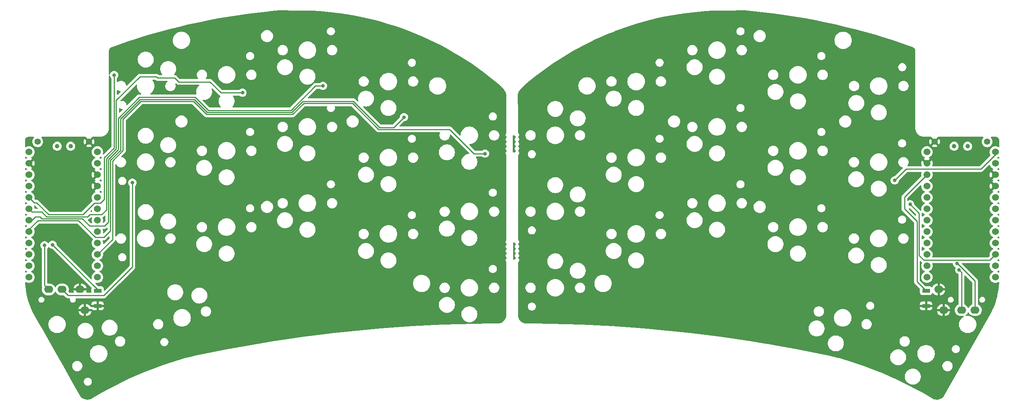
<source format=gbr>
%TF.GenerationSoftware,KiCad,Pcbnew,7.0.6*%
%TF.CreationDate,2023-10-10T10:55:06+08:00*%
%TF.ProjectId,sweepbling-lp__pcb,73776565-7062-46c6-996e-672d6c705f5f,rev?*%
%TF.SameCoordinates,Original*%
%TF.FileFunction,Copper,L1,Top*%
%TF.FilePolarity,Positive*%
%FSLAX46Y46*%
G04 Gerber Fmt 4.6, Leading zero omitted, Abs format (unit mm)*
G04 Created by KiCad (PCBNEW 7.0.6) date 2023-10-10 10:55:06*
%MOMM*%
%LPD*%
G01*
G04 APERTURE LIST*
%TA.AperFunction,ComponentPad*%
%ADD10C,1.524000*%
%TD*%
%TA.AperFunction,ComponentPad*%
%ADD11O,2.000000X1.600000*%
%TD*%
%TA.AperFunction,SMDPad,CuDef*%
%ADD12R,1.700000X0.900000*%
%TD*%
%TA.AperFunction,ComponentPad*%
%ADD13C,1.397000*%
%TD*%
%TA.AperFunction,WasherPad*%
%ADD14C,1.000000*%
%TD*%
%TA.AperFunction,ViaPad*%
%ADD15C,0.800000*%
%TD*%
%TA.AperFunction,Conductor*%
%ADD16C,0.250000*%
%TD*%
G04 APERTURE END LIST*
D10*
%TO.P,U1,1,TX*%
%TO.N,Switch10*%
X237789400Y-53086000D03*
%TO.P,U1,2,RX*%
%TO.N,Switch18*%
X237789400Y-55626000D03*
%TO.P,U1,3,GND*%
%TO.N,gnd*%
X237789400Y-58166000D03*
%TO.P,U1,4,GND*%
X237789400Y-60706000D03*
%TO.P,U1,5,SDA*%
%TO.N,Switch11*%
X237789400Y-63246000D03*
%TO.P,U1,6,SCL*%
%TO.N,Switch12*%
X237789400Y-65786000D03*
%TO.P,U1,7,D4*%
%TO.N,Switch13*%
X237789400Y-68326000D03*
%TO.P,U1,8,C6*%
%TO.N,Switch14*%
X237789400Y-70866000D03*
%TO.P,U1,9,D7*%
%TO.N,Switch15*%
X237789400Y-73406000D03*
%TO.P,U1,10,E6*%
%TO.N,Switch1*%
X237789400Y-75946000D03*
%TO.P,U1,11,B4*%
%TO.N,Switch16*%
X237789400Y-78486000D03*
%TO.P,U1,12,B5*%
%TO.N,Switch17*%
X237789400Y-81026000D03*
%TO.P,U1,13,B6*%
%TO.N,Switch9*%
X222569400Y-81026000D03*
%TO.P,U1,14,B2*%
%TO.N,Switch8*%
X222569400Y-78486000D03*
%TO.P,U1,15,B3*%
%TO.N,Switch7*%
X222569400Y-75946000D03*
%TO.P,U1,16,B1*%
%TO.N,Switch6*%
X222569400Y-73406000D03*
%TO.P,U1,17,F7*%
%TO.N,Switch2*%
X222569400Y-70866000D03*
%TO.P,U1,18,F6*%
%TO.N,Switch3*%
X222569400Y-68326000D03*
%TO.P,U1,19,F5*%
%TO.N,Switch4*%
X222569400Y-65786000D03*
%TO.P,U1,20,F4*%
%TO.N,Switch5*%
X222569400Y-63246000D03*
%TO.P,U1,21,VCC*%
%TO.N,vcc*%
X222569400Y-60706000D03*
%TO.P,U1,22,RST*%
%TO.N,reset*%
X222569400Y-58166000D03*
%TO.P,U1,23,GND*%
%TO.N,gnd*%
X222569400Y-55626000D03*
%TO.P,U1,24,RAW*%
%TO.N,raw*%
X222569400Y-53086000D03*
%TD*%
D11*
%TO.P,TRRS1,R1*%
%TO.N,Switch18*%
X230274000Y-88352000D03*
%TO.P,TRRS1,R2*%
%TO.N,vcc*%
X233274000Y-88352000D03*
%TO.P,TRRS1,S*%
%TO.N,gnd*%
X225174000Y-83752000D03*
%TO.P,TRRS1,T*%
X226274000Y-88352000D03*
%TD*%
D12*
%TO.P,RSW1,1,1*%
%TO.N,gnd*%
X222377000Y-87425000D03*
%TO.P,RSW1,2,2*%
%TO.N,reset*%
X222377000Y-84025000D03*
%TD*%
D13*
%TO.P,Bat+1,1,1*%
%TO.N,BT+*%
X235966000Y-50800000D03*
%TD*%
%TO.P,BatGND1,1,1*%
%TO.N,gnd*%
X224282000Y-50800000D03*
%TD*%
D10*
%TO.P,U2,1,TX*%
%TO.N,Switch10_r*%
X37937400Y-53086000D03*
%TO.P,U2,2,RX*%
%TO.N,Switch18_r*%
X37937400Y-55626000D03*
%TO.P,U2,3,GND*%
%TO.N,gnd_r*%
X37937400Y-58166000D03*
%TO.P,U2,4,GND*%
X37937400Y-60706000D03*
%TO.P,U2,5,SDA*%
%TO.N,Switch11_r*%
X37937400Y-63246000D03*
%TO.P,U2,6,SCL*%
%TO.N,Switch12_r*%
X37937400Y-65786000D03*
%TO.P,U2,7,D4*%
%TO.N,Switch13_r*%
X37937400Y-68326000D03*
%TO.P,U2,8,C6*%
%TO.N,Switch14_r*%
X37937400Y-70866000D03*
%TO.P,U2,9,D7*%
%TO.N,Switch15_r*%
X37937400Y-73406000D03*
%TO.P,U2,10,E6*%
%TO.N,Switch1_r*%
X37937400Y-75946000D03*
%TO.P,U2,11,B4*%
%TO.N,Switch16_r*%
X37937400Y-78486000D03*
%TO.P,U2,12,B5*%
%TO.N,Switch17_r*%
X37937400Y-81026000D03*
%TO.P,U2,13,B6*%
%TO.N,Switch9_r*%
X22717400Y-81026000D03*
%TO.P,U2,14,B2*%
%TO.N,Switch8_r*%
X22717400Y-78486000D03*
%TO.P,U2,15,B3*%
%TO.N,Switch7_r*%
X22717400Y-75946000D03*
%TO.P,U2,16,B1*%
%TO.N,Switch6_r*%
X22717400Y-73406000D03*
%TO.P,U2,17,F7*%
%TO.N,Switch2_r*%
X22717400Y-70866000D03*
%TO.P,U2,18,F6*%
%TO.N,Switch3_r*%
X22717400Y-68326000D03*
%TO.P,U2,19,F5*%
%TO.N,Switch4_r*%
X22717400Y-65786000D03*
%TO.P,U2,20,F4*%
%TO.N,Switch5_r*%
X22717400Y-63246000D03*
%TO.P,U2,21,VCC*%
%TO.N,vcc_r*%
X22717400Y-60706000D03*
%TO.P,U2,22,RST*%
%TO.N,reset_r*%
X22717400Y-58166000D03*
%TO.P,U2,23,GND*%
%TO.N,gnd_r*%
X22717400Y-55626000D03*
%TO.P,U2,24,RAW*%
%TO.N,raw_r*%
X22717400Y-53086000D03*
%TD*%
D11*
%TO.P,TRRS2,R1*%
%TO.N,Switch18_r*%
X30076000Y-83752000D03*
%TO.P,TRRS2,R2*%
%TO.N,vcc_r*%
X27076000Y-83752000D03*
%TO.P,TRRS2,S*%
%TO.N,gnd_r*%
X35176000Y-88352000D03*
%TO.P,TRRS2,T*%
X34076000Y-83752000D03*
%TD*%
D13*
%TO.P,BatGNDr1,1,1*%
%TO.N,gnd_r*%
X36068000Y-50800000D03*
%TD*%
%TO.P,Bat+r1,1,1*%
%TO.N,BT+_r*%
X24638000Y-50800000D03*
%TD*%
D12*
%TO.P,RSW2,1,1*%
%TO.N,gnd_r*%
X37973000Y-87425000D03*
%TO.P,RSW2,2,2*%
%TO.N,reset_r*%
X37973000Y-84025000D03*
%TD*%
D14*
%TO.P,SW_POWER1,*%
%TO.N,*%
X231624000Y-51816000D03*
X228624000Y-51816000D03*
%TD*%
%TO.P,SW_POWERR1,*%
%TO.N,*%
X28980000Y-51816000D03*
X31980000Y-51816000D03*
%TD*%
D15*
%TO.N,gnd*%
X200279000Y-76073000D03*
X175895000Y-42799000D03*
X233426000Y-58166000D03*
%TO.N,vcc*%
X229235000Y-77940500D03*
%TO.N,Switch18*%
X229738701Y-79379299D03*
%TO.N,Switch1*%
X218821000Y-64770000D03*
%TO.N,Switch10*%
X215392000Y-59436000D03*
%TO.N,Switch18_r*%
X45720000Y-59944000D03*
%TO.N,reset_r*%
X27940000Y-73787000D03*
%TO.N,Switch1_r*%
X124206000Y-53467000D03*
%TO.N,Switch2_r*%
X106172000Y-45339000D03*
%TO.N,Switch3_r*%
X88138000Y-38354000D03*
%TO.N,Switch4_r*%
X70231000Y-39878000D03*
%TO.N,Switch5_r*%
X41656000Y-35941000D03*
%TO.N,gnd_r*%
X42316400Y-87325200D03*
X75742800Y-23977600D03*
X58166000Y-59436000D03*
%TO.N,vcc_r*%
X26162000Y-73914000D03*
%TD*%
D16*
%TO.N,vcc*%
X229235000Y-77940500D02*
X229324500Y-77940500D01*
X233274000Y-81890000D02*
X233274000Y-88352000D01*
X229324500Y-77940500D02*
X233274000Y-81890000D01*
%TO.N,Switch18*%
X229738701Y-79379299D02*
X230274000Y-79914598D01*
X230274000Y-79914598D02*
X230274000Y-88352000D01*
%TO.N,reset*%
X217551000Y-65786000D02*
X220345000Y-68580000D01*
X217551000Y-63184400D02*
X217551000Y-65786000D01*
X222569400Y-58166000D02*
X217551000Y-63184400D01*
X220345000Y-68580000D02*
X220345000Y-81993000D01*
X220345000Y-81993000D02*
X222377000Y-84025000D01*
%TO.N,Switch1*%
X221869000Y-77216000D02*
X236519400Y-77216000D01*
X220794520Y-66743520D02*
X220794520Y-76141520D01*
X236519400Y-77216000D02*
X237789400Y-75946000D01*
X220794520Y-76141520D02*
X221869000Y-77216000D01*
X218821000Y-64770000D02*
X220794520Y-66743520D01*
%TO.N,Switch10*%
X234569000Y-56896000D02*
X237789400Y-53675600D01*
X215392000Y-59436000D02*
X217932000Y-56896000D01*
X217932000Y-56896000D02*
X234569000Y-56896000D01*
X237789400Y-53675600D02*
X237789400Y-53086000D01*
%TO.N,Switch18_r*%
X31414000Y-85090000D02*
X30076000Y-83752000D01*
X45720000Y-59944000D02*
X45720000Y-78740000D01*
X39370000Y-85090000D02*
X31414000Y-85090000D01*
X45720000Y-78740000D02*
X39370000Y-85090000D01*
%TO.N,reset_r*%
X37973000Y-83693000D02*
X37973000Y-84152000D01*
X37973000Y-84025000D02*
X37973000Y-83820000D01*
X37973000Y-83820000D02*
X27940000Y-73787000D01*
%TO.N,Switch1_r*%
X47616396Y-41793040D02*
X43625218Y-45784218D01*
X124206000Y-53467000D02*
X121774591Y-53467000D01*
X83878480Y-42232520D02*
X81396960Y-44714040D01*
X41275000Y-72608400D02*
X37937400Y-75946000D01*
X81396960Y-44714040D02*
X62238604Y-44714040D01*
X43625218Y-45784218D02*
X43625218Y-52769935D01*
X100532521Y-48057479D02*
X94707562Y-42232520D01*
X41275000Y-55120153D02*
X41275000Y-72608400D01*
X94707562Y-42232520D02*
X83878480Y-42232520D01*
X43625218Y-52769935D02*
X41275000Y-55120153D01*
X59317604Y-41793040D02*
X47616396Y-41793040D01*
X116365070Y-48057479D02*
X100532521Y-48057479D01*
X62238604Y-44714040D02*
X59317604Y-41793040D01*
X121774591Y-53467000D02*
X116365070Y-48057479D01*
%TO.N,Switch2_r*%
X43053000Y-45720718D02*
X43053000Y-52706436D01*
X40825480Y-54933956D02*
X40825480Y-70680520D01*
X81184041Y-44264520D02*
X62424802Y-44264520D01*
X40825480Y-70680520D02*
X39370000Y-72136000D01*
X83665561Y-41783000D02*
X81184041Y-44264520D01*
X37465000Y-72136000D02*
X33733560Y-68404560D01*
X22717400Y-70373600D02*
X22717400Y-70866000D01*
X103903041Y-47607959D02*
X100718718Y-47607959D01*
X62424802Y-44264520D02*
X59503802Y-41343520D01*
X59503802Y-41343520D02*
X47430198Y-41343520D01*
X94893759Y-41783000D02*
X83665561Y-41783000D01*
X43053000Y-52706436D02*
X40825480Y-54933956D01*
X47430198Y-41343520D02*
X43053000Y-45720718D01*
X24686440Y-68404560D02*
X22717400Y-70373600D01*
X39370000Y-72136000D02*
X37465000Y-72136000D01*
X100718718Y-47607959D02*
X94893759Y-41783000D01*
X33733560Y-68404560D02*
X24686440Y-68404560D01*
X106172000Y-45339000D02*
X103903041Y-47607959D01*
%TO.N,Switch3_r*%
X24114400Y-67564000D02*
X23352400Y-68326000D01*
X34554040Y-67955040D02*
X25537040Y-67955040D01*
X42555040Y-52568676D02*
X40375960Y-54747759D01*
X40375960Y-54747759D02*
X40375960Y-68717040D01*
X39497000Y-69596000D02*
X36195000Y-69596000D01*
X36195000Y-69596000D02*
X34554040Y-67955040D01*
X25537040Y-67955040D02*
X25146000Y-67564000D01*
X86458843Y-38354000D02*
X80997843Y-43815000D01*
X40375960Y-68717040D02*
X39497000Y-69596000D01*
X59690000Y-40894000D02*
X47244000Y-40894000D01*
X23352400Y-68326000D02*
X22717400Y-68326000D01*
X47244000Y-40894000D02*
X42555040Y-45582960D01*
X25146000Y-67564000D02*
X24114400Y-67564000D01*
X80997843Y-43815000D02*
X62611000Y-43815000D01*
X42555040Y-45582960D02*
X42555040Y-52568676D01*
X88138000Y-38354000D02*
X86458843Y-38354000D01*
X62611000Y-43815000D02*
X59690000Y-40894000D01*
%TO.N,Switch4_r*%
X36195000Y-67056000D02*
X35745480Y-67505520D01*
X56007000Y-37465000D02*
X55118000Y-36576000D01*
X26610802Y-67505520D02*
X25526282Y-66421000D01*
X39926440Y-54561559D02*
X39926440Y-65991560D01*
X42105520Y-52382479D02*
X39926440Y-54561559D01*
X47385521Y-36307479D02*
X42105520Y-41587480D01*
X23352400Y-66421000D02*
X22717400Y-65786000D01*
X55118000Y-36576000D02*
X51322909Y-36576000D01*
X62992000Y-37465000D02*
X56007000Y-37465000D01*
X42105520Y-41587480D02*
X42105520Y-52382479D01*
X65405000Y-39878000D02*
X62992000Y-37465000D01*
X38862000Y-67056000D02*
X36195000Y-67056000D01*
X25526282Y-66421000D02*
X23352400Y-66421000D01*
X51054388Y-36307479D02*
X47385521Y-36307479D01*
X35745480Y-67505520D02*
X26610802Y-67505520D01*
X51322909Y-36576000D02*
X51054388Y-36307479D01*
X70231000Y-39878000D02*
X65405000Y-39878000D01*
X39926440Y-65991560D02*
X38862000Y-67056000D01*
%TO.N,Switch5_r*%
X39476920Y-63647080D02*
X38608000Y-64516000D01*
X39476920Y-54375362D02*
X39476920Y-63647080D01*
X27051000Y-67056000D02*
X24384000Y-64389000D01*
X23860400Y-64389000D02*
X22717400Y-63246000D01*
X41656000Y-52196282D02*
X39476920Y-54375362D01*
X34671000Y-67056000D02*
X27051000Y-67056000D01*
X37211000Y-64516000D02*
X34671000Y-67056000D01*
X38608000Y-64516000D02*
X37211000Y-64516000D01*
X41656000Y-35941000D02*
X41656000Y-52196282D01*
X24384000Y-64389000D02*
X23860400Y-64389000D01*
%TO.N,vcc_r*%
X26162000Y-73914000D02*
X26162000Y-82838000D01*
X26162000Y-82838000D02*
X27076000Y-83752000D01*
%TD*%
%TA.AperFunction,Conductor*%
%TO.N,gnd*%
G36*
X182069529Y-21528443D02*
G01*
X184321081Y-21733702D01*
X186572987Y-21974758D01*
X188820824Y-22251200D01*
X191064035Y-22562960D01*
X193302065Y-22909960D01*
X195534362Y-23292114D01*
X197760372Y-23709329D01*
X199979546Y-24161501D01*
X202191334Y-24648518D01*
X204395188Y-25170260D01*
X206590565Y-25726597D01*
X208776921Y-26317392D01*
X210953715Y-26942499D01*
X213120408Y-27601763D01*
X215276466Y-28295021D01*
X217421353Y-29022102D01*
X219412771Y-29732269D01*
X219541920Y-29778325D01*
X219563143Y-29788201D01*
X219636552Y-29831077D01*
X219660605Y-29845125D01*
X219679954Y-29859037D01*
X219765162Y-29933485D01*
X219781537Y-29950786D01*
X219851194Y-30039948D01*
X219864026Y-30060036D01*
X219915636Y-30160712D01*
X219924456Y-30182861D01*
X219956179Y-30291458D01*
X219960669Y-30314871D01*
X219972261Y-30436891D01*
X219972544Y-30442853D01*
X219972501Y-47737978D01*
X219971759Y-47743261D01*
X219972501Y-47764435D01*
X219972501Y-47775391D01*
X219973062Y-47780212D01*
X219977190Y-47896151D01*
X219977190Y-47896156D01*
X219977191Y-47896158D01*
X219978518Y-47904154D01*
X220020191Y-48155316D01*
X220020193Y-48155323D01*
X220096280Y-48406740D01*
X220096287Y-48406760D01*
X220204195Y-48646263D01*
X220204199Y-48646269D01*
X220342119Y-48869838D01*
X220342121Y-48869840D01*
X220342122Y-48869842D01*
X220507753Y-49073747D01*
X220698319Y-49254567D01*
X220728788Y-49276769D01*
X220910625Y-49409271D01*
X220910627Y-49409272D01*
X220910631Y-49409275D01*
X221141137Y-49535283D01*
X221385979Y-49630484D01*
X221641062Y-49693283D01*
X221641064Y-49693283D01*
X221641074Y-49693285D01*
X221902107Y-49722630D01*
X221902109Y-49722630D01*
X221902117Y-49722631D01*
X221902123Y-49722630D01*
X221902125Y-49722631D01*
X222033209Y-49720417D01*
X222033209Y-49720416D01*
X223509146Y-49720146D01*
X223577266Y-49740134D01*
X223598260Y-49757050D01*
X224236889Y-50395679D01*
X224154850Y-50408673D01*
X224040146Y-50467117D01*
X223949117Y-50558146D01*
X223890673Y-50672850D01*
X223877679Y-50754889D01*
X223266062Y-50143274D01*
X223251820Y-50162133D01*
X223152152Y-50362295D01*
X223152149Y-50362303D01*
X223090962Y-50577352D01*
X223070331Y-50800000D01*
X223090962Y-51022647D01*
X223152149Y-51237696D01*
X223152152Y-51237704D01*
X223251819Y-51437863D01*
X223266062Y-51456724D01*
X223266063Y-51456725D01*
X223877678Y-50845110D01*
X223890673Y-50927150D01*
X223949117Y-51041854D01*
X224040146Y-51132883D01*
X224154850Y-51191327D01*
X224236888Y-51204320D01*
X223627443Y-51813765D01*
X223741904Y-51884637D01*
X223741913Y-51884641D01*
X223950409Y-51965413D01*
X224170204Y-52006500D01*
X224393796Y-52006500D01*
X224613590Y-51965413D01*
X224822088Y-51884640D01*
X224822092Y-51884638D01*
X224932940Y-51816003D01*
X227610620Y-51816003D01*
X227630090Y-52013694D01*
X227630091Y-52013700D01*
X227630092Y-52013701D01*
X227687759Y-52203804D01*
X227781405Y-52379004D01*
X227907432Y-52532568D01*
X228060996Y-52658595D01*
X228236196Y-52752241D01*
X228426299Y-52809908D01*
X228426303Y-52809908D01*
X228426305Y-52809909D01*
X228623997Y-52829380D01*
X228624000Y-52829380D01*
X228624003Y-52829380D01*
X228821694Y-52809909D01*
X228821695Y-52809908D01*
X228821701Y-52809908D01*
X229011804Y-52752241D01*
X229187004Y-52658595D01*
X229340568Y-52532568D01*
X229466595Y-52379004D01*
X229560241Y-52203804D01*
X229617908Y-52013701D01*
X229618618Y-52006500D01*
X229637380Y-51816003D01*
X230610620Y-51816003D01*
X230630090Y-52013694D01*
X230630091Y-52013700D01*
X230630092Y-52013701D01*
X230687759Y-52203804D01*
X230781405Y-52379004D01*
X230907432Y-52532568D01*
X231060996Y-52658595D01*
X231236196Y-52752241D01*
X231426299Y-52809908D01*
X231426303Y-52809908D01*
X231426305Y-52809909D01*
X231623997Y-52829380D01*
X231624000Y-52829380D01*
X231624003Y-52829380D01*
X231821694Y-52809909D01*
X231821695Y-52809908D01*
X231821701Y-52809908D01*
X232011804Y-52752241D01*
X232187004Y-52658595D01*
X232340568Y-52532568D01*
X232466595Y-52379004D01*
X232560241Y-52203804D01*
X232617908Y-52013701D01*
X232618618Y-52006500D01*
X232637380Y-51816003D01*
X232637380Y-51815996D01*
X232617909Y-51618305D01*
X232617908Y-51618303D01*
X232617908Y-51618299D01*
X232560241Y-51428196D01*
X232466595Y-51252996D01*
X232340568Y-51099432D01*
X232187004Y-50973405D01*
X232011804Y-50879759D01*
X231821701Y-50822092D01*
X231821700Y-50822091D01*
X231821694Y-50822090D01*
X231624003Y-50802620D01*
X231623997Y-50802620D01*
X231426305Y-50822090D01*
X231236195Y-50879759D01*
X231060995Y-50973405D01*
X230907432Y-51099432D01*
X230781405Y-51252995D01*
X230687759Y-51428195D01*
X230630090Y-51618305D01*
X230610620Y-51815996D01*
X230610620Y-51816003D01*
X229637380Y-51816003D01*
X229637380Y-51815996D01*
X229617909Y-51618305D01*
X229617908Y-51618303D01*
X229617908Y-51618299D01*
X229560241Y-51428196D01*
X229466595Y-51252996D01*
X229340568Y-51099432D01*
X229187004Y-50973405D01*
X229011804Y-50879759D01*
X228821701Y-50822092D01*
X228821700Y-50822091D01*
X228821694Y-50822090D01*
X228624003Y-50802620D01*
X228623997Y-50802620D01*
X228426305Y-50822090D01*
X228236195Y-50879759D01*
X228060995Y-50973405D01*
X227907432Y-51099432D01*
X227781405Y-51252995D01*
X227687759Y-51428195D01*
X227630090Y-51618305D01*
X227610620Y-51815996D01*
X227610620Y-51816003D01*
X224932940Y-51816003D01*
X224936554Y-51813765D01*
X224327110Y-51204321D01*
X224409150Y-51191327D01*
X224523854Y-51132883D01*
X224614883Y-51041854D01*
X224673327Y-50927150D01*
X224686321Y-50845110D01*
X225297935Y-51456725D01*
X225297936Y-51456724D01*
X225312179Y-51437864D01*
X225411847Y-51237704D01*
X225411850Y-51237696D01*
X225473037Y-51022647D01*
X225493668Y-50800000D01*
X225473037Y-50577352D01*
X225411850Y-50362303D01*
X225411847Y-50362295D01*
X225312181Y-50162136D01*
X225297936Y-50143274D01*
X224686320Y-50754888D01*
X224673327Y-50672850D01*
X224614883Y-50558146D01*
X224523854Y-50467117D01*
X224409150Y-50408673D01*
X224327110Y-50395678D01*
X224966021Y-49756766D01*
X225028334Y-49722741D01*
X225055079Y-49719862D01*
X235036797Y-49718031D01*
X235104921Y-49738021D01*
X235151424Y-49791668D01*
X235161541Y-49861940D01*
X235132060Y-49926526D01*
X235125916Y-49933126D01*
X235037847Y-50021195D01*
X234916715Y-50194191D01*
X234827459Y-50385601D01*
X234827457Y-50385606D01*
X234812671Y-50440789D01*
X234772796Y-50589606D01*
X234754389Y-50800000D01*
X234772796Y-51010394D01*
X234785150Y-51056499D01*
X234827457Y-51214393D01*
X234827459Y-51214398D01*
X234851823Y-51266646D01*
X234916714Y-51405806D01*
X235037852Y-51578809D01*
X235187191Y-51728148D01*
X235360194Y-51849286D01*
X235551605Y-51938542D01*
X235755606Y-51993204D01*
X235966000Y-52011611D01*
X236176394Y-51993204D01*
X236380395Y-51938542D01*
X236571806Y-51849286D01*
X236744809Y-51728148D01*
X236894148Y-51578809D01*
X237015286Y-51405806D01*
X237104542Y-51214395D01*
X237159204Y-51010394D01*
X237177611Y-50800000D01*
X237159204Y-50589606D01*
X237104542Y-50385605D01*
X237015286Y-50194195D01*
X237015285Y-50194194D01*
X237015284Y-50194191D01*
X236894152Y-50021195D01*
X236894143Y-50021185D01*
X236805743Y-49932785D01*
X236771717Y-49870473D01*
X236776782Y-49799658D01*
X236819329Y-49742822D01*
X236885849Y-49718011D01*
X236894789Y-49717690D01*
X237934909Y-49717500D01*
X237941084Y-49717803D01*
X238066989Y-49730204D01*
X238091213Y-49735022D01*
X238203380Y-49769047D01*
X238226198Y-49778499D01*
X238316755Y-49826902D01*
X238329565Y-49833749D01*
X238350103Y-49847472D01*
X238440706Y-49921828D01*
X238458171Y-49939293D01*
X238532527Y-50029896D01*
X238546250Y-50050434D01*
X238601499Y-50153798D01*
X238610952Y-50176619D01*
X238644977Y-50288786D01*
X238649795Y-50313010D01*
X238662196Y-50438913D01*
X238662500Y-50445093D01*
X238662500Y-51904313D01*
X238642498Y-51972434D01*
X238588842Y-52018927D01*
X238518568Y-52029031D01*
X238464231Y-52007527D01*
X238442039Y-51991988D01*
X238427077Y-51981512D01*
X238356244Y-51948482D01*
X238225599Y-51887561D01*
X238225593Y-51887559D01*
X238183473Y-51876273D01*
X238010863Y-51830022D01*
X237789400Y-51810647D01*
X237567937Y-51830022D01*
X237452863Y-51860856D01*
X237353206Y-51887559D01*
X237353201Y-51887561D01*
X237151723Y-51981512D01*
X236969622Y-52109020D01*
X236969616Y-52109025D01*
X236812425Y-52266216D01*
X236812420Y-52266222D01*
X236684912Y-52448323D01*
X236590961Y-52649801D01*
X236590959Y-52649806D01*
X236578494Y-52696326D01*
X236533422Y-52864537D01*
X236523659Y-52976129D01*
X236514972Y-53075432D01*
X236514047Y-53086000D01*
X236533422Y-53307463D01*
X236579673Y-53480074D01*
X236590959Y-53522193D01*
X236590961Y-53522199D01*
X236660407Y-53671126D01*
X236684912Y-53723677D01*
X236690372Y-53731475D01*
X236713060Y-53798745D01*
X236695776Y-53867606D01*
X236676254Y-53892839D01*
X234343500Y-56225595D01*
X234281188Y-56259620D01*
X234254405Y-56262500D01*
X223871666Y-56262500D01*
X223803545Y-56242498D01*
X223757052Y-56188842D01*
X223746948Y-56118568D01*
X223757471Y-56083251D01*
X223767364Y-56062033D01*
X223767368Y-56062023D01*
X223824882Y-55847374D01*
X223844250Y-55625999D01*
X223824882Y-55404625D01*
X223767368Y-55189976D01*
X223767366Y-55189972D01*
X223673451Y-54988571D01*
X223629215Y-54925395D01*
X223629212Y-54925395D01*
X222973720Y-55580887D01*
X222960727Y-55498850D01*
X222902283Y-55384146D01*
X222811254Y-55293117D01*
X222696550Y-55234673D01*
X222614510Y-55221678D01*
X223270003Y-54566185D01*
X223270003Y-54566184D01*
X223206825Y-54521946D01*
X223206820Y-54521943D01*
X223096434Y-54470469D01*
X223043150Y-54423552D01*
X223023689Y-54355275D01*
X223044231Y-54287315D01*
X223096434Y-54242081D01*
X223207077Y-54190488D01*
X223389181Y-54062977D01*
X223546377Y-53905781D01*
X223673888Y-53723677D01*
X223767840Y-53522196D01*
X223825378Y-53307463D01*
X223844753Y-53086000D01*
X223825378Y-52864537D01*
X223767840Y-52649804D01*
X223673888Y-52448324D01*
X223546377Y-52266219D01*
X223389181Y-52109023D01*
X223389177Y-52109020D01*
X223389172Y-52109016D01*
X223207077Y-51981512D01*
X223207075Y-51981511D01*
X223005599Y-51887561D01*
X223005593Y-51887559D01*
X222963473Y-51876273D01*
X222790863Y-51830022D01*
X222569400Y-51810647D01*
X222347937Y-51830022D01*
X222232863Y-51860856D01*
X222133206Y-51887559D01*
X222133201Y-51887561D01*
X221931723Y-51981512D01*
X221749622Y-52109020D01*
X221749616Y-52109025D01*
X221592425Y-52266216D01*
X221592420Y-52266222D01*
X221464912Y-52448323D01*
X221370961Y-52649801D01*
X221370959Y-52649806D01*
X221358494Y-52696326D01*
X221313422Y-52864537D01*
X221303659Y-52976129D01*
X221294972Y-53075432D01*
X221294047Y-53086000D01*
X221313422Y-53307463D01*
X221359673Y-53480073D01*
X221370959Y-53522193D01*
X221370961Y-53522199D01*
X221464911Y-53723675D01*
X221464912Y-53723677D01*
X221592416Y-53905772D01*
X221592420Y-53905777D01*
X221592423Y-53905781D01*
X221749619Y-54062977D01*
X221749623Y-54062980D01*
X221749627Y-54062983D01*
X221820442Y-54112568D01*
X221931723Y-54190488D01*
X221975368Y-54210840D01*
X222042364Y-54242081D01*
X222095649Y-54288998D01*
X222115110Y-54357276D01*
X222094568Y-54425236D01*
X222042365Y-54470470D01*
X221931977Y-54521945D01*
X221868794Y-54566185D01*
X222524288Y-55221679D01*
X222442250Y-55234673D01*
X222327546Y-55293117D01*
X222236517Y-55384146D01*
X222178073Y-55498850D01*
X222165079Y-55580888D01*
X221509585Y-54925394D01*
X221465346Y-54988575D01*
X221371433Y-55189972D01*
X221371431Y-55189976D01*
X221313917Y-55404625D01*
X221294549Y-55625999D01*
X221313917Y-55847374D01*
X221371431Y-56062023D01*
X221371435Y-56062033D01*
X221381329Y-56083251D01*
X221391990Y-56153443D01*
X221363009Y-56218256D01*
X221303589Y-56257111D01*
X221267134Y-56262500D01*
X218364023Y-56262500D01*
X218295902Y-56242498D01*
X218249409Y-56188842D01*
X218239305Y-56118568D01*
X218256896Y-56070169D01*
X218274027Y-56042501D01*
X218370298Y-55887019D01*
X218447321Y-55688198D01*
X218486500Y-55478610D01*
X218486500Y-55265390D01*
X218447321Y-55055802D01*
X218370298Y-54856981D01*
X218370000Y-54856500D01*
X218258054Y-54675701D01*
X218258053Y-54675699D01*
X218114408Y-54518129D01*
X218101141Y-54508110D01*
X217944255Y-54389634D01*
X217753389Y-54294595D01*
X217753386Y-54294594D01*
X217753384Y-54294593D01*
X217548311Y-54236244D01*
X217528420Y-54234401D01*
X217389194Y-54221500D01*
X217282806Y-54221500D01*
X217159049Y-54232967D01*
X217123688Y-54236244D01*
X216918615Y-54294593D01*
X216918610Y-54294595D01*
X216918611Y-54294595D01*
X216727745Y-54389634D01*
X216701861Y-54409181D01*
X216557591Y-54518129D01*
X216413946Y-54675699D01*
X216413945Y-54675701D01*
X216301705Y-54856974D01*
X216301703Y-54856979D01*
X216301702Y-54856981D01*
X216296113Y-54871408D01*
X216224679Y-55055800D01*
X216216533Y-55099377D01*
X216185500Y-55265390D01*
X216185500Y-55478610D01*
X216224679Y-55688198D01*
X216301702Y-55887019D01*
X216301703Y-55887020D01*
X216301705Y-55887025D01*
X216413945Y-56068298D01*
X216413946Y-56068300D01*
X216519729Y-56184337D01*
X216557593Y-56225872D01*
X216727745Y-56354366D01*
X216918611Y-56449405D01*
X217123690Y-56507756D01*
X217131577Y-56508486D01*
X217197560Y-56534685D01*
X217238907Y-56592400D01*
X217242486Y-56663307D01*
X217209049Y-56723044D01*
X215441498Y-58490596D01*
X215379188Y-58524620D01*
X215352405Y-58527500D01*
X215296513Y-58527500D01*
X215109711Y-58567206D01*
X214935247Y-58644882D01*
X214780744Y-58757135D01*
X214652965Y-58899048D01*
X214652958Y-58899058D01*
X214557476Y-59064438D01*
X214557473Y-59064445D01*
X214498457Y-59246072D01*
X214478496Y-59436000D01*
X214498457Y-59625927D01*
X214512077Y-59667844D01*
X214557473Y-59807556D01*
X214577419Y-59842103D01*
X214652958Y-59972941D01*
X214652965Y-59972951D01*
X214780744Y-60114864D01*
X214780747Y-60114866D01*
X214935248Y-60227118D01*
X215109712Y-60304794D01*
X215296513Y-60344500D01*
X215487487Y-60344500D01*
X215674288Y-60304794D01*
X215848752Y-60227118D01*
X216003253Y-60114866D01*
X216045160Y-60068324D01*
X216131034Y-59972951D01*
X216131035Y-59972949D01*
X216131040Y-59972944D01*
X216226527Y-59807556D01*
X216285542Y-59625928D01*
X216302907Y-59460703D01*
X216329920Y-59395048D01*
X216339104Y-59384798D01*
X218157501Y-57566402D01*
X218219811Y-57532379D01*
X218246594Y-57529500D01*
X221266583Y-57529500D01*
X221334704Y-57549502D01*
X221381197Y-57603158D01*
X221391301Y-57673432D01*
X221380777Y-57708751D01*
X221370963Y-57729796D01*
X221370959Y-57729806D01*
X221358937Y-57774673D01*
X221313422Y-57944537D01*
X221313421Y-57944539D01*
X221313422Y-57944539D01*
X221294047Y-58166000D01*
X221313422Y-58387468D01*
X221323885Y-58426515D01*
X221322195Y-58497492D01*
X221291273Y-58548220D01*
X217162336Y-62677157D01*
X217149901Y-62687121D01*
X217150089Y-62687348D01*
X217143980Y-62692401D01*
X217096016Y-62743478D01*
X217074866Y-62764627D01*
X217070560Y-62770177D01*
X217066714Y-62774679D01*
X217034417Y-62809074D01*
X217034411Y-62809083D01*
X217024651Y-62826835D01*
X217013803Y-62843350D01*
X217001386Y-62859358D01*
X216982645Y-62902664D01*
X216980034Y-62907994D01*
X216957305Y-62949339D01*
X216957303Y-62949344D01*
X216952267Y-62968959D01*
X216945864Y-62987662D01*
X216937819Y-63006252D01*
X216930437Y-63052856D01*
X216929233Y-63058668D01*
X216917500Y-63104368D01*
X216917500Y-63124623D01*
X216915949Y-63144333D01*
X216912780Y-63164342D01*
X216912779Y-63164346D01*
X216917219Y-63211319D01*
X216917499Y-63217250D01*
X216917499Y-65702153D01*
X216915751Y-65717994D01*
X216916043Y-65718022D01*
X216915297Y-65725907D01*
X216917499Y-65795957D01*
X216917499Y-65825861D01*
X216918378Y-65832821D01*
X216918844Y-65838733D01*
X216920326Y-65885888D01*
X216920327Y-65885893D01*
X216925977Y-65905339D01*
X216929986Y-65924697D01*
X216932525Y-65944793D01*
X216932526Y-65944799D01*
X216949893Y-65988662D01*
X216951816Y-65994279D01*
X216964982Y-66039593D01*
X216975294Y-66057031D01*
X216983988Y-66074779D01*
X216991444Y-66093609D01*
X216991450Y-66093620D01*
X217019177Y-66131783D01*
X217022437Y-66136746D01*
X217046460Y-66177365D01*
X217060779Y-66191684D01*
X217073617Y-66206714D01*
X217083156Y-66219843D01*
X217085528Y-66223107D01*
X217113794Y-66246491D01*
X217121886Y-66253185D01*
X217126267Y-66257171D01*
X218453223Y-67584126D01*
X219674595Y-68805498D01*
X219708620Y-68867810D01*
X219711500Y-68894593D01*
X219711500Y-81909146D01*
X219709751Y-81924988D01*
X219710044Y-81925016D01*
X219709298Y-81932907D01*
X219711500Y-82002957D01*
X219711500Y-82032851D01*
X219711501Y-82032872D01*
X219712378Y-82039820D01*
X219712844Y-82045732D01*
X219714326Y-82092888D01*
X219714327Y-82092893D01*
X219719977Y-82112339D01*
X219723986Y-82131697D01*
X219726525Y-82151793D01*
X219726526Y-82151799D01*
X219743893Y-82195662D01*
X219745816Y-82201279D01*
X219758982Y-82246593D01*
X219769294Y-82264031D01*
X219777988Y-82281779D01*
X219785444Y-82300609D01*
X219785450Y-82300620D01*
X219813177Y-82338783D01*
X219816437Y-82343746D01*
X219840460Y-82384365D01*
X219854779Y-82398684D01*
X219867617Y-82413714D01*
X219871901Y-82419610D01*
X219879528Y-82430107D01*
X219896322Y-82444000D01*
X219915886Y-82460185D01*
X219920267Y-82464171D01*
X220485691Y-83029595D01*
X220981595Y-83525499D01*
X221015621Y-83587811D01*
X221018500Y-83614594D01*
X221018499Y-84523632D01*
X221018500Y-84523649D01*
X221025009Y-84584196D01*
X221025011Y-84584204D01*
X221076110Y-84721202D01*
X221076112Y-84721207D01*
X221163738Y-84838261D01*
X221280792Y-84925887D01*
X221280794Y-84925888D01*
X221280796Y-84925889D01*
X221339875Y-84947924D01*
X221417795Y-84976988D01*
X221417803Y-84976990D01*
X221478350Y-84983499D01*
X221478355Y-84983499D01*
X221478362Y-84983500D01*
X221478368Y-84983500D01*
X223275632Y-84983500D01*
X223275638Y-84983500D01*
X223275645Y-84983499D01*
X223275649Y-84983499D01*
X223336196Y-84976990D01*
X223336199Y-84976989D01*
X223336201Y-84976989D01*
X223473204Y-84925889D01*
X223590261Y-84838261D01*
X223677889Y-84721204D01*
X223725483Y-84593599D01*
X223768028Y-84536767D01*
X223834548Y-84511956D01*
X223903922Y-84527047D01*
X223946749Y-84565363D01*
X223968181Y-84595971D01*
X223968189Y-84595980D01*
X224130019Y-84757810D01*
X224130025Y-84757815D01*
X224317501Y-84889087D01*
X224524926Y-84985811D01*
X224524931Y-84985813D01*
X224745999Y-85045048D01*
X224745996Y-85045048D01*
X224916896Y-85060000D01*
X224920000Y-85060000D01*
X224920000Y-84202000D01*
X225407724Y-84202000D01*
X225428000Y-84198943D01*
X225428000Y-85060000D01*
X225431104Y-85060000D01*
X225602002Y-85045048D01*
X225823068Y-84985813D01*
X225823073Y-84985811D01*
X226030498Y-84889087D01*
X226217974Y-84757815D01*
X226217980Y-84757810D01*
X226379810Y-84595980D01*
X226379815Y-84595974D01*
X226511087Y-84408498D01*
X226607811Y-84201073D01*
X226607813Y-84201068D01*
X226660082Y-84006000D01*
X225746968Y-84006000D01*
X225797625Y-83918260D01*
X225827810Y-83786008D01*
X225817673Y-83650735D01*
X225768113Y-83524459D01*
X225747013Y-83498000D01*
X226660082Y-83498000D01*
X226607813Y-83302931D01*
X226607811Y-83302926D01*
X226511087Y-83095501D01*
X226379815Y-82908025D01*
X226379810Y-82908019D01*
X226217980Y-82746189D01*
X226217974Y-82746184D01*
X226030498Y-82614912D01*
X225823073Y-82518188D01*
X225823068Y-82518186D01*
X225602000Y-82458951D01*
X225602003Y-82458951D01*
X225431104Y-82444000D01*
X225428000Y-82444000D01*
X225428000Y-83302000D01*
X224940276Y-83302000D01*
X224920000Y-83305056D01*
X224920000Y-82444000D01*
X224916896Y-82444000D01*
X224745997Y-82458951D01*
X224524931Y-82518186D01*
X224524926Y-82518188D01*
X224317501Y-82614912D01*
X224130025Y-82746184D01*
X224130019Y-82746189D01*
X223968189Y-82908019D01*
X223968184Y-82908025D01*
X223836910Y-83095503D01*
X223797555Y-83179899D01*
X223750637Y-83233184D01*
X223682360Y-83252644D01*
X223614400Y-83232101D01*
X223594266Y-83215743D01*
X223590263Y-83211740D01*
X223473207Y-83124112D01*
X223473202Y-83124110D01*
X223336204Y-83073011D01*
X223336196Y-83073009D01*
X223275649Y-83066500D01*
X223275638Y-83066500D01*
X222366594Y-83066500D01*
X222298473Y-83046498D01*
X222277499Y-83029595D01*
X221015404Y-81767500D01*
X220981378Y-81705188D01*
X220978499Y-81678405D01*
X220978499Y-79535964D01*
X220978499Y-77525590D01*
X220998501Y-77457473D01*
X221052157Y-77410980D01*
X221122431Y-77400876D01*
X221187011Y-77430370D01*
X221193594Y-77436499D01*
X221361755Y-77604660D01*
X221371720Y-77617097D01*
X221371947Y-77616910D01*
X221376999Y-77623017D01*
X221377000Y-77623018D01*
X221403888Y-77648267D01*
X221428095Y-77670999D01*
X221448017Y-77690922D01*
X221482043Y-77753234D01*
X221476978Y-77824049D01*
X221466955Y-77843151D01*
X221467662Y-77843560D01*
X221464914Y-77848319D01*
X221370961Y-78049801D01*
X221370959Y-78049806D01*
X221354589Y-78110902D01*
X221313422Y-78264537D01*
X221294047Y-78486000D01*
X221313422Y-78707463D01*
X221359159Y-78878155D01*
X221370959Y-78922193D01*
X221370961Y-78922199D01*
X221464911Y-79123675D01*
X221464912Y-79123677D01*
X221592416Y-79305772D01*
X221592420Y-79305777D01*
X221592423Y-79305781D01*
X221749619Y-79462977D01*
X221749623Y-79462980D01*
X221749627Y-79462983D01*
X221853524Y-79535732D01*
X221931723Y-79590488D01*
X221962883Y-79605018D01*
X222041773Y-79641805D01*
X222095058Y-79688722D01*
X222114519Y-79756999D01*
X222093977Y-79824959D01*
X222041773Y-79870195D01*
X221931723Y-79921512D01*
X221749622Y-80049020D01*
X221749616Y-80049025D01*
X221592425Y-80206216D01*
X221592420Y-80206222D01*
X221464912Y-80388323D01*
X221370961Y-80589801D01*
X221370959Y-80589806D01*
X221344256Y-80689462D01*
X221313422Y-80804537D01*
X221294047Y-81026000D01*
X221313422Y-81247463D01*
X221359338Y-81418821D01*
X221370959Y-81462193D01*
X221370961Y-81462199D01*
X221464911Y-81663675D01*
X221464912Y-81663677D01*
X221592416Y-81845772D01*
X221592420Y-81845777D01*
X221592423Y-81845781D01*
X221749619Y-82002977D01*
X221749623Y-82002980D01*
X221749627Y-82002983D01*
X221792283Y-82032851D01*
X221931723Y-82130488D01*
X222133204Y-82224440D01*
X222347937Y-82281978D01*
X222569400Y-82301353D01*
X222790863Y-82281978D01*
X223005596Y-82224440D01*
X223207077Y-82130488D01*
X223389181Y-82002977D01*
X223546377Y-81845781D01*
X223673888Y-81663677D01*
X223767840Y-81462196D01*
X223825378Y-81247463D01*
X223844753Y-81026000D01*
X223825378Y-80804537D01*
X223767840Y-80589804D01*
X223673888Y-80388324D01*
X223546377Y-80206219D01*
X223389181Y-80049023D01*
X223389177Y-80049020D01*
X223389172Y-80049016D01*
X223207077Y-79921512D01*
X223207075Y-79921511D01*
X223097027Y-79870195D01*
X223043742Y-79823278D01*
X223024281Y-79755001D01*
X223044823Y-79687041D01*
X223097027Y-79641805D01*
X223207077Y-79590488D01*
X223389181Y-79462977D01*
X223546377Y-79305781D01*
X223673888Y-79123677D01*
X223767840Y-78922196D01*
X223825378Y-78707463D01*
X223844753Y-78486000D01*
X223825378Y-78264537D01*
X223767840Y-78049804D01*
X223762743Y-78038874D01*
X223758023Y-78028751D01*
X223747361Y-77958560D01*
X223776340Y-77893747D01*
X223835759Y-77854890D01*
X223872217Y-77849500D01*
X228198481Y-77849500D01*
X228266602Y-77869502D01*
X228313095Y-77923158D01*
X228323790Y-77962326D01*
X228324124Y-77965500D01*
X228341457Y-78130427D01*
X228371526Y-78222970D01*
X228400473Y-78312056D01*
X228400476Y-78312061D01*
X228495958Y-78477441D01*
X228495965Y-78477451D01*
X228623744Y-78619364D01*
X228623747Y-78619366D01*
X228778248Y-78731618D01*
X228877405Y-78775765D01*
X228931501Y-78821745D01*
X228952150Y-78889672D01*
X228935276Y-78953870D01*
X228904178Y-79007735D01*
X228904175Y-79007739D01*
X228904174Y-79007743D01*
X228895450Y-79034592D01*
X228845158Y-79189371D01*
X228825197Y-79379298D01*
X228845158Y-79569226D01*
X228853593Y-79595184D01*
X228904174Y-79750855D01*
X228907721Y-79756999D01*
X228999659Y-79916240D01*
X228999666Y-79916250D01*
X229127445Y-80058163D01*
X229127448Y-80058165D01*
X229281949Y-80170417D01*
X229456413Y-80248093D01*
X229540697Y-80266008D01*
X229603170Y-80299736D01*
X229637492Y-80361886D01*
X229640500Y-80389255D01*
X229640500Y-87030104D01*
X229620498Y-87098225D01*
X229567749Y-87144299D01*
X229417252Y-87214475D01*
X229229703Y-87345799D01*
X229229697Y-87345804D01*
X229067804Y-87507697D01*
X229067799Y-87507703D01*
X228936477Y-87695250D01*
X228839717Y-87902753D01*
X228839715Y-87902759D01*
X228804353Y-88034732D01*
X228780457Y-88123913D01*
X228760502Y-88352000D01*
X228780457Y-88580087D01*
X228795369Y-88635740D01*
X228839715Y-88801240D01*
X228839717Y-88801246D01*
X228920597Y-88974694D01*
X228936477Y-89008749D01*
X229067802Y-89196300D01*
X229229700Y-89358198D01*
X229417251Y-89489523D01*
X229624757Y-89586284D01*
X229845913Y-89645543D01*
X230016873Y-89660500D01*
X230016874Y-89660500D01*
X230531125Y-89660500D01*
X230531127Y-89660500D01*
X230634555Y-89651451D01*
X230704158Y-89665439D01*
X230755151Y-89714838D01*
X230771342Y-89783964D01*
X230747590Y-89850869D01*
X230705922Y-89887558D01*
X230604339Y-89943027D01*
X230383843Y-90108088D01*
X230383834Y-90108096D01*
X230189096Y-90302834D01*
X230189088Y-90302843D01*
X230024029Y-90523337D01*
X229892030Y-90765073D01*
X229859509Y-90852267D01*
X229795777Y-91023138D01*
X229795777Y-91023140D01*
X229737230Y-91292276D01*
X229717582Y-91567000D01*
X229737230Y-91841723D01*
X229737231Y-91841727D01*
X229795777Y-92110862D01*
X229829698Y-92201807D01*
X229892030Y-92368926D01*
X229929466Y-92437484D01*
X230024029Y-92610663D01*
X230057972Y-92656005D01*
X230189088Y-92831156D01*
X230189096Y-92831165D01*
X230383834Y-93025903D01*
X230383843Y-93025911D01*
X230383845Y-93025913D01*
X230604337Y-93190971D01*
X230846075Y-93322970D01*
X231104138Y-93419223D01*
X231373273Y-93477769D01*
X231579238Y-93492500D01*
X231579244Y-93492500D01*
X231716756Y-93492500D01*
X231716762Y-93492500D01*
X231922727Y-93477769D01*
X232191862Y-93419223D01*
X232449925Y-93322970D01*
X232691663Y-93190971D01*
X232912155Y-93025913D01*
X233106913Y-92831155D01*
X233271971Y-92610663D01*
X233403970Y-92368925D01*
X233500223Y-92110862D01*
X233558769Y-91841727D01*
X233578418Y-91567000D01*
X233558769Y-91292273D01*
X233500223Y-91023138D01*
X233403970Y-90765075D01*
X233271971Y-90523337D01*
X233106913Y-90302845D01*
X233106911Y-90302843D01*
X233106903Y-90302834D01*
X232912165Y-90108096D01*
X232912156Y-90108088D01*
X232912155Y-90108087D01*
X232691663Y-89943029D01*
X232522885Y-89850869D01*
X232449926Y-89811030D01*
X232385409Y-89786966D01*
X232191862Y-89714777D01*
X231940053Y-89660000D01*
X231922723Y-89656230D01*
X231794081Y-89647030D01*
X231716762Y-89641500D01*
X231579238Y-89641500D01*
X231514138Y-89646156D01*
X231373274Y-89656230D01*
X231288673Y-89674634D01*
X231217857Y-89669568D01*
X231161022Y-89627021D01*
X231136212Y-89560501D01*
X231151304Y-89491127D01*
X231189621Y-89448300D01*
X231318291Y-89358204D01*
X231318300Y-89358198D01*
X231480198Y-89196300D01*
X231611523Y-89008749D01*
X231659805Y-88905206D01*
X231706720Y-88851923D01*
X231774997Y-88832461D01*
X231842957Y-88853002D01*
X231888194Y-88905207D01*
X231920597Y-88974694D01*
X231936477Y-89008749D01*
X232067802Y-89196300D01*
X232229700Y-89358198D01*
X232417251Y-89489523D01*
X232624757Y-89586284D01*
X232845913Y-89645543D01*
X233016873Y-89660500D01*
X233016874Y-89660500D01*
X233531126Y-89660500D01*
X233531127Y-89660500D01*
X233702087Y-89645543D01*
X233923243Y-89586284D01*
X234130749Y-89489523D01*
X234318300Y-89358198D01*
X234480198Y-89196300D01*
X234611523Y-89008749D01*
X234708284Y-88801243D01*
X234767543Y-88580087D01*
X234787498Y-88352000D01*
X234767543Y-88123913D01*
X234708284Y-87902757D01*
X234611523Y-87695251D01*
X234480198Y-87507700D01*
X234318300Y-87345802D01*
X234226467Y-87281500D01*
X234130749Y-87214477D01*
X233980249Y-87144298D01*
X233926964Y-87097381D01*
X233907499Y-87030103D01*
X233907499Y-86010830D01*
X234219624Y-86010830D01*
X234229943Y-86174856D01*
X234229943Y-86174861D01*
X234280731Y-86331170D01*
X234368796Y-86469939D01*
X234488606Y-86582447D01*
X234488607Y-86582448D01*
X234632632Y-86661627D01*
X234632634Y-86661628D01*
X234791815Y-86702498D01*
X234791823Y-86702500D01*
X234791826Y-86702500D01*
X234914922Y-86702500D01*
X234914925Y-86702500D01*
X234942038Y-86699074D01*
X235037053Y-86687072D01*
X235037054Y-86687071D01*
X235037058Y-86687071D01*
X235189871Y-86626568D01*
X235322837Y-86529963D01*
X235427600Y-86403326D01*
X235497579Y-86254613D01*
X235528376Y-86093170D01*
X235518056Y-85929140D01*
X235518056Y-85929138D01*
X235467268Y-85772829D01*
X235379203Y-85634060D01*
X235259393Y-85521552D01*
X235259392Y-85521551D01*
X235115367Y-85442372D01*
X235115365Y-85442371D01*
X234956184Y-85401501D01*
X234956178Y-85401500D01*
X234956177Y-85401500D01*
X234833075Y-85401500D01*
X234833072Y-85401500D01*
X234833059Y-85401501D01*
X234710946Y-85416927D01*
X234710941Y-85416929D01*
X234558133Y-85477429D01*
X234558126Y-85477433D01*
X234425164Y-85574035D01*
X234425163Y-85574036D01*
X234320399Y-85700674D01*
X234250420Y-85849389D01*
X234250419Y-85849390D01*
X234219624Y-86010823D01*
X234219624Y-86010830D01*
X233907499Y-86010830D01*
X233907499Y-81973852D01*
X233909249Y-81958010D01*
X233908954Y-81957983D01*
X233909698Y-81950100D01*
X233909701Y-81950091D01*
X233907500Y-81880059D01*
X233907500Y-81850144D01*
X233906620Y-81843185D01*
X233906155Y-81837280D01*
X233904673Y-81790110D01*
X233899022Y-81770663D01*
X233895012Y-81751300D01*
X233892474Y-81731203D01*
X233875100Y-81687323D01*
X233873184Y-81681725D01*
X233860018Y-81636406D01*
X233849700Y-81618961D01*
X233841005Y-81601209D01*
X233833553Y-81582385D01*
X233833550Y-81582379D01*
X233805818Y-81544210D01*
X233802562Y-81539253D01*
X233778542Y-81498637D01*
X233778540Y-81498635D01*
X233778540Y-81498634D01*
X233764218Y-81484312D01*
X233751377Y-81469279D01*
X233739471Y-81452892D01*
X233713612Y-81431500D01*
X233703108Y-81422810D01*
X233698736Y-81418831D01*
X230344500Y-78064594D01*
X230310474Y-78002283D01*
X230315539Y-77931468D01*
X230358086Y-77874632D01*
X230424606Y-77849821D01*
X230433595Y-77849500D01*
X236435547Y-77849500D01*
X236451388Y-77851249D01*
X236451416Y-77850956D01*
X236459304Y-77851701D01*
X236459304Y-77851700D01*
X236459309Y-77851702D01*
X236481957Y-77850990D01*
X236550669Y-77868839D01*
X236598827Y-77921006D01*
X236611136Y-77990927D01*
X236600113Y-78030172D01*
X236590963Y-78049795D01*
X236590959Y-78049806D01*
X236574589Y-78110902D01*
X236533422Y-78264537D01*
X236514047Y-78486000D01*
X236533422Y-78707463D01*
X236579159Y-78878155D01*
X236590959Y-78922193D01*
X236590961Y-78922199D01*
X236684911Y-79123675D01*
X236684912Y-79123677D01*
X236812416Y-79305772D01*
X236812420Y-79305777D01*
X236812423Y-79305781D01*
X236969619Y-79462977D01*
X236969623Y-79462980D01*
X236969627Y-79462983D01*
X237073524Y-79535732D01*
X237151723Y-79590488D01*
X237182883Y-79605018D01*
X237261773Y-79641805D01*
X237315058Y-79688722D01*
X237334519Y-79756999D01*
X237313977Y-79824959D01*
X237261773Y-79870195D01*
X237151723Y-79921512D01*
X236969622Y-80049020D01*
X236969616Y-80049025D01*
X236812425Y-80206216D01*
X236812420Y-80206222D01*
X236684912Y-80388323D01*
X236590961Y-80589801D01*
X236590959Y-80589806D01*
X236564256Y-80689463D01*
X236533422Y-80804537D01*
X236514047Y-81026000D01*
X236533422Y-81247463D01*
X236579338Y-81418821D01*
X236590959Y-81462193D01*
X236590961Y-81462199D01*
X236684911Y-81663675D01*
X236684912Y-81663677D01*
X236812416Y-81845772D01*
X236812420Y-81845777D01*
X236812423Y-81845781D01*
X236969619Y-82002977D01*
X236969623Y-82002980D01*
X236969627Y-82002983D01*
X237012283Y-82032851D01*
X237151723Y-82130488D01*
X237353204Y-82224440D01*
X237567937Y-82281978D01*
X237789400Y-82301353D01*
X238010863Y-82281978D01*
X238225596Y-82224440D01*
X238427077Y-82130488D01*
X238455508Y-82110579D01*
X238522775Y-82087892D01*
X238591636Y-82105175D01*
X238640222Y-82156943D01*
X238653718Y-82217620D01*
X238651512Y-82290226D01*
X238651360Y-82293074D01*
X238594270Y-83046275D01*
X238593990Y-83049114D01*
X238502871Y-83798945D01*
X238502463Y-83801768D01*
X238377500Y-84546722D01*
X238376964Y-84549524D01*
X238285195Y-84976990D01*
X238224810Y-85258271D01*
X238218419Y-85288039D01*
X238217757Y-85290813D01*
X238025948Y-86021409D01*
X238025161Y-86024151D01*
X237800487Y-86745305D01*
X237799577Y-86748008D01*
X237542483Y-87458288D01*
X237541452Y-87460948D01*
X237451167Y-87679000D01*
X237257630Y-88146421D01*
X237252494Y-88158824D01*
X237251343Y-88161434D01*
X236931850Y-88843905D01*
X236929640Y-88848191D01*
X226426081Y-107434678D01*
X226422138Y-107440800D01*
X226276257Y-107640918D01*
X226270930Y-107647295D01*
X226100174Y-107826321D01*
X226094056Y-107831943D01*
X225901246Y-107986968D01*
X225894441Y-107991737D01*
X225682923Y-108120071D01*
X225675550Y-108123904D01*
X225449006Y-108223314D01*
X225441193Y-108226144D01*
X225203530Y-108294915D01*
X225195413Y-108296693D01*
X224998939Y-108326352D01*
X224950790Y-108333621D01*
X224942512Y-108334317D01*
X224695142Y-108338765D01*
X224686842Y-108338367D01*
X224441045Y-108310259D01*
X224432870Y-108308773D01*
X224192895Y-108248595D01*
X224184993Y-108246050D01*
X223955003Y-108154843D01*
X223947505Y-108151281D01*
X223729684Y-108029616D01*
X223726148Y-108027485D01*
X223720923Y-108024097D01*
X223720922Y-108024097D01*
X223709865Y-108016926D01*
X223704836Y-108014796D01*
X223666311Y-107991737D01*
X223007360Y-107597320D01*
X221551408Y-106763870D01*
X220079534Y-105958873D01*
X218592293Y-105182633D01*
X217090247Y-104435443D01*
X215573964Y-103717585D01*
X214700393Y-103324605D01*
X217660500Y-103324605D01*
X217700161Y-103587742D01*
X217700162Y-103587750D01*
X217778601Y-103842037D01*
X217894061Y-104081791D01*
X217894065Y-104081798D01*
X218043960Y-104301653D01*
X218043970Y-104301666D01*
X218224963Y-104496730D01*
X218224968Y-104496734D01*
X218433015Y-104662647D01*
X218433023Y-104662653D01*
X218663476Y-104795705D01*
X218663479Y-104795706D01*
X218911195Y-104892927D01*
X219170633Y-104952143D01*
X219324833Y-104963698D01*
X219369555Y-104967050D01*
X219369558Y-104967050D01*
X219502445Y-104967050D01*
X219544048Y-104963932D01*
X219701367Y-104952143D01*
X219960805Y-104892927D01*
X220208521Y-104795706D01*
X220438980Y-104662651D01*
X220647033Y-104496733D01*
X220828035Y-104301660D01*
X220977940Y-104081790D01*
X221093401Y-103842032D01*
X221171839Y-103587744D01*
X221211500Y-103324605D01*
X221211500Y-103058495D01*
X221171839Y-102795356D01*
X221093401Y-102541068D01*
X220977940Y-102301311D01*
X220977937Y-102301307D01*
X220977934Y-102301301D01*
X220828039Y-102081446D01*
X220828035Y-102081440D01*
X220828029Y-102081433D01*
X220647036Y-101886369D01*
X220647031Y-101886365D01*
X220438984Y-101720452D01*
X220438976Y-101720446D01*
X220208523Y-101587394D01*
X219960808Y-101490174D01*
X219960806Y-101490173D01*
X219701373Y-101430958D01*
X219701369Y-101430957D01*
X219502445Y-101416050D01*
X219502442Y-101416050D01*
X219369558Y-101416050D01*
X219369555Y-101416050D01*
X219170630Y-101430957D01*
X219170626Y-101430958D01*
X218911193Y-101490173D01*
X218911191Y-101490174D01*
X218663476Y-101587394D01*
X218433023Y-101720446D01*
X218433015Y-101720452D01*
X218224968Y-101886365D01*
X218224963Y-101886369D01*
X218043970Y-102081433D01*
X218043960Y-102081446D01*
X217894061Y-102301307D01*
X217894056Y-102301315D01*
X217778602Y-102541059D01*
X217700162Y-102795349D01*
X217700161Y-102795355D01*
X217700161Y-102795356D01*
X217660500Y-103058495D01*
X217660500Y-103324605D01*
X214700393Y-103324605D01*
X214044016Y-103029331D01*
X212500981Y-102370941D01*
X210945442Y-101742662D01*
X209377987Y-101144734D01*
X208804405Y-100938610D01*
X225998640Y-100938610D01*
X226037819Y-101148198D01*
X226114842Y-101347019D01*
X226114843Y-101347020D01*
X226114845Y-101347025D01*
X226227085Y-101528298D01*
X226227086Y-101528300D01*
X226227088Y-101528302D01*
X226370733Y-101685872D01*
X226540885Y-101814366D01*
X226731751Y-101909405D01*
X226936830Y-101967756D01*
X227095946Y-101982500D01*
X227095953Y-101982500D01*
X227202327Y-101982500D01*
X227202334Y-101982500D01*
X227361450Y-101967756D01*
X227566529Y-101909405D01*
X227757395Y-101814366D01*
X227927547Y-101685872D01*
X228071192Y-101528302D01*
X228183438Y-101347019D01*
X228260461Y-101148198D01*
X228299640Y-100938610D01*
X228299640Y-100725390D01*
X228260461Y-100515802D01*
X228183438Y-100316981D01*
X228071192Y-100135698D01*
X227931989Y-99983000D01*
X227927548Y-99978129D01*
X227901252Y-99958271D01*
X227757395Y-99849634D01*
X227566529Y-99754595D01*
X227566526Y-99754594D01*
X227566524Y-99754593D01*
X227361451Y-99696244D01*
X227341560Y-99694401D01*
X227202334Y-99681500D01*
X227095946Y-99681500D01*
X226972189Y-99692967D01*
X226936828Y-99696244D01*
X226731755Y-99754593D01*
X226731750Y-99754595D01*
X226731751Y-99754595D01*
X226540885Y-99849634D01*
X226526140Y-99860769D01*
X226370731Y-99978129D01*
X226227086Y-100135699D01*
X226227085Y-100135701D01*
X226114845Y-100316974D01*
X226114843Y-100316979D01*
X226037819Y-100515800D01*
X226037819Y-100515802D01*
X225998640Y-100725390D01*
X225998640Y-100938610D01*
X208804405Y-100938610D01*
X207799208Y-100577380D01*
X206209700Y-100040817D01*
X204610065Y-99535245D01*
X203000907Y-99060857D01*
X202800369Y-99005952D01*
X214380373Y-99005952D01*
X214420034Y-99269089D01*
X214420035Y-99269097D01*
X214498474Y-99523384D01*
X214613934Y-99763138D01*
X214613938Y-99763145D01*
X214763833Y-99983000D01*
X214763843Y-99983013D01*
X214944836Y-100178077D01*
X214944841Y-100178081D01*
X215152888Y-100343994D01*
X215152896Y-100344000D01*
X215383349Y-100477052D01*
X215383352Y-100477053D01*
X215631068Y-100574274D01*
X215890506Y-100633490D01*
X216044707Y-100645045D01*
X216089428Y-100648397D01*
X216089431Y-100648397D01*
X216222318Y-100648397D01*
X216263921Y-100645279D01*
X216421240Y-100633490D01*
X216680678Y-100574274D01*
X216928394Y-100477053D01*
X217158853Y-100343998D01*
X217366906Y-100178080D01*
X217547908Y-99983007D01*
X217697813Y-99763137D01*
X217813274Y-99523379D01*
X217891712Y-99269091D01*
X217931373Y-99005952D01*
X217931373Y-98739842D01*
X217891712Y-98476703D01*
X217813274Y-98222415D01*
X217745654Y-98082000D01*
X220430518Y-98082000D01*
X220450421Y-98360290D01*
X220509728Y-98632921D01*
X220509729Y-98632923D01*
X220605122Y-98888683D01*
X220607231Y-98894336D01*
X220607232Y-98894340D01*
X220740942Y-99139210D01*
X220908146Y-99362569D01*
X220908154Y-99362578D01*
X221105421Y-99559845D01*
X221105430Y-99559853D01*
X221105432Y-99559855D01*
X221328787Y-99727056D01*
X221328789Y-99727057D01*
X221553272Y-99849635D01*
X221573663Y-99860769D01*
X221835077Y-99958271D01*
X222107706Y-100017578D01*
X222316343Y-100032500D01*
X222316349Y-100032500D01*
X222455651Y-100032500D01*
X222455657Y-100032500D01*
X222664294Y-100017578D01*
X222936923Y-99958271D01*
X223198337Y-99860769D01*
X223443213Y-99727056D01*
X223666568Y-99559855D01*
X223863855Y-99362568D01*
X224031056Y-99139213D01*
X224164769Y-98894337D01*
X224262271Y-98632923D01*
X224321578Y-98360294D01*
X224341482Y-98082000D01*
X224321578Y-97803706D01*
X224262271Y-97531077D01*
X224164769Y-97269663D01*
X224155156Y-97252059D01*
X224099067Y-97149339D01*
X228106153Y-97149339D01*
X228131727Y-97269659D01*
X228145509Y-97334496D01*
X228175475Y-97401799D01*
X228222503Y-97507425D01*
X228333766Y-97660566D01*
X228474436Y-97787226D01*
X228474438Y-97787227D01*
X228502981Y-97803706D01*
X228638369Y-97881872D01*
X228638371Y-97881872D01*
X228638374Y-97881874D01*
X228818397Y-97940367D01*
X228818394Y-97940367D01*
X228883352Y-97947193D01*
X228959461Y-97955193D01*
X228959464Y-97955193D01*
X229053842Y-97955193D01*
X229053845Y-97955193D01*
X229194909Y-97940367D01*
X229374937Y-97881872D01*
X229538869Y-97787226D01*
X229679541Y-97660564D01*
X229790804Y-97507423D01*
X229867797Y-97334496D01*
X229907153Y-97149339D01*
X229907153Y-96960047D01*
X229867797Y-96774890D01*
X229790804Y-96601963D01*
X229704010Y-96482500D01*
X229679539Y-96448819D01*
X229538869Y-96322159D01*
X229538867Y-96322158D01*
X229374939Y-96227515D01*
X229374931Y-96227511D01*
X229194908Y-96169018D01*
X229194911Y-96169018D01*
X229053850Y-96154193D01*
X229053845Y-96154193D01*
X228959461Y-96154193D01*
X228959455Y-96154193D01*
X228818396Y-96169018D01*
X228638374Y-96227511D01*
X228638366Y-96227515D01*
X228474438Y-96322158D01*
X228474436Y-96322159D01*
X228333766Y-96448819D01*
X228222503Y-96601960D01*
X228222502Y-96601960D01*
X228145508Y-96774892D01*
X228106153Y-96960046D01*
X228106153Y-97149339D01*
X224099067Y-97149339D01*
X224064560Y-97086145D01*
X224031056Y-97024787D01*
X223863855Y-96801432D01*
X223863853Y-96801430D01*
X223863845Y-96801421D01*
X223666578Y-96604154D01*
X223666569Y-96604146D01*
X223486196Y-96469121D01*
X223443213Y-96436944D01*
X223443211Y-96436943D01*
X223443210Y-96436942D01*
X223198340Y-96303232D01*
X223198337Y-96303231D01*
X222981309Y-96222284D01*
X222936921Y-96205728D01*
X222664290Y-96146421D01*
X222533979Y-96137101D01*
X222455657Y-96131500D01*
X222316343Y-96131500D01*
X222242632Y-96136771D01*
X222107709Y-96146421D01*
X221835078Y-96205728D01*
X221573663Y-96303231D01*
X221573659Y-96303232D01*
X221328789Y-96436942D01*
X221105430Y-96604146D01*
X221105421Y-96604154D01*
X220908154Y-96801421D01*
X220908146Y-96801430D01*
X220740942Y-97024789D01*
X220607232Y-97269659D01*
X220607231Y-97269663D01*
X220509728Y-97531078D01*
X220450421Y-97803709D01*
X220430518Y-98082000D01*
X217745654Y-98082000D01*
X217697813Y-97982658D01*
X217697810Y-97982654D01*
X217697807Y-97982648D01*
X217547912Y-97762793D01*
X217547908Y-97762787D01*
X217547902Y-97762780D01*
X217366909Y-97567716D01*
X217366904Y-97567712D01*
X217158857Y-97401799D01*
X217158849Y-97401793D01*
X216928396Y-97268741D01*
X216680681Y-97171521D01*
X216680679Y-97171520D01*
X216421246Y-97112305D01*
X216421242Y-97112304D01*
X216222318Y-97097397D01*
X216222315Y-97097397D01*
X216089431Y-97097397D01*
X216089428Y-97097397D01*
X215890503Y-97112304D01*
X215890499Y-97112305D01*
X215631066Y-97171520D01*
X215631064Y-97171521D01*
X215383349Y-97268741D01*
X215152896Y-97401793D01*
X215152888Y-97401799D01*
X214944841Y-97567712D01*
X214944836Y-97567716D01*
X214763843Y-97762780D01*
X214763833Y-97762793D01*
X214613934Y-97982654D01*
X214613929Y-97982662D01*
X214498475Y-98222406D01*
X214420035Y-98476696D01*
X214420034Y-98476702D01*
X214420034Y-98476703D01*
X214380373Y-98739842D01*
X214380373Y-99005952D01*
X202800369Y-99005952D01*
X202216029Y-98845966D01*
X202209271Y-98843122D01*
X202192824Y-98839525D01*
X202189648Y-98838743D01*
X202173444Y-98834306D01*
X202166181Y-98833691D01*
X200500902Y-98469456D01*
X197113838Y-97766449D01*
X193719460Y-97099645D01*
X190318156Y-96469121D01*
X187134386Y-95914017D01*
X200523468Y-95914017D01*
X200561903Y-96169019D01*
X200563129Y-96177154D01*
X200563130Y-96177162D01*
X200641569Y-96431449D01*
X200757029Y-96671203D01*
X200757033Y-96671210D01*
X200906928Y-96891065D01*
X200906938Y-96891078D01*
X201087931Y-97086142D01*
X201087936Y-97086146D01*
X201295983Y-97252059D01*
X201295991Y-97252065D01*
X201526444Y-97385117D01*
X201598780Y-97413506D01*
X201774163Y-97482339D01*
X202033601Y-97541555D01*
X202187801Y-97553110D01*
X202232523Y-97556462D01*
X202232526Y-97556462D01*
X202365413Y-97556462D01*
X202407016Y-97553344D01*
X202564335Y-97541555D01*
X202823773Y-97482339D01*
X203071489Y-97385118D01*
X203301948Y-97252063D01*
X203510001Y-97086145D01*
X203691003Y-96891072D01*
X203840908Y-96671202D01*
X203956369Y-96431444D01*
X204034807Y-96177156D01*
X204074468Y-95914017D01*
X204074468Y-95647907D01*
X204042922Y-95438610D01*
X216472360Y-95438610D01*
X216503703Y-95606280D01*
X216511484Y-95647907D01*
X216511539Y-95648198D01*
X216588562Y-95847019D01*
X216588563Y-95847020D01*
X216588565Y-95847025D01*
X216700805Y-96028298D01*
X216700806Y-96028300D01*
X216815574Y-96154193D01*
X216844453Y-96185872D01*
X217014605Y-96314366D01*
X217205471Y-96409405D01*
X217410550Y-96467756D01*
X217569666Y-96482500D01*
X217569673Y-96482500D01*
X217676047Y-96482500D01*
X217676054Y-96482500D01*
X217835170Y-96467756D01*
X218040249Y-96409405D01*
X218231115Y-96314366D01*
X218401267Y-96185872D01*
X218544912Y-96028302D01*
X218657158Y-95847019D01*
X218734181Y-95648198D01*
X218773360Y-95438610D01*
X218773360Y-95225390D01*
X218734181Y-95015802D01*
X218657158Y-94816981D01*
X218644121Y-94795926D01*
X218544914Y-94635701D01*
X218544913Y-94635699D01*
X218401268Y-94478129D01*
X218398156Y-94475779D01*
X218231115Y-94349634D01*
X218040249Y-94254595D01*
X218040246Y-94254594D01*
X218040244Y-94254593D01*
X217835171Y-94196244D01*
X217815280Y-94194401D01*
X217676054Y-94181500D01*
X217569666Y-94181500D01*
X217445909Y-94192967D01*
X217410548Y-94196244D01*
X217205475Y-94254593D01*
X217205470Y-94254595D01*
X217205471Y-94254595D01*
X217014605Y-94349634D01*
X217014603Y-94349635D01*
X217014604Y-94349635D01*
X216844451Y-94478129D01*
X216700806Y-94635699D01*
X216700805Y-94635701D01*
X216588565Y-94816974D01*
X216588563Y-94816979D01*
X216511539Y-95015800D01*
X216511539Y-95015802D01*
X216472360Y-95225390D01*
X216472360Y-95438610D01*
X204042922Y-95438610D01*
X204034807Y-95384768D01*
X203956369Y-95130480D01*
X203840908Y-94890723D01*
X203840905Y-94890719D01*
X203840902Y-94890713D01*
X203691007Y-94670858D01*
X203691003Y-94670852D01*
X203658385Y-94635698D01*
X203510004Y-94475781D01*
X203509999Y-94475777D01*
X203301952Y-94309864D01*
X203301944Y-94309858D01*
X203071491Y-94176806D01*
X202823776Y-94079586D01*
X202823774Y-94079585D01*
X202564341Y-94020370D01*
X202564337Y-94020369D01*
X202365413Y-94005462D01*
X202365410Y-94005462D01*
X202232526Y-94005462D01*
X202232523Y-94005462D01*
X202033598Y-94020369D01*
X202033594Y-94020370D01*
X201774161Y-94079585D01*
X201774159Y-94079586D01*
X201526444Y-94176806D01*
X201295991Y-94309858D01*
X201295983Y-94309864D01*
X201087936Y-94475777D01*
X201087931Y-94475781D01*
X200906938Y-94670845D01*
X200906928Y-94670858D01*
X200757029Y-94890719D01*
X200757024Y-94890727D01*
X200641570Y-95130471D01*
X200563130Y-95384761D01*
X200563129Y-95384767D01*
X200563129Y-95384768D01*
X200523468Y-95647907D01*
X200523468Y-95914017D01*
X187134386Y-95914017D01*
X186910314Y-95874949D01*
X183496322Y-95317196D01*
X180076570Y-94795926D01*
X176651447Y-94311199D01*
X173221344Y-93863069D01*
X169786651Y-93451587D01*
X166347761Y-93076802D01*
X162905066Y-92738754D01*
X161220434Y-92591478D01*
X196237358Y-92591478D01*
X196277019Y-92854615D01*
X196277020Y-92854623D01*
X196328021Y-93019961D01*
X196345554Y-93076802D01*
X196355459Y-93108910D01*
X196470919Y-93348664D01*
X196470923Y-93348671D01*
X196620818Y-93568526D01*
X196620828Y-93568539D01*
X196801821Y-93763603D01*
X196801826Y-93763607D01*
X197009873Y-93929520D01*
X197009881Y-93929526D01*
X197240334Y-94062578D01*
X197240337Y-94062579D01*
X197488053Y-94159800D01*
X197747491Y-94219016D01*
X197901692Y-94230571D01*
X197946413Y-94233923D01*
X197946416Y-94233923D01*
X198079303Y-94233923D01*
X198120906Y-94230805D01*
X198278225Y-94219016D01*
X198537663Y-94159800D01*
X198785379Y-94062579D01*
X199015838Y-93929524D01*
X199223891Y-93763606D01*
X199404893Y-93568533D01*
X199554798Y-93348663D01*
X199670259Y-93108905D01*
X199748697Y-92854617D01*
X199788358Y-92591478D01*
X199788358Y-92325368D01*
X199748697Y-92062229D01*
X199670259Y-91807941D01*
X199554798Y-91568184D01*
X199554795Y-91568180D01*
X199554792Y-91568174D01*
X199404897Y-91348319D01*
X199404893Y-91348313D01*
X199404887Y-91348306D01*
X199223894Y-91153242D01*
X199223889Y-91153238D01*
X199015842Y-90987325D01*
X199015834Y-90987319D01*
X198785381Y-90854267D01*
X198537666Y-90757047D01*
X198537664Y-90757046D01*
X198278231Y-90697831D01*
X198278227Y-90697830D01*
X198079303Y-90682923D01*
X198079300Y-90682923D01*
X197946416Y-90682923D01*
X197946413Y-90682923D01*
X197747488Y-90697830D01*
X197747484Y-90697831D01*
X197488051Y-90757046D01*
X197488049Y-90757047D01*
X197240334Y-90854267D01*
X197009881Y-90987319D01*
X197009873Y-90987325D01*
X196801826Y-91153238D01*
X196801821Y-91153242D01*
X196620828Y-91348306D01*
X196620818Y-91348319D01*
X196470919Y-91568180D01*
X196470914Y-91568188D01*
X196355460Y-91807932D01*
X196277020Y-92062222D01*
X196277019Y-92062228D01*
X196277019Y-92062229D01*
X196237358Y-92325368D01*
X196237358Y-92591478D01*
X161220434Y-92591478D01*
X159458957Y-92437484D01*
X156009829Y-92173024D01*
X152558073Y-91945407D01*
X149104084Y-91754656D01*
X145648254Y-91600794D01*
X142190980Y-91483839D01*
X138732653Y-91403804D01*
X135273669Y-91360699D01*
X133570235Y-91357665D01*
X133565343Y-91356963D01*
X133545257Y-91357568D01*
X133541249Y-91357561D01*
X133341606Y-91350868D01*
X133298404Y-91349419D01*
X133290430Y-91348642D01*
X133230808Y-91338973D01*
X133052594Y-91310072D01*
X133044775Y-91308288D01*
X132813750Y-91239844D01*
X132806221Y-91237081D01*
X132697865Y-91189305D01*
X132585755Y-91139873D01*
X132578656Y-91136187D01*
X132391138Y-91023140D01*
X132372298Y-91011782D01*
X132365707Y-91007213D01*
X132344575Y-90990479D01*
X132176815Y-90857630D01*
X132170863Y-90852267D01*
X132002481Y-90679924D01*
X131997252Y-90673842D01*
X131980491Y-90651634D01*
X131852104Y-90481521D01*
X131847693Y-90474831D01*
X131728128Y-90265650D01*
X131724599Y-90258449D01*
X131651652Y-90082000D01*
X201870518Y-90082000D01*
X201890421Y-90360290D01*
X201949728Y-90632921D01*
X201949729Y-90632923D01*
X202032611Y-90855140D01*
X202047231Y-90894336D01*
X202047232Y-90894340D01*
X202117563Y-91023140D01*
X202180944Y-91139213D01*
X202344439Y-91357618D01*
X202348146Y-91362569D01*
X202348154Y-91362578D01*
X202545421Y-91559845D01*
X202545430Y-91559853D01*
X202545432Y-91559855D01*
X202768787Y-91727056D01*
X203013663Y-91860769D01*
X203275077Y-91958271D01*
X203547706Y-92017578D01*
X203756343Y-92032500D01*
X203756349Y-92032500D01*
X203895651Y-92032500D01*
X203895657Y-92032500D01*
X204104294Y-92017578D01*
X204376923Y-91958271D01*
X204638337Y-91860769D01*
X204883213Y-91727056D01*
X205036757Y-91612115D01*
X207988092Y-91612115D01*
X208009579Y-91727057D01*
X208027271Y-91821704D01*
X208035028Y-91841727D01*
X208104294Y-92020524D01*
X208104295Y-92020525D01*
X208104297Y-92020530D01*
X208216537Y-92201803D01*
X208216538Y-92201805D01*
X208357209Y-92356112D01*
X208360185Y-92359377D01*
X208530337Y-92487871D01*
X208721203Y-92582910D01*
X208926282Y-92641261D01*
X209085398Y-92656005D01*
X209085405Y-92656005D01*
X209191779Y-92656005D01*
X209191786Y-92656005D01*
X209350902Y-92641261D01*
X209555981Y-92582910D01*
X209746847Y-92487871D01*
X209916999Y-92359377D01*
X210060644Y-92201807D01*
X210172890Y-92020524D01*
X210249913Y-91821703D01*
X210289092Y-91612115D01*
X210289092Y-91398895D01*
X210249913Y-91189307D01*
X210172890Y-90990486D01*
X210165626Y-90978755D01*
X210060646Y-90809206D01*
X210060645Y-90809204D01*
X209917000Y-90651634D01*
X209892223Y-90632923D01*
X209746847Y-90523139D01*
X209555981Y-90428100D01*
X209555978Y-90428099D01*
X209555976Y-90428098D01*
X209350903Y-90369749D01*
X209331012Y-90367906D01*
X209191786Y-90355005D01*
X209085398Y-90355005D01*
X208961641Y-90366472D01*
X208926280Y-90369749D01*
X208721207Y-90428098D01*
X208721202Y-90428100D01*
X208721203Y-90428100D01*
X208530337Y-90523139D01*
X208530335Y-90523140D01*
X208530336Y-90523140D01*
X208360183Y-90651634D01*
X208216538Y-90809204D01*
X208216537Y-90809206D01*
X208104297Y-90990479D01*
X208104295Y-90990484D01*
X208027271Y-91189305D01*
X208027271Y-91189307D01*
X207988092Y-91398895D01*
X207988092Y-91612115D01*
X205036757Y-91612115D01*
X205106568Y-91559855D01*
X205303855Y-91362568D01*
X205471056Y-91139213D01*
X205604769Y-90894337D01*
X205702271Y-90632923D01*
X205761578Y-90360294D01*
X205781482Y-90082000D01*
X205761578Y-89803706D01*
X205702271Y-89531077D01*
X205604769Y-89269663D01*
X205564707Y-89196296D01*
X205471057Y-89024789D01*
X205459050Y-89008749D01*
X205303855Y-88801432D01*
X205303853Y-88801430D01*
X205303845Y-88801421D01*
X205106578Y-88604154D01*
X205106569Y-88604146D01*
X205073700Y-88579541D01*
X204883213Y-88436944D01*
X204883211Y-88436943D01*
X204883210Y-88436942D01*
X204638340Y-88303232D01*
X204638337Y-88303231D01*
X204463188Y-88237904D01*
X204376921Y-88205728D01*
X204104290Y-88146421D01*
X203973979Y-88137101D01*
X203895657Y-88131500D01*
X203756343Y-88131500D01*
X203682632Y-88136771D01*
X203547709Y-88146421D01*
X203275078Y-88205728D01*
X203013663Y-88303231D01*
X203013659Y-88303232D01*
X202768789Y-88436942D01*
X202545430Y-88604146D01*
X202545421Y-88604154D01*
X202348154Y-88801421D01*
X202348146Y-88801430D01*
X202180942Y-89024789D01*
X202047232Y-89269659D01*
X202047231Y-89269663D01*
X201949728Y-89531078D01*
X201890421Y-89803709D01*
X201870518Y-90082000D01*
X131651652Y-90082000D01*
X131632542Y-90035775D01*
X131629959Y-90028193D01*
X131566902Y-89795626D01*
X131565307Y-89787805D01*
X131532349Y-89549651D01*
X131531754Y-89541013D01*
X131531901Y-88765105D01*
X197362908Y-88765105D01*
X197402087Y-88974693D01*
X197479110Y-89173514D01*
X197479111Y-89173515D01*
X197479113Y-89173520D01*
X197591353Y-89354793D01*
X197591354Y-89354795D01*
X197591356Y-89354797D01*
X197735001Y-89512367D01*
X197905153Y-89640861D01*
X198096019Y-89735900D01*
X198301098Y-89794251D01*
X198460214Y-89808995D01*
X198460221Y-89808995D01*
X198566595Y-89808995D01*
X198566602Y-89808995D01*
X198725718Y-89794251D01*
X198930797Y-89735900D01*
X199121663Y-89640861D01*
X199291815Y-89512367D01*
X199435460Y-89354797D01*
X199547706Y-89173514D01*
X199624729Y-88974693D01*
X199663908Y-88765105D01*
X199663908Y-88551885D01*
X199624729Y-88342297D01*
X199547706Y-88143476D01*
X199519548Y-88098000D01*
X199435462Y-87962196D01*
X199435461Y-87962194D01*
X199291816Y-87804624D01*
X199284092Y-87798791D01*
X199121663Y-87676129D01*
X198930797Y-87581090D01*
X198930794Y-87581089D01*
X198930792Y-87581088D01*
X198725719Y-87522739D01*
X198705828Y-87520896D01*
X198566602Y-87507995D01*
X198460214Y-87507995D01*
X198336457Y-87519462D01*
X198301096Y-87522739D01*
X198096023Y-87581088D01*
X198096018Y-87581090D01*
X198096019Y-87581090D01*
X197905153Y-87676129D01*
X197879833Y-87695250D01*
X197734999Y-87804624D01*
X197591354Y-87962194D01*
X197591353Y-87962196D01*
X197479113Y-88143469D01*
X197479111Y-88143474D01*
X197479110Y-88143476D01*
X197472153Y-88161434D01*
X197402087Y-88342295D01*
X197389584Y-88409181D01*
X197362908Y-88551885D01*
X197362908Y-88765105D01*
X131531901Y-88765105D01*
X131532108Y-87676646D01*
X133735500Y-87676646D01*
X133761462Y-87798791D01*
X133774856Y-87861803D01*
X133825697Y-87975993D01*
X133851850Y-88034732D01*
X133963113Y-88187873D01*
X134103783Y-88314533D01*
X134103785Y-88314534D01*
X134168679Y-88352000D01*
X134267716Y-88409179D01*
X134267718Y-88409179D01*
X134267721Y-88409181D01*
X134447744Y-88467674D01*
X134447741Y-88467674D01*
X134512699Y-88474500D01*
X134588808Y-88482500D01*
X134588811Y-88482500D01*
X134683189Y-88482500D01*
X134683192Y-88482500D01*
X134824256Y-88467674D01*
X135004284Y-88409179D01*
X135168216Y-88314533D01*
X135210294Y-88276646D01*
X135308886Y-88187873D01*
X135308886Y-88187872D01*
X135308888Y-88187871D01*
X135420151Y-88034730D01*
X135497144Y-87861803D01*
X135536500Y-87676646D01*
X135536500Y-87487354D01*
X135532980Y-87470793D01*
X209054673Y-87470793D01*
X209062585Y-87508019D01*
X209094029Y-87655950D01*
X209157627Y-87798791D01*
X209171023Y-87828879D01*
X209282286Y-87982020D01*
X209422956Y-88108680D01*
X209422958Y-88108681D01*
X209488326Y-88146421D01*
X209586889Y-88203326D01*
X209586891Y-88203326D01*
X209586894Y-88203328D01*
X209766917Y-88261821D01*
X209766914Y-88261821D01*
X209831872Y-88268647D01*
X209907981Y-88276647D01*
X209907984Y-88276647D01*
X210002362Y-88276647D01*
X210002365Y-88276647D01*
X210143429Y-88261821D01*
X210217038Y-88237904D01*
X210323451Y-88203328D01*
X210323451Y-88203327D01*
X210323457Y-88203326D01*
X210487389Y-88108680D01*
X210587654Y-88018401D01*
X210628059Y-87982020D01*
X210628059Y-87982019D01*
X210628061Y-87982018D01*
X210739324Y-87828877D01*
X210806054Y-87679000D01*
X221019000Y-87679000D01*
X221019000Y-87923597D01*
X221025505Y-87984093D01*
X221076555Y-88120964D01*
X221076555Y-88120965D01*
X221164095Y-88237904D01*
X221281034Y-88325444D01*
X221417906Y-88376494D01*
X221478402Y-88382999D01*
X221478415Y-88383000D01*
X222123000Y-88383000D01*
X222123000Y-87679000D01*
X222631000Y-87679000D01*
X222631000Y-88383000D01*
X223275585Y-88383000D01*
X223275597Y-88382999D01*
X223336093Y-88376494D01*
X223472964Y-88325444D01*
X223472965Y-88325444D01*
X223589904Y-88237904D01*
X223677444Y-88120965D01*
X223677444Y-88120964D01*
X223686009Y-88098000D01*
X224787917Y-88098000D01*
X225701032Y-88098000D01*
X225650375Y-88185740D01*
X225620190Y-88317992D01*
X225630327Y-88453265D01*
X225679887Y-88579541D01*
X225700987Y-88606000D01*
X224787918Y-88606000D01*
X224840186Y-88801068D01*
X224840188Y-88801073D01*
X224936912Y-89008498D01*
X225068184Y-89195974D01*
X225068189Y-89195980D01*
X225230019Y-89357810D01*
X225230025Y-89357815D01*
X225417501Y-89489087D01*
X225624926Y-89585811D01*
X225624931Y-89585813D01*
X225845999Y-89645048D01*
X225845996Y-89645048D01*
X226016896Y-89660000D01*
X226020000Y-89660000D01*
X226020000Y-88802000D01*
X226507724Y-88802000D01*
X226528000Y-88798943D01*
X226528000Y-89660000D01*
X226531104Y-89660000D01*
X226702002Y-89645048D01*
X226923068Y-89585813D01*
X226923073Y-89585811D01*
X227130498Y-89489087D01*
X227317974Y-89357815D01*
X227317980Y-89357810D01*
X227479810Y-89195980D01*
X227479815Y-89195974D01*
X227611087Y-89008498D01*
X227707811Y-88801073D01*
X227707813Y-88801068D01*
X227760082Y-88606000D01*
X226846968Y-88606000D01*
X226897625Y-88518260D01*
X226927810Y-88386008D01*
X226917673Y-88250735D01*
X226868113Y-88124459D01*
X226847013Y-88098000D01*
X227760082Y-88098000D01*
X227707813Y-87902931D01*
X227707811Y-87902926D01*
X227611087Y-87695501D01*
X227479815Y-87508025D01*
X227479810Y-87508019D01*
X227317980Y-87346189D01*
X227317974Y-87346184D01*
X227130498Y-87214912D01*
X226923073Y-87118188D01*
X226923068Y-87118186D01*
X226702000Y-87058951D01*
X226702003Y-87058951D01*
X226531104Y-87044000D01*
X226528000Y-87044000D01*
X226528000Y-87902000D01*
X226040276Y-87902000D01*
X226020000Y-87905056D01*
X226020000Y-87044000D01*
X226016896Y-87044000D01*
X225845997Y-87058951D01*
X225624931Y-87118186D01*
X225624926Y-87118188D01*
X225417501Y-87214912D01*
X225230025Y-87346184D01*
X225230019Y-87346189D01*
X225068189Y-87508019D01*
X225068184Y-87508025D01*
X224936912Y-87695501D01*
X224840188Y-87902926D01*
X224840186Y-87902931D01*
X224787917Y-88098000D01*
X223686009Y-88098000D01*
X223728494Y-87984093D01*
X223734999Y-87923597D01*
X223735000Y-87923585D01*
X223735000Y-87679000D01*
X222631000Y-87679000D01*
X222123000Y-87679000D01*
X221019000Y-87679000D01*
X210806054Y-87679000D01*
X210816317Y-87655950D01*
X210855673Y-87470793D01*
X210855673Y-87281501D01*
X210832185Y-87171000D01*
X221019000Y-87171000D01*
X222123000Y-87171000D01*
X222123000Y-86467000D01*
X222631000Y-86467000D01*
X222631000Y-87171000D01*
X223735000Y-87171000D01*
X223735000Y-86926414D01*
X223734999Y-86926402D01*
X223728494Y-86865906D01*
X223677444Y-86729035D01*
X223677444Y-86729034D01*
X223589904Y-86612095D01*
X223472965Y-86524555D01*
X223336093Y-86473505D01*
X223275597Y-86467000D01*
X222631000Y-86467000D01*
X222123000Y-86467000D01*
X221478402Y-86467000D01*
X221417906Y-86473505D01*
X221281035Y-86524555D01*
X221281034Y-86524555D01*
X221164095Y-86612095D01*
X221076555Y-86729034D01*
X221076555Y-86729035D01*
X221025505Y-86865906D01*
X221019000Y-86926402D01*
X221019000Y-87171000D01*
X210832185Y-87171000D01*
X210816317Y-87096344D01*
X210739324Y-86923417D01*
X210685597Y-86849467D01*
X210628059Y-86770273D01*
X210487389Y-86643613D01*
X210487387Y-86643612D01*
X210323459Y-86548969D01*
X210323451Y-86548965D01*
X210143428Y-86490472D01*
X210143431Y-86490472D01*
X210002370Y-86475647D01*
X210002365Y-86475647D01*
X209907981Y-86475647D01*
X209907975Y-86475647D01*
X209766916Y-86490472D01*
X209586894Y-86548965D01*
X209586886Y-86548969D01*
X209422958Y-86643612D01*
X209422956Y-86643613D01*
X209282286Y-86770273D01*
X209171023Y-86923414D01*
X209171022Y-86923414D01*
X209094028Y-87096346D01*
X209054673Y-87281500D01*
X209054673Y-87470793D01*
X135532980Y-87470793D01*
X135497144Y-87302197D01*
X135420151Y-87129270D01*
X135415905Y-87123425D01*
X135308886Y-86976126D01*
X135168216Y-86849466D01*
X135168214Y-86849465D01*
X135004286Y-86754822D01*
X135004278Y-86754818D01*
X134824255Y-86696325D01*
X134824258Y-86696325D01*
X134683197Y-86681500D01*
X134683192Y-86681500D01*
X134588808Y-86681500D01*
X134588802Y-86681500D01*
X134447743Y-86696325D01*
X134267721Y-86754818D01*
X134267713Y-86754822D01*
X134103785Y-86849465D01*
X134103783Y-86849466D01*
X133963113Y-86976126D01*
X133851850Y-87129267D01*
X133851849Y-87129267D01*
X133774855Y-87302199D01*
X133735500Y-87487353D01*
X133735500Y-87676646D01*
X131532108Y-87676646D01*
X131532425Y-86010830D01*
X227219624Y-86010830D01*
X227229943Y-86174856D01*
X227229943Y-86174861D01*
X227280731Y-86331170D01*
X227368796Y-86469939D01*
X227488606Y-86582447D01*
X227488607Y-86582448D01*
X227632632Y-86661627D01*
X227632634Y-86661628D01*
X227791815Y-86702498D01*
X227791823Y-86702500D01*
X227791826Y-86702500D01*
X227914922Y-86702500D01*
X227914925Y-86702500D01*
X227942038Y-86699074D01*
X228037053Y-86687072D01*
X228037054Y-86687071D01*
X228037058Y-86687071D01*
X228189871Y-86626568D01*
X228322837Y-86529963D01*
X228427600Y-86403326D01*
X228497579Y-86254613D01*
X228528376Y-86093170D01*
X228518056Y-85929140D01*
X228518056Y-85929138D01*
X228467268Y-85772829D01*
X228379203Y-85634060D01*
X228259393Y-85521552D01*
X228259392Y-85521551D01*
X228115367Y-85442372D01*
X228115365Y-85442371D01*
X227956184Y-85401501D01*
X227956178Y-85401500D01*
X227956177Y-85401500D01*
X227833075Y-85401500D01*
X227833072Y-85401500D01*
X227833059Y-85401501D01*
X227710946Y-85416927D01*
X227710941Y-85416929D01*
X227558133Y-85477429D01*
X227558126Y-85477433D01*
X227425164Y-85574035D01*
X227425163Y-85574036D01*
X227320399Y-85700674D01*
X227250420Y-85849389D01*
X227250419Y-85849390D01*
X227219624Y-86010823D01*
X227219624Y-86010830D01*
X131532425Y-86010830D01*
X131532904Y-83488610D01*
X133205500Y-83488610D01*
X133244679Y-83698198D01*
X133321702Y-83897019D01*
X133321703Y-83897020D01*
X133321705Y-83897025D01*
X133433945Y-84078298D01*
X133433946Y-84078300D01*
X133539729Y-84194337D01*
X133577593Y-84235872D01*
X133747745Y-84364366D01*
X133938611Y-84459405D01*
X134143690Y-84517756D01*
X134302806Y-84532500D01*
X134302813Y-84532500D01*
X134409187Y-84532500D01*
X134409194Y-84532500D01*
X134568310Y-84517756D01*
X134773389Y-84459405D01*
X134964255Y-84364366D01*
X135134407Y-84235872D01*
X135278052Y-84078302D01*
X135390298Y-83897019D01*
X135467321Y-83698198D01*
X135506500Y-83488610D01*
X135506500Y-83382000D01*
X137900518Y-83382000D01*
X137920421Y-83660290D01*
X137979728Y-83932921D01*
X138006985Y-84006000D01*
X138073412Y-84184099D01*
X138077231Y-84194336D01*
X138077232Y-84194340D01*
X138170073Y-84364364D01*
X138210944Y-84439213D01*
X138328293Y-84595974D01*
X138378146Y-84662569D01*
X138378154Y-84662578D01*
X138575421Y-84859845D01*
X138575430Y-84859853D01*
X138575432Y-84859855D01*
X138798787Y-85027056D01*
X139043663Y-85160769D01*
X139305077Y-85258271D01*
X139577706Y-85317578D01*
X139786343Y-85332500D01*
X139786349Y-85332500D01*
X139925651Y-85332500D01*
X139925657Y-85332500D01*
X140134294Y-85317578D01*
X140406923Y-85258271D01*
X140668337Y-85160769D01*
X140913213Y-85027056D01*
X141136568Y-84859855D01*
X141333855Y-84662568D01*
X141501056Y-84439213D01*
X141634769Y-84194337D01*
X141732271Y-83932923D01*
X141791578Y-83660294D01*
X141803857Y-83488610D01*
X144205500Y-83488610D01*
X144244679Y-83698198D01*
X144321702Y-83897019D01*
X144321703Y-83897020D01*
X144321705Y-83897025D01*
X144433945Y-84078298D01*
X144433946Y-84078300D01*
X144539729Y-84194337D01*
X144577593Y-84235872D01*
X144747745Y-84364366D01*
X144938611Y-84459405D01*
X145143690Y-84517756D01*
X145302806Y-84532500D01*
X145302813Y-84532500D01*
X145409187Y-84532500D01*
X145409194Y-84532500D01*
X145568310Y-84517756D01*
X145773389Y-84459405D01*
X145964255Y-84364366D01*
X146134407Y-84235872D01*
X146278052Y-84078302D01*
X146390298Y-83897019D01*
X146467321Y-83698198D01*
X146506500Y-83488610D01*
X146506500Y-83275390D01*
X146467321Y-83065802D01*
X146390298Y-82866981D01*
X146315503Y-82746184D01*
X146278054Y-82685701D01*
X146278053Y-82685699D01*
X146134408Y-82528129D01*
X146121244Y-82518188D01*
X145990706Y-82419609D01*
X148548582Y-82419609D01*
X148568230Y-82694333D01*
X148568231Y-82694337D01*
X148626777Y-82963472D01*
X148679082Y-83103706D01*
X148723030Y-83221536D01*
X148781599Y-83328796D01*
X148855029Y-83463273D01*
X148995361Y-83650735D01*
X149020088Y-83683766D01*
X149020096Y-83683775D01*
X149214834Y-83878513D01*
X149214843Y-83878521D01*
X149214845Y-83878523D01*
X149435337Y-84043581D01*
X149677075Y-84175580D01*
X149935138Y-84271833D01*
X150204273Y-84330379D01*
X150410238Y-84345110D01*
X150410244Y-84345110D01*
X150547756Y-84345110D01*
X150547762Y-84345110D01*
X150753727Y-84330379D01*
X151022862Y-84271833D01*
X151280925Y-84175580D01*
X151522663Y-84043581D01*
X151743155Y-83878523D01*
X151937913Y-83683765D01*
X152102971Y-83463273D01*
X152234970Y-83221535D01*
X152331223Y-82963472D01*
X152389769Y-82694337D01*
X152409418Y-82419610D01*
X152389769Y-82144883D01*
X152331223Y-81875748D01*
X152234970Y-81617685D01*
X152102971Y-81375947D01*
X151937913Y-81155455D01*
X151937911Y-81155453D01*
X151937903Y-81155444D01*
X151743165Y-80960706D01*
X151743156Y-80960698D01*
X151743155Y-80960697D01*
X151522663Y-80795639D01*
X151333064Y-80692110D01*
X151280926Y-80663640D01*
X151216409Y-80639576D01*
X151022862Y-80567387D01*
X150798390Y-80518556D01*
X150753723Y-80508840D01*
X150625081Y-80499640D01*
X150547762Y-80494110D01*
X150410238Y-80494110D01*
X150337471Y-80499314D01*
X150204276Y-80508840D01*
X150084785Y-80534833D01*
X149935138Y-80567387D01*
X149823626Y-80608979D01*
X149677073Y-80663640D01*
X149435337Y-80795639D01*
X149214843Y-80960698D01*
X149214834Y-80960706D01*
X149020096Y-81155444D01*
X149020088Y-81155453D01*
X148855029Y-81375947D01*
X148723030Y-81617683D01*
X148680690Y-81731202D01*
X148626777Y-81875748D01*
X148610605Y-81950091D01*
X148568230Y-82144886D01*
X148548582Y-82419609D01*
X145990706Y-82419609D01*
X145964255Y-82399634D01*
X145773389Y-82304595D01*
X145773386Y-82304594D01*
X145773384Y-82304593D01*
X145568311Y-82246244D01*
X145548420Y-82244401D01*
X145409194Y-82231500D01*
X145302806Y-82231500D01*
X145179049Y-82242967D01*
X145143688Y-82246244D01*
X144938615Y-82304593D01*
X144938610Y-82304595D01*
X144938611Y-82304595D01*
X144747745Y-82399634D01*
X144729100Y-82413714D01*
X144577591Y-82528129D01*
X144433946Y-82685699D01*
X144433945Y-82685701D01*
X144321705Y-82866974D01*
X144321703Y-82866979D01*
X144244679Y-83065800D01*
X144243331Y-83073011D01*
X144205500Y-83275390D01*
X144205500Y-83488610D01*
X141803857Y-83488610D01*
X141811482Y-83382000D01*
X141791578Y-83103706D01*
X141732271Y-82831077D01*
X141634769Y-82569663D01*
X141606661Y-82518188D01*
X141501057Y-82324789D01*
X141485939Y-82304593D01*
X141333855Y-82101432D01*
X141333853Y-82101430D01*
X141333845Y-82101421D01*
X141136578Y-81904154D01*
X141136569Y-81904146D01*
X141104392Y-81880059D01*
X140913213Y-81736944D01*
X140913211Y-81736943D01*
X140913210Y-81736942D01*
X140668340Y-81603232D01*
X140668337Y-81603231D01*
X140496786Y-81539246D01*
X140406921Y-81505728D01*
X140134290Y-81446421D01*
X140003979Y-81437101D01*
X139925657Y-81431500D01*
X139786343Y-81431500D01*
X139712632Y-81436771D01*
X139577709Y-81446421D01*
X139305078Y-81505728D01*
X139043663Y-81603231D01*
X139043659Y-81603232D01*
X138798789Y-81736942D01*
X138575430Y-81904146D01*
X138575421Y-81904154D01*
X138378154Y-82101421D01*
X138378146Y-82101430D01*
X138210942Y-82324789D01*
X138077232Y-82569659D01*
X138077231Y-82569663D01*
X137979728Y-82831078D01*
X137920421Y-83103709D01*
X137900518Y-83382000D01*
X135506500Y-83382000D01*
X135506500Y-83275390D01*
X135467321Y-83065802D01*
X135390298Y-82866981D01*
X135315503Y-82746184D01*
X135278054Y-82685701D01*
X135278053Y-82685699D01*
X135134408Y-82528129D01*
X135121244Y-82518188D01*
X134964255Y-82399634D01*
X134773389Y-82304595D01*
X134773386Y-82304594D01*
X134773384Y-82304593D01*
X134568311Y-82246244D01*
X134548420Y-82244401D01*
X134409194Y-82231500D01*
X134302806Y-82231500D01*
X134179049Y-82242967D01*
X134143688Y-82246244D01*
X133938615Y-82304593D01*
X133938610Y-82304595D01*
X133938611Y-82304595D01*
X133747745Y-82399634D01*
X133729100Y-82413714D01*
X133577591Y-82528129D01*
X133433946Y-82685699D01*
X133433945Y-82685701D01*
X133321705Y-82866974D01*
X133321703Y-82866979D01*
X133244679Y-83065800D01*
X133243331Y-83073011D01*
X133205500Y-83275390D01*
X133205500Y-83488610D01*
X131532904Y-83488610D01*
X131533621Y-79715055D01*
X143080500Y-79715055D01*
X143118158Y-79964904D01*
X143120161Y-79978192D01*
X143120162Y-79978200D01*
X143198601Y-80232487D01*
X143314061Y-80472241D01*
X143314065Y-80472248D01*
X143463960Y-80692103D01*
X143463970Y-80692116D01*
X143644963Y-80887180D01*
X143644968Y-80887184D01*
X143853015Y-81053097D01*
X143853023Y-81053103D01*
X144083476Y-81186155D01*
X144083479Y-81186156D01*
X144331195Y-81283377D01*
X144590633Y-81342593D01*
X144744834Y-81354148D01*
X144789555Y-81357500D01*
X144789558Y-81357500D01*
X144922445Y-81357500D01*
X144964048Y-81354382D01*
X145121367Y-81342593D01*
X145380805Y-81283377D01*
X145628521Y-81186156D01*
X145858980Y-81053101D01*
X146067033Y-80887183D01*
X146248035Y-80692110D01*
X146397940Y-80472240D01*
X146513401Y-80232482D01*
X146591839Y-79978194D01*
X146631500Y-79715055D01*
X146631500Y-79448945D01*
X146591839Y-79185806D01*
X146591089Y-79183376D01*
X146582291Y-79154854D01*
X146513401Y-78931518D01*
X146397940Y-78691761D01*
X146397937Y-78691757D01*
X146397934Y-78691751D01*
X146248039Y-78471896D01*
X146248035Y-78471890D01*
X146202723Y-78423055D01*
X146067036Y-78276819D01*
X146067031Y-78276815D01*
X145858984Y-78110902D01*
X145858976Y-78110896D01*
X145628523Y-77977844D01*
X145380808Y-77880624D01*
X145380806Y-77880623D01*
X145121373Y-77821408D01*
X145121369Y-77821407D01*
X144922445Y-77806500D01*
X144922442Y-77806500D01*
X144789558Y-77806500D01*
X144789555Y-77806500D01*
X144590630Y-77821407D01*
X144590626Y-77821408D01*
X144331193Y-77880623D01*
X144331191Y-77880624D01*
X144083476Y-77977844D01*
X143853023Y-78110896D01*
X143853015Y-78110902D01*
X143644968Y-78276815D01*
X143644963Y-78276819D01*
X143463970Y-78471883D01*
X143463960Y-78471896D01*
X143314061Y-78691757D01*
X143314056Y-78691765D01*
X143198602Y-78931509D01*
X143198599Y-78931516D01*
X143198599Y-78931518D01*
X143191941Y-78953103D01*
X143120162Y-79185799D01*
X143120161Y-79185805D01*
X143120161Y-79185806D01*
X143080500Y-79448945D01*
X143080500Y-79715055D01*
X131533621Y-79715055D01*
X131533994Y-77754125D01*
X131543591Y-77705919D01*
X131545698Y-77700834D01*
X131548883Y-77702153D01*
X131556082Y-77677610D01*
X131585420Y-77648267D01*
X131584563Y-77647278D01*
X131610431Y-77624863D01*
X131621750Y-77615055D01*
X138080500Y-77615055D01*
X138115885Y-77849821D01*
X138120161Y-77878192D01*
X138120162Y-77878200D01*
X138166602Y-78028751D01*
X138197965Y-78130428D01*
X138198601Y-78132487D01*
X138314061Y-78372241D01*
X138314065Y-78372248D01*
X138463960Y-78592103D01*
X138463970Y-78592116D01*
X138644963Y-78787180D01*
X138644968Y-78787184D01*
X138853015Y-78953097D01*
X138853023Y-78953103D01*
X139083476Y-79086155D01*
X139083479Y-79086156D01*
X139331195Y-79183377D01*
X139590633Y-79242593D01*
X139744833Y-79254148D01*
X139789555Y-79257500D01*
X139789558Y-79257500D01*
X139922445Y-79257500D01*
X139964048Y-79254382D01*
X140121367Y-79242593D01*
X140380805Y-79183377D01*
X140628521Y-79086156D01*
X140858980Y-78953101D01*
X141067033Y-78787183D01*
X141077628Y-78775765D01*
X141248029Y-78592116D01*
X141248035Y-78592110D01*
X141397940Y-78372240D01*
X141513401Y-78132482D01*
X141591839Y-77878194D01*
X141631500Y-77615055D01*
X141631500Y-77407055D01*
X156080500Y-77407055D01*
X156118791Y-77661103D01*
X156120161Y-77670192D01*
X156120162Y-77670200D01*
X156146051Y-77754127D01*
X156189134Y-77893799D01*
X156198601Y-77924487D01*
X156314061Y-78164241D01*
X156314065Y-78164248D01*
X156463960Y-78384103D01*
X156463970Y-78384116D01*
X156644963Y-78579180D01*
X156644968Y-78579184D01*
X156853015Y-78745097D01*
X156853023Y-78745103D01*
X157083476Y-78878155D01*
X157083479Y-78878156D01*
X157331195Y-78975377D01*
X157590633Y-79034593D01*
X157744833Y-79046148D01*
X157789555Y-79049500D01*
X157789558Y-79049500D01*
X157922445Y-79049500D01*
X157964048Y-79046382D01*
X158121367Y-79034593D01*
X158380805Y-78975377D01*
X158628521Y-78878156D01*
X158858980Y-78745101D01*
X159067033Y-78579183D01*
X159211899Y-78423055D01*
X210060500Y-78423055D01*
X210090089Y-78619366D01*
X210100161Y-78686192D01*
X210100162Y-78686200D01*
X210141973Y-78821745D01*
X210175832Y-78931512D01*
X210178601Y-78940487D01*
X210294061Y-79180241D01*
X210294065Y-79180248D01*
X210443960Y-79400103D01*
X210443970Y-79400116D01*
X210624963Y-79595180D01*
X210624968Y-79595184D01*
X210833015Y-79761097D01*
X210833023Y-79761103D01*
X211063476Y-79894155D01*
X211063479Y-79894156D01*
X211311195Y-79991377D01*
X211570633Y-80050593D01*
X211724834Y-80062148D01*
X211769555Y-80065500D01*
X211769558Y-80065500D01*
X211902445Y-80065500D01*
X211944048Y-80062382D01*
X212101367Y-80050593D01*
X212360805Y-79991377D01*
X212608521Y-79894156D01*
X212838980Y-79761101D01*
X213047033Y-79595183D01*
X213051389Y-79590489D01*
X213169697Y-79462983D01*
X213228035Y-79400110D01*
X213377940Y-79180240D01*
X213493401Y-78940482D01*
X213571839Y-78686194D01*
X213611500Y-78423055D01*
X213611500Y-78156945D01*
X213571839Y-77893806D01*
X213571089Y-77891376D01*
X213559835Y-77854890D01*
X213493401Y-77639518D01*
X213377940Y-77399761D01*
X213377937Y-77399757D01*
X213377934Y-77399751D01*
X213228039Y-77179896D01*
X213228035Y-77179890D01*
X213221350Y-77172685D01*
X213047036Y-76984819D01*
X213047031Y-76984815D01*
X212838984Y-76818902D01*
X212838976Y-76818896D01*
X212608523Y-76685844D01*
X212360808Y-76588624D01*
X212360806Y-76588623D01*
X212101373Y-76529408D01*
X212101369Y-76529407D01*
X211902445Y-76514500D01*
X211902442Y-76514500D01*
X211769558Y-76514500D01*
X211769555Y-76514500D01*
X211570630Y-76529407D01*
X211570626Y-76529408D01*
X211311193Y-76588623D01*
X211311191Y-76588624D01*
X211063476Y-76685844D01*
X210833023Y-76818896D01*
X210833015Y-76818902D01*
X210624968Y-76984815D01*
X210624963Y-76984819D01*
X210443970Y-77179883D01*
X210443960Y-77179896D01*
X210294061Y-77399757D01*
X210294056Y-77399765D01*
X210178602Y-77639509D01*
X210178599Y-77639516D01*
X210178599Y-77639518D01*
X210171941Y-77661103D01*
X210100162Y-77893799D01*
X210100161Y-77893805D01*
X210100161Y-77893806D01*
X210060500Y-78156945D01*
X210060500Y-78423055D01*
X159211899Y-78423055D01*
X159248035Y-78384110D01*
X159397940Y-78164240D01*
X159414224Y-78130427D01*
X159500827Y-77950592D01*
X159513401Y-77924482D01*
X159591839Y-77670194D01*
X159631500Y-77407055D01*
X159631500Y-77140945D01*
X159591839Y-76877806D01*
X159591089Y-76875376D01*
X159573668Y-76818899D01*
X159513401Y-76623518D01*
X159397940Y-76383761D01*
X159397937Y-76383757D01*
X159397934Y-76383751D01*
X159248039Y-76163896D01*
X159248035Y-76163890D01*
X159248029Y-76163883D01*
X159067036Y-75968819D01*
X159067031Y-75968815D01*
X158959492Y-75883055D01*
X192080500Y-75883055D01*
X192117425Y-76128039D01*
X192120161Y-76146192D01*
X192120162Y-76146200D01*
X192171163Y-76311538D01*
X192193442Y-76383765D01*
X192198601Y-76400487D01*
X192314061Y-76640241D01*
X192314065Y-76640248D01*
X192463960Y-76860103D01*
X192463970Y-76860116D01*
X192644963Y-77055180D01*
X192644968Y-77055184D01*
X192853015Y-77221097D01*
X192853023Y-77221103D01*
X193083476Y-77354155D01*
X193083479Y-77354156D01*
X193331195Y-77451377D01*
X193590633Y-77510593D01*
X193744834Y-77522148D01*
X193789555Y-77525500D01*
X193789558Y-77525500D01*
X193922445Y-77525500D01*
X193964048Y-77522382D01*
X194121367Y-77510593D01*
X194380805Y-77451377D01*
X194628521Y-77354156D01*
X194858980Y-77221101D01*
X195067033Y-77055183D01*
X195071389Y-77050489D01*
X195127366Y-76990158D01*
X195248035Y-76860110D01*
X195397940Y-76640240D01*
X195513401Y-76400482D01*
X195537284Y-76323055D01*
X205060500Y-76323055D01*
X205099782Y-76583677D01*
X205100161Y-76586192D01*
X205100162Y-76586200D01*
X205151163Y-76751538D01*
X205175832Y-76831512D01*
X205178601Y-76840487D01*
X205294061Y-77080241D01*
X205294065Y-77080248D01*
X205443960Y-77300103D01*
X205443970Y-77300116D01*
X205624963Y-77495180D01*
X205624968Y-77495184D01*
X205833015Y-77661097D01*
X205833023Y-77661103D01*
X206063476Y-77794155D01*
X206063479Y-77794156D01*
X206311195Y-77891377D01*
X206570633Y-77950593D01*
X206724834Y-77962148D01*
X206769555Y-77965500D01*
X206769558Y-77965500D01*
X206902445Y-77965500D01*
X206944744Y-77962330D01*
X207101367Y-77950593D01*
X207360805Y-77891377D01*
X207608521Y-77794156D01*
X207838980Y-77661101D01*
X208047033Y-77495183D01*
X208228035Y-77300110D01*
X208377940Y-77080240D01*
X208379276Y-77077467D01*
X208475430Y-76877799D01*
X208493401Y-76840482D01*
X208571839Y-76586194D01*
X208611500Y-76323055D01*
X208611500Y-76056945D01*
X208571839Y-75793806D01*
X208569808Y-75787223D01*
X208549507Y-75721408D01*
X208493401Y-75539518D01*
X208377940Y-75299761D01*
X208377937Y-75299757D01*
X208377934Y-75299751D01*
X208228039Y-75079896D01*
X208228035Y-75079890D01*
X208223987Y-75075527D01*
X208047036Y-74884819D01*
X208047031Y-74884815D01*
X207838984Y-74718902D01*
X207838976Y-74718896D01*
X207608523Y-74585844D01*
X207360808Y-74488624D01*
X207360806Y-74488623D01*
X207101373Y-74429408D01*
X207101369Y-74429407D01*
X206902445Y-74414500D01*
X206902442Y-74414500D01*
X206769558Y-74414500D01*
X206769555Y-74414500D01*
X206570630Y-74429407D01*
X206570626Y-74429408D01*
X206311193Y-74488623D01*
X206311191Y-74488624D01*
X206063476Y-74585844D01*
X205833023Y-74718896D01*
X205833015Y-74718902D01*
X205624968Y-74884815D01*
X205624963Y-74884819D01*
X205443970Y-75079883D01*
X205443960Y-75079896D01*
X205294061Y-75299757D01*
X205294056Y-75299765D01*
X205178602Y-75539509D01*
X205100162Y-75793799D01*
X205100161Y-75793805D01*
X205100161Y-75793806D01*
X205060500Y-76056945D01*
X205060500Y-76323055D01*
X195537284Y-76323055D01*
X195591839Y-76146194D01*
X195631500Y-75883055D01*
X195631500Y-75616945D01*
X195591839Y-75353806D01*
X195591089Y-75351376D01*
X195582291Y-75322854D01*
X195513401Y-75099518D01*
X195397940Y-74859761D01*
X195397937Y-74859757D01*
X195397934Y-74859751D01*
X195248039Y-74639896D01*
X195248035Y-74639890D01*
X195248029Y-74639883D01*
X195067036Y-74444819D01*
X195067031Y-74444815D01*
X194858984Y-74278902D01*
X194858976Y-74278896D01*
X194628523Y-74145844D01*
X194380808Y-74048624D01*
X194380806Y-74048623D01*
X194121373Y-73989408D01*
X194121369Y-73989407D01*
X193922445Y-73974500D01*
X193922442Y-73974500D01*
X193789558Y-73974500D01*
X193789555Y-73974500D01*
X193590630Y-73989407D01*
X193590626Y-73989408D01*
X193331193Y-74048623D01*
X193331191Y-74048624D01*
X193083476Y-74145844D01*
X192853023Y-74278896D01*
X192853015Y-74278902D01*
X192644968Y-74444815D01*
X192644963Y-74444819D01*
X192463970Y-74639883D01*
X192463960Y-74639896D01*
X192314061Y-74859757D01*
X192314056Y-74859765D01*
X192198602Y-75099509D01*
X192198599Y-75099516D01*
X192198599Y-75099518D01*
X192191941Y-75121103D01*
X192120162Y-75353799D01*
X192120161Y-75353805D01*
X192120161Y-75353806D01*
X192080500Y-75616945D01*
X192080500Y-75883055D01*
X158959492Y-75883055D01*
X158858984Y-75802902D01*
X158858976Y-75802896D01*
X158628523Y-75669844D01*
X158380808Y-75572624D01*
X158380806Y-75572623D01*
X158121373Y-75513408D01*
X158121369Y-75513407D01*
X157922445Y-75498500D01*
X157922442Y-75498500D01*
X157789558Y-75498500D01*
X157789555Y-75498500D01*
X157590630Y-75513407D01*
X157590626Y-75513408D01*
X157331193Y-75572623D01*
X157331191Y-75572624D01*
X157083476Y-75669844D01*
X156853023Y-75802896D01*
X156853015Y-75802902D01*
X156644968Y-75968815D01*
X156644963Y-75968819D01*
X156463970Y-76163883D01*
X156463960Y-76163896D01*
X156314061Y-76383757D01*
X156314056Y-76383765D01*
X156198602Y-76623509D01*
X156198599Y-76623516D01*
X156198599Y-76623518D01*
X156191941Y-76645103D01*
X156120162Y-76877799D01*
X156120161Y-76877805D01*
X156120161Y-76877806D01*
X156080500Y-77140945D01*
X156080500Y-77407055D01*
X141631500Y-77407055D01*
X141631500Y-77348945D01*
X141591839Y-77085806D01*
X141590122Y-77080241D01*
X141570536Y-77016745D01*
X141513401Y-76831518D01*
X141397940Y-76591761D01*
X141397937Y-76591757D01*
X141397934Y-76591751D01*
X141248039Y-76371896D01*
X141248035Y-76371890D01*
X141248029Y-76371883D01*
X141067036Y-76176819D01*
X141067031Y-76176815D01*
X140858984Y-76010902D01*
X140858976Y-76010896D01*
X140628523Y-75877844D01*
X140380808Y-75780624D01*
X140380806Y-75780623D01*
X140121373Y-75721408D01*
X140121369Y-75721407D01*
X139922445Y-75706500D01*
X139922442Y-75706500D01*
X139789558Y-75706500D01*
X139789555Y-75706500D01*
X139590630Y-75721407D01*
X139590626Y-75721408D01*
X139331193Y-75780623D01*
X139331191Y-75780624D01*
X139083476Y-75877844D01*
X138853023Y-76010896D01*
X138853015Y-76010902D01*
X138644968Y-76176815D01*
X138644963Y-76176819D01*
X138463970Y-76371883D01*
X138463960Y-76371896D01*
X138314061Y-76591757D01*
X138314056Y-76591765D01*
X138198602Y-76831509D01*
X138198599Y-76831516D01*
X138198599Y-76831518D01*
X138189778Y-76860116D01*
X138120162Y-77085799D01*
X138120161Y-77085805D01*
X138120161Y-77085806D01*
X138080500Y-77348945D01*
X138080500Y-77615055D01*
X131621750Y-77615055D01*
X131700143Y-77547128D01*
X131777953Y-77426053D01*
X131818500Y-77287961D01*
X131818500Y-77144039D01*
X131817939Y-77142130D01*
X131792410Y-77055184D01*
X131777953Y-77005947D01*
X131700143Y-76884872D01*
X131605915Y-76803223D01*
X131567532Y-76743499D01*
X131567532Y-76672502D01*
X131605915Y-76612776D01*
X131700143Y-76531128D01*
X131777953Y-76410053D01*
X131818500Y-76271961D01*
X131818500Y-76128039D01*
X131777953Y-75989947D01*
X131700143Y-75868872D01*
X131700141Y-75868869D01*
X131605916Y-75787223D01*
X131567532Y-75727497D01*
X131567532Y-75656501D01*
X131605915Y-75596776D01*
X131700143Y-75515128D01*
X131777953Y-75394053D01*
X131803498Y-75307055D01*
X151080500Y-75307055D01*
X151120161Y-75570192D01*
X151120162Y-75570200D01*
X151150899Y-75669844D01*
X151191942Y-75802902D01*
X151198601Y-75824487D01*
X151314061Y-76064241D01*
X151314065Y-76064248D01*
X151463960Y-76284103D01*
X151463970Y-76284116D01*
X151644963Y-76479180D01*
X151644968Y-76479184D01*
X151853015Y-76645097D01*
X151853023Y-76645103D01*
X152083476Y-76778155D01*
X152147351Y-76803224D01*
X152331195Y-76875377D01*
X152590633Y-76934593D01*
X152744834Y-76946148D01*
X152789555Y-76949500D01*
X152789558Y-76949500D01*
X152922445Y-76949500D01*
X152964048Y-76946382D01*
X153121367Y-76934593D01*
X153380805Y-76875377D01*
X153628521Y-76778156D01*
X153858980Y-76645101D01*
X154067033Y-76479183D01*
X154248035Y-76284110D01*
X154397940Y-76064240D01*
X154513401Y-75824482D01*
X154591839Y-75570194D01*
X154631500Y-75307055D01*
X154631500Y-75040945D01*
X154591839Y-74777806D01*
X154586380Y-74760110D01*
X154573668Y-74718899D01*
X154513401Y-74523518D01*
X154397940Y-74283761D01*
X154397937Y-74283757D01*
X154397934Y-74283751D01*
X154248039Y-74063896D01*
X154248035Y-74063890D01*
X154248029Y-74063883D01*
X154067036Y-73868819D01*
X154067031Y-73868815D01*
X153959492Y-73783055D01*
X187080500Y-73783055D01*
X187119782Y-74043677D01*
X187120161Y-74046192D01*
X187120162Y-74046200D01*
X187171163Y-74211538D01*
X187193442Y-74283765D01*
X187198601Y-74300487D01*
X187314061Y-74540241D01*
X187314065Y-74540248D01*
X187463960Y-74760103D01*
X187463970Y-74760116D01*
X187644963Y-74955180D01*
X187644968Y-74955184D01*
X187853015Y-75121097D01*
X187853023Y-75121103D01*
X188083476Y-75254155D01*
X188083479Y-75254156D01*
X188331195Y-75351377D01*
X188590633Y-75410593D01*
X188744833Y-75422148D01*
X188789555Y-75425500D01*
X188789558Y-75425500D01*
X188922445Y-75425500D01*
X188964048Y-75422382D01*
X189121367Y-75410593D01*
X189380805Y-75351377D01*
X189628521Y-75254156D01*
X189858980Y-75121101D01*
X190067033Y-74955183D01*
X190248035Y-74760110D01*
X190397940Y-74540240D01*
X190417738Y-74499130D01*
X190513397Y-74300490D01*
X190513396Y-74300490D01*
X190513401Y-74300482D01*
X190591839Y-74046194D01*
X190631500Y-73783055D01*
X190631500Y-73516945D01*
X190591839Y-73253806D01*
X190513401Y-72999518D01*
X190397940Y-72759761D01*
X190397937Y-72759757D01*
X190397934Y-72759751D01*
X190248039Y-72539896D01*
X190248035Y-72539890D01*
X190243987Y-72535527D01*
X190207877Y-72496610D01*
X205185500Y-72496610D01*
X205216196Y-72660816D01*
X205224679Y-72706199D01*
X205249221Y-72769548D01*
X205301702Y-72905019D01*
X205301703Y-72905020D01*
X205301705Y-72905025D01*
X205413945Y-73086298D01*
X205413946Y-73086300D01*
X205539442Y-73223961D01*
X205557593Y-73243872D01*
X205727745Y-73372366D01*
X205918611Y-73467405D01*
X206123690Y-73525756D01*
X206282806Y-73540500D01*
X206282813Y-73540500D01*
X206389187Y-73540500D01*
X206389194Y-73540500D01*
X206548310Y-73525756D01*
X206753389Y-73467405D01*
X206944255Y-73372366D01*
X207114407Y-73243872D01*
X207258052Y-73086302D01*
X207370298Y-72905019D01*
X207447321Y-72706198D01*
X207486500Y-72496610D01*
X207486500Y-72390000D01*
X209880518Y-72390000D01*
X209900421Y-72668290D01*
X209959728Y-72940921D01*
X209970500Y-72969801D01*
X210049332Y-73181160D01*
X210057231Y-73202336D01*
X210057232Y-73202340D01*
X210190942Y-73447210D01*
X210190944Y-73447213D01*
X210355848Y-73667500D01*
X210358146Y-73670569D01*
X210358154Y-73670578D01*
X210555421Y-73867845D01*
X210555430Y-73867853D01*
X210555432Y-73867855D01*
X210778787Y-74035056D01*
X210831592Y-74063890D01*
X210890468Y-74096039D01*
X211023663Y-74168769D01*
X211285077Y-74266271D01*
X211557706Y-74325578D01*
X211766343Y-74340500D01*
X211766349Y-74340500D01*
X211905651Y-74340500D01*
X211905657Y-74340500D01*
X212114294Y-74325578D01*
X212386923Y-74266271D01*
X212648337Y-74168769D01*
X212893213Y-74035056D01*
X213116568Y-73867855D01*
X213313855Y-73670568D01*
X213481056Y-73447213D01*
X213614769Y-73202337D01*
X213712271Y-72940923D01*
X213771578Y-72668294D01*
X213783857Y-72496610D01*
X216185500Y-72496610D01*
X216216196Y-72660816D01*
X216224679Y-72706199D01*
X216249221Y-72769548D01*
X216301702Y-72905019D01*
X216301703Y-72905020D01*
X216301705Y-72905025D01*
X216413945Y-73086298D01*
X216413946Y-73086300D01*
X216539442Y-73223961D01*
X216557593Y-73243872D01*
X216727745Y-73372366D01*
X216918611Y-73467405D01*
X217123690Y-73525756D01*
X217282806Y-73540500D01*
X217282813Y-73540500D01*
X217389187Y-73540500D01*
X217389194Y-73540500D01*
X217548310Y-73525756D01*
X217753389Y-73467405D01*
X217944255Y-73372366D01*
X218114407Y-73243872D01*
X218258052Y-73086302D01*
X218370298Y-72905019D01*
X218447321Y-72706198D01*
X218486500Y-72496610D01*
X218486500Y-72283390D01*
X218447321Y-72073802D01*
X218370298Y-71874981D01*
X218370000Y-71874500D01*
X218258054Y-71693701D01*
X218258053Y-71693699D01*
X218114408Y-71536129D01*
X218101141Y-71526110D01*
X217944255Y-71407634D01*
X217753389Y-71312595D01*
X217753386Y-71312594D01*
X217753384Y-71312593D01*
X217548311Y-71254244D01*
X217528420Y-71252401D01*
X217389194Y-71239500D01*
X217282806Y-71239500D01*
X217159049Y-71250967D01*
X217123688Y-71254244D01*
X216918615Y-71312593D01*
X216918610Y-71312595D01*
X216918611Y-71312595D01*
X216727745Y-71407634D01*
X216705330Y-71424561D01*
X216557591Y-71536129D01*
X216413946Y-71693699D01*
X216413945Y-71693701D01*
X216301705Y-71874974D01*
X216301703Y-71874979D01*
X216301702Y-71874981D01*
X216296113Y-71889408D01*
X216224679Y-72073800D01*
X216216533Y-72117377D01*
X216185500Y-72283390D01*
X216185500Y-72496610D01*
X213783857Y-72496610D01*
X213791482Y-72390000D01*
X213771578Y-72111706D01*
X213712271Y-71839077D01*
X213614769Y-71577663D01*
X213574369Y-71503677D01*
X213481057Y-71332789D01*
X213481056Y-71332787D01*
X213313855Y-71109432D01*
X213313853Y-71109430D01*
X213313845Y-71109421D01*
X213116578Y-70912154D01*
X213116569Y-70912146D01*
X213109979Y-70907213D01*
X212893213Y-70744944D01*
X212893211Y-70744943D01*
X212893210Y-70744942D01*
X212648340Y-70611232D01*
X212648337Y-70611231D01*
X212474244Y-70546298D01*
X212386921Y-70513728D01*
X212114290Y-70454421D01*
X211983979Y-70445101D01*
X211905657Y-70439500D01*
X211766343Y-70439500D01*
X211692632Y-70444771D01*
X211557709Y-70454421D01*
X211285078Y-70513728D01*
X211023663Y-70611231D01*
X211023659Y-70611232D01*
X210778789Y-70744942D01*
X210555430Y-70912146D01*
X210555421Y-70912154D01*
X210358154Y-71109421D01*
X210358146Y-71109430D01*
X210190942Y-71332789D01*
X210057232Y-71577659D01*
X210057231Y-71577663D01*
X209959728Y-71839078D01*
X209900421Y-72111709D01*
X209880518Y-72390000D01*
X207486500Y-72390000D01*
X207486500Y-72283390D01*
X207447321Y-72073802D01*
X207370298Y-71874981D01*
X207370000Y-71874500D01*
X207258054Y-71693701D01*
X207258053Y-71693699D01*
X207114408Y-71536129D01*
X207101141Y-71526110D01*
X206944255Y-71407634D01*
X206753389Y-71312595D01*
X206753386Y-71312594D01*
X206753384Y-71312593D01*
X206548311Y-71254244D01*
X206528420Y-71252401D01*
X206389194Y-71239500D01*
X206282806Y-71239500D01*
X206159049Y-71250967D01*
X206123688Y-71254244D01*
X205918615Y-71312593D01*
X205918610Y-71312595D01*
X205918611Y-71312595D01*
X205727745Y-71407634D01*
X205705330Y-71424561D01*
X205557591Y-71536129D01*
X205413946Y-71693699D01*
X205413945Y-71693701D01*
X205301705Y-71874974D01*
X205301703Y-71874979D01*
X205301702Y-71874981D01*
X205296113Y-71889408D01*
X205224679Y-72073800D01*
X205216533Y-72117377D01*
X205185500Y-72283390D01*
X205185500Y-72496610D01*
X190207877Y-72496610D01*
X190067036Y-72344819D01*
X190067031Y-72344815D01*
X189858984Y-72178902D01*
X189858976Y-72178896D01*
X189628523Y-72045844D01*
X189380808Y-71948624D01*
X189380806Y-71948623D01*
X189121373Y-71889408D01*
X189121369Y-71889407D01*
X188922445Y-71874500D01*
X188922442Y-71874500D01*
X188789558Y-71874500D01*
X188789555Y-71874500D01*
X188590630Y-71889407D01*
X188590626Y-71889408D01*
X188331193Y-71948623D01*
X188331191Y-71948624D01*
X188083476Y-72045844D01*
X187853023Y-72178896D01*
X187853015Y-72178902D01*
X187644968Y-72344815D01*
X187644963Y-72344819D01*
X187463970Y-72539883D01*
X187463960Y-72539896D01*
X187314061Y-72759757D01*
X187314056Y-72759765D01*
X187198602Y-72999509D01*
X187120162Y-73253799D01*
X187120161Y-73253805D01*
X187120161Y-73253806D01*
X187080500Y-73516945D01*
X187080500Y-73783055D01*
X153959492Y-73783055D01*
X153858984Y-73702902D01*
X153858976Y-73702896D01*
X153628523Y-73569844D01*
X153380808Y-73472624D01*
X153380806Y-73472623D01*
X153121373Y-73413408D01*
X153121369Y-73413407D01*
X152922445Y-73398500D01*
X152922442Y-73398500D01*
X152789558Y-73398500D01*
X152789555Y-73398500D01*
X152590630Y-73413407D01*
X152590626Y-73413408D01*
X152331193Y-73472623D01*
X152331191Y-73472624D01*
X152083476Y-73569844D01*
X151853023Y-73702896D01*
X151853015Y-73702902D01*
X151644968Y-73868815D01*
X151644963Y-73868819D01*
X151463970Y-74063883D01*
X151463960Y-74063896D01*
X151314061Y-74283757D01*
X151314056Y-74283765D01*
X151198602Y-74523509D01*
X151198599Y-74523516D01*
X151198599Y-74523518D01*
X151186789Y-74561805D01*
X151120162Y-74777799D01*
X151120161Y-74777805D01*
X151120161Y-74777806D01*
X151080500Y-75040945D01*
X151080500Y-75307055D01*
X131803498Y-75307055D01*
X131818500Y-75255961D01*
X131818500Y-75112039D01*
X131816282Y-75104486D01*
X131792163Y-75022342D01*
X131777953Y-74973947D01*
X131720673Y-74884817D01*
X131700144Y-74852873D01*
X131700143Y-74852872D01*
X131605915Y-74771223D01*
X131567532Y-74711499D01*
X131567532Y-74640502D01*
X131605915Y-74580776D01*
X131700143Y-74499128D01*
X131777953Y-74378053D01*
X131818500Y-74239961D01*
X131818500Y-74096039D01*
X131777953Y-73957947D01*
X131720673Y-73868817D01*
X131700144Y-73836873D01*
X131700141Y-73836869D01*
X131605916Y-73755223D01*
X131567532Y-73695497D01*
X131567532Y-73624501D01*
X131605915Y-73564776D01*
X131700143Y-73483128D01*
X131777953Y-73362053D01*
X131818500Y-73223961D01*
X131818500Y-73080039D01*
X131777953Y-72941947D01*
X131700143Y-72820872D01*
X131673118Y-72797455D01*
X131640912Y-72769548D01*
X131602529Y-72709822D01*
X131602529Y-72669077D01*
X131599600Y-72669077D01*
X131599600Y-72669063D01*
X131602529Y-72654337D01*
X131602529Y-72638826D01*
X131604143Y-72634252D01*
X131597519Y-72613097D01*
X131597499Y-72610848D01*
X131597499Y-70676646D01*
X133735500Y-70676646D01*
X133774255Y-70858979D01*
X133774856Y-70861803D01*
X133797274Y-70912154D01*
X133851850Y-71034732D01*
X133963113Y-71187873D01*
X134103783Y-71314533D01*
X134103785Y-71314534D01*
X134135404Y-71332789D01*
X134267716Y-71409179D01*
X134267718Y-71409179D01*
X134267721Y-71409181D01*
X134447744Y-71467674D01*
X134447741Y-71467674D01*
X134512699Y-71474500D01*
X134588808Y-71482500D01*
X134588811Y-71482500D01*
X134683189Y-71482500D01*
X134683192Y-71482500D01*
X134701175Y-71480610D01*
X151205500Y-71480610D01*
X151233196Y-71628768D01*
X151244679Y-71690199D01*
X151262606Y-71736473D01*
X151321702Y-71889019D01*
X151321703Y-71889020D01*
X151321705Y-71889025D01*
X151433945Y-72070298D01*
X151433946Y-72070300D01*
X151574349Y-72224313D01*
X151577593Y-72227872D01*
X151747745Y-72356366D01*
X151938611Y-72451405D01*
X152143690Y-72509756D01*
X152302806Y-72524500D01*
X152302813Y-72524500D01*
X152409187Y-72524500D01*
X152409194Y-72524500D01*
X152568310Y-72509756D01*
X152773389Y-72451405D01*
X152964255Y-72356366D01*
X153134407Y-72227872D01*
X153278052Y-72070302D01*
X153390298Y-71889019D01*
X153467321Y-71690198D01*
X153506500Y-71480610D01*
X153506500Y-71374000D01*
X155900518Y-71374000D01*
X155920421Y-71652290D01*
X155979728Y-71924921D01*
X155988569Y-71948624D01*
X156073596Y-72176592D01*
X156077231Y-72186336D01*
X156077232Y-72186340D01*
X156209748Y-72429023D01*
X156210944Y-72431213D01*
X156377322Y-72653469D01*
X156378146Y-72654569D01*
X156378154Y-72654578D01*
X156575421Y-72851845D01*
X156575430Y-72851853D01*
X156575432Y-72851855D01*
X156798787Y-73019056D01*
X156798789Y-73019057D01*
X156910468Y-73080039D01*
X157043663Y-73152769D01*
X157305077Y-73250271D01*
X157577706Y-73309578D01*
X157786343Y-73324500D01*
X157786349Y-73324500D01*
X157925651Y-73324500D01*
X157925657Y-73324500D01*
X158134294Y-73309578D01*
X158406923Y-73250271D01*
X158668337Y-73152769D01*
X158913213Y-73019056D01*
X159136568Y-72851855D01*
X159333855Y-72654568D01*
X159501056Y-72431213D01*
X159634769Y-72186337D01*
X159732271Y-71924923D01*
X159791578Y-71652294D01*
X159803857Y-71480610D01*
X162205500Y-71480610D01*
X162233196Y-71628768D01*
X162244679Y-71690199D01*
X162262606Y-71736473D01*
X162321702Y-71889019D01*
X162321703Y-71889020D01*
X162321705Y-71889025D01*
X162433945Y-72070298D01*
X162433946Y-72070300D01*
X162574349Y-72224313D01*
X162577593Y-72227872D01*
X162747745Y-72356366D01*
X162938611Y-72451405D01*
X163143690Y-72509756D01*
X163302806Y-72524500D01*
X163302813Y-72524500D01*
X163409187Y-72524500D01*
X163409194Y-72524500D01*
X163568310Y-72509756D01*
X163773389Y-72451405D01*
X163964255Y-72356366D01*
X164134407Y-72227872D01*
X164278052Y-72070302D01*
X164390298Y-71889019D01*
X164467321Y-71690198D01*
X164506500Y-71480610D01*
X164506500Y-71267390D01*
X164467321Y-71057802D01*
X164390298Y-70858981D01*
X164373817Y-70832364D01*
X164278054Y-70677701D01*
X164278053Y-70677699D01*
X164160778Y-70549055D01*
X174080500Y-70549055D01*
X174110025Y-70744942D01*
X174120161Y-70812192D01*
X174120162Y-70812200D01*
X174155699Y-70927405D01*
X174188805Y-71034732D01*
X174198601Y-71066487D01*
X174314061Y-71306241D01*
X174314065Y-71306248D01*
X174463960Y-71526103D01*
X174463970Y-71526116D01*
X174644963Y-71721180D01*
X174644968Y-71721184D01*
X174853015Y-71887097D01*
X174853023Y-71887103D01*
X175083476Y-72020155D01*
X175148931Y-72045844D01*
X175331195Y-72117377D01*
X175590633Y-72176593D01*
X175744833Y-72188148D01*
X175789555Y-72191500D01*
X175789558Y-72191500D01*
X175922445Y-72191500D01*
X175964048Y-72188382D01*
X176121367Y-72176593D01*
X176380805Y-72117377D01*
X176628521Y-72020156D01*
X176858980Y-71887101D01*
X177067033Y-71721183D01*
X177092536Y-71693698D01*
X177152783Y-71628767D01*
X177248035Y-71526110D01*
X177397940Y-71306240D01*
X177399888Y-71302196D01*
X177499326Y-71095709D01*
X177513401Y-71066482D01*
X177591839Y-70812194D01*
X177631500Y-70549055D01*
X177631500Y-70282945D01*
X177591839Y-70019806D01*
X177591089Y-70017376D01*
X177572345Y-69956610D01*
X187205500Y-69956610D01*
X187231075Y-70093421D01*
X187244679Y-70166199D01*
X187272590Y-70238244D01*
X187321702Y-70365019D01*
X187321703Y-70365020D01*
X187321705Y-70365025D01*
X187433945Y-70546298D01*
X187433946Y-70546300D01*
X187539729Y-70662337D01*
X187577593Y-70703872D01*
X187747745Y-70832366D01*
X187938611Y-70927405D01*
X188143690Y-70985756D01*
X188302806Y-71000500D01*
X188302813Y-71000500D01*
X188409187Y-71000500D01*
X188409194Y-71000500D01*
X188568310Y-70985756D01*
X188773389Y-70927405D01*
X188964255Y-70832366D01*
X189134407Y-70703872D01*
X189278052Y-70546302D01*
X189390298Y-70365019D01*
X189467321Y-70166198D01*
X189506500Y-69956610D01*
X189506500Y-69850000D01*
X191900518Y-69850000D01*
X191920421Y-70128290D01*
X191979728Y-70400921D01*
X192077231Y-70662336D01*
X192077232Y-70662340D01*
X192210942Y-70907210D01*
X192210944Y-70907213D01*
X192362321Y-71109430D01*
X192378146Y-71130569D01*
X192378154Y-71130578D01*
X192575421Y-71327845D01*
X192575430Y-71327853D01*
X192575432Y-71327855D01*
X192798787Y-71495056D01*
X193043663Y-71628769D01*
X193305077Y-71726271D01*
X193577706Y-71785578D01*
X193786343Y-71800500D01*
X193786349Y-71800500D01*
X193925651Y-71800500D01*
X193925657Y-71800500D01*
X194134294Y-71785578D01*
X194406923Y-71726271D01*
X194668337Y-71628769D01*
X194913213Y-71495056D01*
X195136568Y-71327855D01*
X195333855Y-71130568D01*
X195501056Y-70907213D01*
X195634769Y-70662337D01*
X195732271Y-70400923D01*
X195791578Y-70128294D01*
X195803857Y-69956610D01*
X198205500Y-69956610D01*
X198231075Y-70093421D01*
X198244679Y-70166199D01*
X198272590Y-70238244D01*
X198321702Y-70365019D01*
X198321703Y-70365020D01*
X198321705Y-70365025D01*
X198433945Y-70546298D01*
X198433946Y-70546300D01*
X198539729Y-70662337D01*
X198577593Y-70703872D01*
X198747745Y-70832366D01*
X198938611Y-70927405D01*
X199143690Y-70985756D01*
X199302806Y-71000500D01*
X199302813Y-71000500D01*
X199409187Y-71000500D01*
X199409194Y-71000500D01*
X199568310Y-70985756D01*
X199773389Y-70927405D01*
X199964255Y-70832366D01*
X200134407Y-70703872D01*
X200278052Y-70546302D01*
X200390298Y-70365019D01*
X200467321Y-70166198D01*
X200506500Y-69956610D01*
X200506500Y-69743390D01*
X200467321Y-69533802D01*
X200390298Y-69334981D01*
X200372289Y-69305896D01*
X200278054Y-69153701D01*
X200278053Y-69153699D01*
X200134408Y-68996129D01*
X200095156Y-68966487D01*
X199964255Y-68867634D01*
X199773389Y-68772595D01*
X199773386Y-68772594D01*
X199773384Y-68772593D01*
X199568311Y-68714244D01*
X199546251Y-68712200D01*
X199409194Y-68699500D01*
X199302806Y-68699500D01*
X199179049Y-68710967D01*
X199143688Y-68714244D01*
X198938615Y-68772593D01*
X198938610Y-68772595D01*
X198938611Y-68772595D01*
X198747745Y-68867634D01*
X198747743Y-68867635D01*
X198747744Y-68867635D01*
X198577591Y-68996129D01*
X198433946Y-69153699D01*
X198433945Y-69153701D01*
X198321705Y-69334974D01*
X198321703Y-69334979D01*
X198244679Y-69533800D01*
X198244679Y-69533802D01*
X198205500Y-69743390D01*
X198205500Y-69956610D01*
X195803857Y-69956610D01*
X195811482Y-69850000D01*
X195791578Y-69571706D01*
X195732271Y-69299077D01*
X195634769Y-69037663D01*
X195595905Y-68966490D01*
X195541926Y-68867634D01*
X195501056Y-68792787D01*
X195333855Y-68569432D01*
X195333853Y-68569430D01*
X195333845Y-68569421D01*
X195136578Y-68372154D01*
X195136569Y-68372146D01*
X195063674Y-68317578D01*
X195019682Y-68284646D01*
X216155500Y-68284646D01*
X216174098Y-68372146D01*
X216194856Y-68469803D01*
X216239214Y-68569432D01*
X216271850Y-68642732D01*
X216383113Y-68795873D01*
X216523783Y-68922533D01*
X216523785Y-68922534D01*
X216599906Y-68966482D01*
X216687716Y-69017179D01*
X216687718Y-69017179D01*
X216687721Y-69017181D01*
X216867744Y-69075674D01*
X216867741Y-69075674D01*
X216932699Y-69082500D01*
X217008808Y-69090500D01*
X217008811Y-69090500D01*
X217103189Y-69090500D01*
X217103192Y-69090500D01*
X217244256Y-69075674D01*
X217361241Y-69037663D01*
X217424278Y-69017181D01*
X217424278Y-69017180D01*
X217424284Y-69017179D01*
X217588216Y-68922533D01*
X217728888Y-68795871D01*
X217840151Y-68642730D01*
X217917144Y-68469803D01*
X217956500Y-68284646D01*
X217956500Y-68095354D01*
X217952067Y-68074500D01*
X217930648Y-67973728D01*
X217917144Y-67910197D01*
X217840151Y-67737270D01*
X217788021Y-67665518D01*
X217728886Y-67584126D01*
X217588216Y-67457466D01*
X217588214Y-67457465D01*
X217424286Y-67362822D01*
X217424278Y-67362818D01*
X217244255Y-67304325D01*
X217244258Y-67304325D01*
X217103197Y-67289500D01*
X217103192Y-67289500D01*
X217008808Y-67289500D01*
X217008802Y-67289500D01*
X216867743Y-67304325D01*
X216687721Y-67362818D01*
X216687713Y-67362822D01*
X216523785Y-67457465D01*
X216523783Y-67457466D01*
X216383113Y-67584126D01*
X216271850Y-67737267D01*
X216271849Y-67737267D01*
X216194855Y-67910199D01*
X216155500Y-68095353D01*
X216155500Y-68284646D01*
X195019682Y-68284646D01*
X194913213Y-68204944D01*
X194913211Y-68204943D01*
X194913210Y-68204942D01*
X194668340Y-68071232D01*
X194668337Y-68071231D01*
X194480514Y-68001177D01*
X194406921Y-67973728D01*
X194134290Y-67914421D01*
X194003979Y-67905101D01*
X193925657Y-67899500D01*
X193786343Y-67899500D01*
X193712632Y-67904771D01*
X193577709Y-67914421D01*
X193305078Y-67973728D01*
X193043663Y-68071231D01*
X193043659Y-68071232D01*
X192798789Y-68204942D01*
X192575430Y-68372146D01*
X192575421Y-68372154D01*
X192378154Y-68569421D01*
X192378146Y-68569430D01*
X192210942Y-68792789D01*
X192077232Y-69037659D01*
X192077231Y-69037663D01*
X191979728Y-69299078D01*
X191920421Y-69571709D01*
X191900518Y-69850000D01*
X189506500Y-69850000D01*
X189506500Y-69743390D01*
X189467321Y-69533802D01*
X189390298Y-69334981D01*
X189372289Y-69305896D01*
X189278054Y-69153701D01*
X189278053Y-69153699D01*
X189134408Y-68996129D01*
X189095156Y-68966487D01*
X188964255Y-68867634D01*
X188773389Y-68772595D01*
X188773386Y-68772594D01*
X188773384Y-68772593D01*
X188568311Y-68714244D01*
X188546251Y-68712200D01*
X188409194Y-68699500D01*
X188302806Y-68699500D01*
X188179049Y-68710967D01*
X188143688Y-68714244D01*
X187938615Y-68772593D01*
X187938610Y-68772595D01*
X187938611Y-68772595D01*
X187747745Y-68867634D01*
X187747743Y-68867635D01*
X187747744Y-68867635D01*
X187577591Y-68996129D01*
X187433946Y-69153699D01*
X187433945Y-69153701D01*
X187321705Y-69334974D01*
X187321703Y-69334979D01*
X187244679Y-69533800D01*
X187244679Y-69533802D01*
X187205500Y-69743390D01*
X187205500Y-69956610D01*
X177572345Y-69956610D01*
X177567944Y-69942342D01*
X177513401Y-69765518D01*
X177397940Y-69525761D01*
X177397937Y-69525757D01*
X177397934Y-69525751D01*
X177248039Y-69305896D01*
X177248035Y-69305890D01*
X177245338Y-69302983D01*
X177067036Y-69110819D01*
X177067031Y-69110815D01*
X176858984Y-68944902D01*
X176858976Y-68944896D01*
X176628523Y-68811844D01*
X176380808Y-68714624D01*
X176380806Y-68714623D01*
X176121373Y-68655408D01*
X176121369Y-68655407D01*
X175922445Y-68640500D01*
X175922442Y-68640500D01*
X175789558Y-68640500D01*
X175789555Y-68640500D01*
X175590630Y-68655407D01*
X175590626Y-68655408D01*
X175331193Y-68714623D01*
X175331191Y-68714624D01*
X175083476Y-68811844D01*
X174853023Y-68944896D01*
X174853015Y-68944902D01*
X174644968Y-69110815D01*
X174644963Y-69110819D01*
X174463970Y-69305883D01*
X174463960Y-69305896D01*
X174314061Y-69525757D01*
X174314056Y-69525765D01*
X174198602Y-69765509D01*
X174198599Y-69765516D01*
X174198599Y-69765518D01*
X174191941Y-69787103D01*
X174120162Y-70019799D01*
X174120161Y-70019805D01*
X174120161Y-70019806D01*
X174080500Y-70282945D01*
X174080500Y-70549055D01*
X164160778Y-70549055D01*
X164134408Y-70520129D01*
X164125932Y-70513728D01*
X163964255Y-70391634D01*
X163773389Y-70296595D01*
X163773386Y-70296594D01*
X163773384Y-70296593D01*
X163568311Y-70238244D01*
X163548420Y-70236401D01*
X163409194Y-70223500D01*
X163302806Y-70223500D01*
X163179049Y-70234967D01*
X163143688Y-70238244D01*
X162938615Y-70296593D01*
X162938610Y-70296595D01*
X162938611Y-70296595D01*
X162747745Y-70391634D01*
X162697204Y-70429801D01*
X162577591Y-70520129D01*
X162433946Y-70677699D01*
X162433945Y-70677701D01*
X162321705Y-70858974D01*
X162321703Y-70858979D01*
X162244679Y-71057800D01*
X162231077Y-71130568D01*
X162205500Y-71267390D01*
X162205500Y-71480610D01*
X159803857Y-71480610D01*
X159811482Y-71374000D01*
X159791578Y-71095706D01*
X159732271Y-70823077D01*
X159634769Y-70561663D01*
X159627884Y-70549055D01*
X159501057Y-70316789D01*
X159494057Y-70307438D01*
X159333855Y-70093432D01*
X159333853Y-70093430D01*
X159333845Y-70093421D01*
X159136578Y-69896154D01*
X159136569Y-69896146D01*
X159127056Y-69889025D01*
X158913213Y-69728944D01*
X158913211Y-69728943D01*
X158913210Y-69728942D01*
X158668340Y-69595232D01*
X158668337Y-69595231D01*
X158503639Y-69533802D01*
X158406921Y-69497728D01*
X158134290Y-69438421D01*
X158003979Y-69429101D01*
X157925657Y-69423500D01*
X157786343Y-69423500D01*
X157712632Y-69428771D01*
X157577709Y-69438421D01*
X157305078Y-69497728D01*
X157043663Y-69595231D01*
X157043659Y-69595232D01*
X156798789Y-69728942D01*
X156575430Y-69896146D01*
X156575421Y-69896154D01*
X156378154Y-70093421D01*
X156378146Y-70093430D01*
X156210942Y-70316789D01*
X156077232Y-70561659D01*
X156077231Y-70561663D01*
X155979728Y-70823078D01*
X155920421Y-71095709D01*
X155900518Y-71374000D01*
X153506500Y-71374000D01*
X153506500Y-71267390D01*
X153467321Y-71057802D01*
X153390298Y-70858981D01*
X153373817Y-70832364D01*
X153278054Y-70677701D01*
X153278053Y-70677699D01*
X153134408Y-70520129D01*
X153125932Y-70513728D01*
X152964255Y-70391634D01*
X152773389Y-70296595D01*
X152773386Y-70296594D01*
X152773384Y-70296593D01*
X152568311Y-70238244D01*
X152548420Y-70236401D01*
X152409194Y-70223500D01*
X152302806Y-70223500D01*
X152179049Y-70234967D01*
X152143688Y-70238244D01*
X151938615Y-70296593D01*
X151938610Y-70296595D01*
X151938611Y-70296595D01*
X151747745Y-70391634D01*
X151697204Y-70429801D01*
X151577591Y-70520129D01*
X151433946Y-70677699D01*
X151433945Y-70677701D01*
X151321705Y-70858974D01*
X151321703Y-70858979D01*
X151244679Y-71057800D01*
X151231077Y-71130568D01*
X151205500Y-71267390D01*
X151205500Y-71480610D01*
X134701175Y-71480610D01*
X134824256Y-71467674D01*
X135004284Y-71409179D01*
X135168216Y-71314533D01*
X135220570Y-71267393D01*
X135308886Y-71187873D01*
X135308886Y-71187872D01*
X135308888Y-71187871D01*
X135420151Y-71034730D01*
X135497144Y-70861803D01*
X135536500Y-70676646D01*
X135536500Y-70487354D01*
X135497144Y-70302197D01*
X135420151Y-70129270D01*
X135381879Y-70076592D01*
X135308886Y-69976126D01*
X135168216Y-69849466D01*
X135168214Y-69849465D01*
X135004286Y-69754822D01*
X135004278Y-69754818D01*
X134824255Y-69696325D01*
X134824258Y-69696325D01*
X134683197Y-69681500D01*
X134683192Y-69681500D01*
X134588808Y-69681500D01*
X134588802Y-69681500D01*
X134447743Y-69696325D01*
X134267721Y-69754818D01*
X134267713Y-69754822D01*
X134103785Y-69849465D01*
X134103783Y-69849466D01*
X133963113Y-69976126D01*
X133851850Y-70129267D01*
X133851849Y-70129267D01*
X133774855Y-70302199D01*
X133735500Y-70487353D01*
X133735500Y-70676646D01*
X131597499Y-70676646D01*
X131597499Y-68449055D01*
X169080500Y-68449055D01*
X169109692Y-68642732D01*
X169120161Y-68712192D01*
X169120162Y-68712200D01*
X169171163Y-68877538D01*
X169197733Y-68963675D01*
X169198601Y-68966487D01*
X169314061Y-69206241D01*
X169314065Y-69206248D01*
X169463960Y-69426103D01*
X169463970Y-69426116D01*
X169644963Y-69621180D01*
X169644968Y-69621184D01*
X169853015Y-69787097D01*
X169853023Y-69787103D01*
X170083476Y-69920155D01*
X170083479Y-69920156D01*
X170331195Y-70017377D01*
X170590633Y-70076593D01*
X170744834Y-70088148D01*
X170789555Y-70091500D01*
X170789558Y-70091500D01*
X170922445Y-70091500D01*
X170964048Y-70088382D01*
X171121367Y-70076593D01*
X171380805Y-70017377D01*
X171628521Y-69920156D01*
X171636723Y-69915421D01*
X171820996Y-69809031D01*
X171858980Y-69787101D01*
X172067033Y-69621183D01*
X172090401Y-69595999D01*
X172196358Y-69481804D01*
X172248035Y-69426110D01*
X172397940Y-69206240D01*
X172427055Y-69145783D01*
X172513397Y-68966490D01*
X172513396Y-68966490D01*
X172513401Y-68966482D01*
X172591839Y-68712194D01*
X172631500Y-68449055D01*
X172631500Y-68182945D01*
X172591839Y-67919806D01*
X172513401Y-67665518D01*
X172397940Y-67425761D01*
X172397937Y-67425757D01*
X172397934Y-67425751D01*
X172248039Y-67205896D01*
X172248035Y-67205890D01*
X172238789Y-67195925D01*
X172067036Y-67010819D01*
X172067031Y-67010815D01*
X171858984Y-66844902D01*
X171858976Y-66844896D01*
X171628523Y-66711844D01*
X171380808Y-66614624D01*
X171380806Y-66614623D01*
X171121373Y-66555408D01*
X171121369Y-66555407D01*
X170922445Y-66540500D01*
X170922442Y-66540500D01*
X170789558Y-66540500D01*
X170789555Y-66540500D01*
X170590630Y-66555407D01*
X170590626Y-66555408D01*
X170331193Y-66614623D01*
X170331191Y-66614624D01*
X170083476Y-66711844D01*
X169853023Y-66844896D01*
X169853015Y-66844902D01*
X169644968Y-67010815D01*
X169644963Y-67010819D01*
X169463970Y-67205883D01*
X169463960Y-67205896D01*
X169314061Y-67425757D01*
X169314056Y-67425765D01*
X169198602Y-67665509D01*
X169120162Y-67919799D01*
X169120161Y-67919805D01*
X169120161Y-67919806D01*
X169080500Y-68182945D01*
X169080500Y-68449055D01*
X131597499Y-68449055D01*
X131597499Y-66488610D01*
X133205500Y-66488610D01*
X133227403Y-66605781D01*
X133244679Y-66698199D01*
X133264740Y-66749981D01*
X133321702Y-66897019D01*
X133321703Y-66897020D01*
X133321705Y-66897025D01*
X133433945Y-67078298D01*
X133433946Y-67078300D01*
X133550261Y-67205890D01*
X133577593Y-67235872D01*
X133747745Y-67364366D01*
X133938611Y-67459405D01*
X134143690Y-67517756D01*
X134302806Y-67532500D01*
X134302813Y-67532500D01*
X134409187Y-67532500D01*
X134409194Y-67532500D01*
X134568310Y-67517756D01*
X134773389Y-67459405D01*
X134964255Y-67364366D01*
X135134407Y-67235872D01*
X135278052Y-67078302D01*
X135390298Y-66897019D01*
X135467321Y-66698198D01*
X135506500Y-66488610D01*
X135506500Y-66382000D01*
X137900518Y-66382000D01*
X137920421Y-66660290D01*
X137979728Y-66932921D01*
X137993192Y-66969018D01*
X138051354Y-67124959D01*
X138077231Y-67194336D01*
X138077232Y-67194340D01*
X138210942Y-67439210D01*
X138210944Y-67439213D01*
X138319426Y-67584129D01*
X138378146Y-67662569D01*
X138378154Y-67662578D01*
X138575421Y-67859845D01*
X138575430Y-67859853D01*
X138575432Y-67859855D01*
X138798787Y-68027056D01*
X139043663Y-68160769D01*
X139305077Y-68258271D01*
X139577706Y-68317578D01*
X139786343Y-68332500D01*
X139786349Y-68332500D01*
X139925651Y-68332500D01*
X139925657Y-68332500D01*
X140134294Y-68317578D01*
X140406923Y-68258271D01*
X140668337Y-68160769D01*
X140913213Y-68027056D01*
X141136568Y-67859855D01*
X141333855Y-67662568D01*
X141501056Y-67439213D01*
X141634769Y-67194337D01*
X141732271Y-66932923D01*
X141791578Y-66660294D01*
X141803857Y-66488610D01*
X144205500Y-66488610D01*
X144227403Y-66605781D01*
X144244679Y-66698199D01*
X144264740Y-66749981D01*
X144321702Y-66897019D01*
X144321703Y-66897020D01*
X144321705Y-66897025D01*
X144433945Y-67078298D01*
X144433946Y-67078300D01*
X144550261Y-67205890D01*
X144577593Y-67235872D01*
X144747745Y-67364366D01*
X144938611Y-67459405D01*
X145143690Y-67517756D01*
X145302806Y-67532500D01*
X145302813Y-67532500D01*
X145409187Y-67532500D01*
X145409194Y-67532500D01*
X145568310Y-67517756D01*
X145773389Y-67459405D01*
X145964255Y-67364366D01*
X146091008Y-67268646D01*
X162175500Y-67268646D01*
X162212334Y-67441941D01*
X162214856Y-67453803D01*
X162238195Y-67506222D01*
X162291850Y-67626732D01*
X162403113Y-67779873D01*
X162543783Y-67906533D01*
X162543785Y-67906534D01*
X162566775Y-67919807D01*
X162707716Y-68001179D01*
X162707718Y-68001179D01*
X162707721Y-68001181D01*
X162887744Y-68059674D01*
X162887741Y-68059674D01*
X162952699Y-68066500D01*
X163028808Y-68074500D01*
X163028811Y-68074500D01*
X163123189Y-68074500D01*
X163123192Y-68074500D01*
X163264256Y-68059674D01*
X163444284Y-68001179D01*
X163608216Y-67906533D01*
X163748888Y-67779871D01*
X163860151Y-67626730D01*
X163937144Y-67453803D01*
X163976500Y-67268646D01*
X163976500Y-67079354D01*
X163976276Y-67078302D01*
X163956878Y-66987039D01*
X163937144Y-66894197D01*
X163860151Y-66721270D01*
X163820768Y-66667063D01*
X163748886Y-66568126D01*
X163608216Y-66441466D01*
X163608214Y-66441465D01*
X163444286Y-66346822D01*
X163444278Y-66346818D01*
X163264255Y-66288325D01*
X163264258Y-66288325D01*
X163123197Y-66273500D01*
X163123192Y-66273500D01*
X163028808Y-66273500D01*
X163028802Y-66273500D01*
X162887743Y-66288325D01*
X162707721Y-66346818D01*
X162707713Y-66346822D01*
X162543785Y-66441465D01*
X162543783Y-66441466D01*
X162403113Y-66568126D01*
X162291850Y-66721267D01*
X162291849Y-66721267D01*
X162214855Y-66894199D01*
X162175500Y-67079353D01*
X162175500Y-67268646D01*
X146091008Y-67268646D01*
X146134407Y-67235872D01*
X146278052Y-67078302D01*
X146390298Y-66897019D01*
X146467321Y-66698198D01*
X146506500Y-66488610D01*
X146506500Y-66275390D01*
X146467321Y-66065802D01*
X146390298Y-65866981D01*
X146364834Y-65825856D01*
X146278054Y-65685701D01*
X146278053Y-65685699D01*
X146134408Y-65528129D01*
X146094993Y-65498364D01*
X145964255Y-65399634D01*
X145773389Y-65304595D01*
X145773386Y-65304594D01*
X145773384Y-65304593D01*
X145568311Y-65246244D01*
X145548420Y-65244401D01*
X145409194Y-65231500D01*
X145302806Y-65231500D01*
X145179049Y-65242967D01*
X145143688Y-65246244D01*
X144938615Y-65304593D01*
X144938610Y-65304595D01*
X144938611Y-65304595D01*
X144747745Y-65399634D01*
X144747743Y-65399635D01*
X144747744Y-65399635D01*
X144577591Y-65528129D01*
X144433946Y-65685699D01*
X144433945Y-65685701D01*
X144321705Y-65866974D01*
X144321703Y-65866979D01*
X144321702Y-65866981D01*
X144314377Y-65885889D01*
X144244679Y-66065800D01*
X144237593Y-66103706D01*
X144205500Y-66275390D01*
X144205500Y-66488610D01*
X141803857Y-66488610D01*
X141811482Y-66382000D01*
X141791578Y-66103706D01*
X141732271Y-65831077D01*
X141634769Y-65569663D01*
X141553497Y-65420826D01*
X141501057Y-65324789D01*
X141485939Y-65304593D01*
X141333855Y-65101432D01*
X141333853Y-65101430D01*
X141333845Y-65101421D01*
X141136578Y-64904154D01*
X141136569Y-64904146D01*
X141040457Y-64832198D01*
X140913213Y-64736944D01*
X140913211Y-64736943D01*
X140913210Y-64736942D01*
X140703828Y-64622610D01*
X169205500Y-64622610D01*
X169233052Y-64770000D01*
X169244679Y-64832199D01*
X169272551Y-64904145D01*
X169321702Y-65031019D01*
X169321703Y-65031020D01*
X169321705Y-65031025D01*
X169433945Y-65212298D01*
X169433946Y-65212300D01*
X169539729Y-65328337D01*
X169577593Y-65369872D01*
X169747745Y-65498366D01*
X169938611Y-65593405D01*
X170143690Y-65651756D01*
X170302806Y-65666500D01*
X170302813Y-65666500D01*
X170409187Y-65666500D01*
X170409194Y-65666500D01*
X170568310Y-65651756D01*
X170773389Y-65593405D01*
X170964255Y-65498366D01*
X171134407Y-65369872D01*
X171278052Y-65212302D01*
X171390298Y-65031019D01*
X171467321Y-64832198D01*
X171506500Y-64622610D01*
X171506500Y-64516000D01*
X173900518Y-64516000D01*
X173920421Y-64794290D01*
X173979728Y-65066921D01*
X174077231Y-65328336D01*
X174077232Y-65328340D01*
X174210942Y-65573210D01*
X174210944Y-65573213D01*
X174325250Y-65725909D01*
X174378146Y-65796569D01*
X174378154Y-65796578D01*
X174575421Y-65993845D01*
X174575430Y-65993853D01*
X174575432Y-65993855D01*
X174798787Y-66161056D01*
X174798789Y-66161057D01*
X175031863Y-66288326D01*
X175043663Y-66294769D01*
X175305077Y-66392271D01*
X175577706Y-66451578D01*
X175786343Y-66466500D01*
X175786349Y-66466500D01*
X175925651Y-66466500D01*
X175925657Y-66466500D01*
X176134294Y-66451578D01*
X176406923Y-66392271D01*
X176668337Y-66294769D01*
X176913213Y-66161056D01*
X177136568Y-65993855D01*
X177333855Y-65796568D01*
X177501056Y-65573213D01*
X177634769Y-65328337D01*
X177732271Y-65066923D01*
X177791578Y-64794294D01*
X177803857Y-64622610D01*
X180205500Y-64622610D01*
X180233052Y-64770000D01*
X180244679Y-64832199D01*
X180272551Y-64904145D01*
X180321702Y-65031019D01*
X180321703Y-65031020D01*
X180321705Y-65031025D01*
X180433945Y-65212298D01*
X180433946Y-65212300D01*
X180539729Y-65328337D01*
X180577593Y-65369872D01*
X180747745Y-65498366D01*
X180938611Y-65593405D01*
X181143690Y-65651756D01*
X181302806Y-65666500D01*
X181302813Y-65666500D01*
X181409187Y-65666500D01*
X181409194Y-65666500D01*
X181568310Y-65651756D01*
X181773389Y-65593405D01*
X181964255Y-65498366D01*
X182134407Y-65369872D01*
X182168932Y-65332000D01*
X184000341Y-65332000D01*
X184020937Y-65567411D01*
X184082096Y-65795661D01*
X184082097Y-65795663D01*
X184082524Y-65796578D01*
X184181966Y-66009832D01*
X184317498Y-66203392D01*
X184317502Y-66203397D01*
X184317505Y-66203401D01*
X184484599Y-66370495D01*
X184484603Y-66370498D01*
X184484607Y-66370501D01*
X184678167Y-66506033D01*
X184678166Y-66506033D01*
X184746917Y-66538092D01*
X184892337Y-66605903D01*
X185033142Y-66643631D01*
X185095314Y-66660290D01*
X185120592Y-66667063D01*
X185297034Y-66682500D01*
X185297035Y-66682500D01*
X185414965Y-66682500D01*
X185414966Y-66682500D01*
X185591408Y-66667063D01*
X185819663Y-66605903D01*
X186033829Y-66506035D01*
X186227401Y-66370495D01*
X186394495Y-66203401D01*
X186530035Y-66009830D01*
X186629903Y-65795663D01*
X186643573Y-65744646D01*
X198175500Y-65744646D01*
X198213770Y-65924697D01*
X198214856Y-65929803D01*
X198279404Y-66074779D01*
X198291850Y-66102732D01*
X198403113Y-66255873D01*
X198543783Y-66382533D01*
X198543785Y-66382534D01*
X198636224Y-66435903D01*
X198707716Y-66477179D01*
X198707718Y-66477179D01*
X198707721Y-66477181D01*
X198887744Y-66535674D01*
X198887741Y-66535674D01*
X198952699Y-66542500D01*
X199028808Y-66550500D01*
X199028811Y-66550500D01*
X199123189Y-66550500D01*
X199123192Y-66550500D01*
X199264256Y-66535674D01*
X199444284Y-66477179D01*
X199608216Y-66382533D01*
X199748888Y-66255871D01*
X199860151Y-66102730D01*
X199937144Y-65929803D01*
X199976500Y-65744646D01*
X199976500Y-65555354D01*
X199969749Y-65523595D01*
X199937144Y-65370199D01*
X199937144Y-65370197D01*
X199860151Y-65197270D01*
X199790520Y-65101430D01*
X199748886Y-65044126D01*
X199608216Y-64917466D01*
X199608214Y-64917465D01*
X199444286Y-64822822D01*
X199444278Y-64822818D01*
X199264255Y-64764325D01*
X199264258Y-64764325D01*
X199123197Y-64749500D01*
X199123192Y-64749500D01*
X199028808Y-64749500D01*
X199028802Y-64749500D01*
X198887743Y-64764325D01*
X198707721Y-64822818D01*
X198707713Y-64822822D01*
X198543785Y-64917465D01*
X198543783Y-64917466D01*
X198403113Y-65044126D01*
X198291850Y-65197267D01*
X198291849Y-65197267D01*
X198214855Y-65370199D01*
X198175500Y-65555353D01*
X198175500Y-65744646D01*
X186643573Y-65744646D01*
X186691063Y-65567408D01*
X186711659Y-65332000D01*
X186691063Y-65096592D01*
X186629903Y-64868337D01*
X186530035Y-64654171D01*
X186530034Y-64654169D01*
X186530033Y-64654167D01*
X186394501Y-64460607D01*
X186394497Y-64460602D01*
X186394495Y-64460599D01*
X186227401Y-64293505D01*
X186227397Y-64293502D01*
X186227392Y-64293498D01*
X186033832Y-64157966D01*
X186033833Y-64157966D01*
X185819665Y-64058098D01*
X185819661Y-64058096D01*
X185591411Y-63996937D01*
X185459076Y-63985359D01*
X185414966Y-63981500D01*
X185297034Y-63981500D01*
X185261745Y-63984587D01*
X185120588Y-63996937D01*
X184892338Y-64058096D01*
X184892334Y-64058098D01*
X184678167Y-64157966D01*
X184484607Y-64293498D01*
X184484596Y-64293507D01*
X184317507Y-64460596D01*
X184317502Y-64460602D01*
X184181965Y-64654169D01*
X184082098Y-64868334D01*
X184082096Y-64868338D01*
X184020937Y-65096588D01*
X184000341Y-65332000D01*
X182168932Y-65332000D01*
X182278052Y-65212302D01*
X182390298Y-65031019D01*
X182467321Y-64832198D01*
X182506500Y-64622610D01*
X182506500Y-64409390D01*
X182467321Y-64199802D01*
X182390298Y-64000981D01*
X182383145Y-63989429D01*
X182278054Y-63819701D01*
X182278053Y-63819699D01*
X182134408Y-63662129D01*
X182134407Y-63662128D01*
X181964255Y-63533634D01*
X181773389Y-63438595D01*
X181773386Y-63438594D01*
X181773384Y-63438593D01*
X181568311Y-63380244D01*
X181548420Y-63378401D01*
X181409194Y-63365500D01*
X181302806Y-63365500D01*
X181179049Y-63376967D01*
X181143688Y-63380244D01*
X180938615Y-63438593D01*
X180938610Y-63438595D01*
X180938611Y-63438595D01*
X180747745Y-63533634D01*
X180747743Y-63533635D01*
X180747744Y-63533635D01*
X180577591Y-63662129D01*
X180433946Y-63819699D01*
X180433945Y-63819701D01*
X180321705Y-64000974D01*
X180321703Y-64000979D01*
X180244679Y-64199800D01*
X180238462Y-64233058D01*
X180205500Y-64409390D01*
X180205500Y-64622610D01*
X177803857Y-64622610D01*
X177811482Y-64516000D01*
X177791578Y-64237706D01*
X177732271Y-63965077D01*
X177634769Y-63703663D01*
X177623045Y-63682193D01*
X177501057Y-63458789D01*
X177501056Y-63458787D01*
X177333855Y-63235432D01*
X177333853Y-63235430D01*
X177333845Y-63235421D01*
X177136578Y-63038154D01*
X177136569Y-63038146D01*
X177129148Y-63032591D01*
X176913213Y-62870944D01*
X176913211Y-62870943D01*
X176913210Y-62870942D01*
X176668340Y-62737232D01*
X176668337Y-62737231D01*
X176507272Y-62677157D01*
X176406921Y-62639728D01*
X176134290Y-62580421D01*
X176003979Y-62571101D01*
X175925657Y-62565500D01*
X175786343Y-62565500D01*
X175712632Y-62570771D01*
X175577709Y-62580421D01*
X175305078Y-62639728D01*
X175043663Y-62737231D01*
X175043659Y-62737232D01*
X174798789Y-62870942D01*
X174575430Y-63038146D01*
X174575421Y-63038154D01*
X174378154Y-63235421D01*
X174378146Y-63235430D01*
X174210942Y-63458789D01*
X174077232Y-63703659D01*
X174077231Y-63703663D01*
X173979728Y-63965078D01*
X173920421Y-64237709D01*
X173900518Y-64516000D01*
X171506500Y-64516000D01*
X171506500Y-64409390D01*
X171467321Y-64199802D01*
X171390298Y-64000981D01*
X171383145Y-63989429D01*
X171278054Y-63819701D01*
X171278053Y-63819699D01*
X171134408Y-63662129D01*
X171134407Y-63662128D01*
X170964255Y-63533634D01*
X170773389Y-63438595D01*
X170773386Y-63438594D01*
X170773384Y-63438593D01*
X170568311Y-63380244D01*
X170548420Y-63378401D01*
X170409194Y-63365500D01*
X170302806Y-63365500D01*
X170179049Y-63376967D01*
X170143688Y-63380244D01*
X169938615Y-63438593D01*
X169938610Y-63438595D01*
X169938611Y-63438595D01*
X169747745Y-63533634D01*
X169747743Y-63533635D01*
X169747744Y-63533635D01*
X169577591Y-63662129D01*
X169433946Y-63819699D01*
X169433945Y-63819701D01*
X169321705Y-64000974D01*
X169321703Y-64000979D01*
X169244679Y-64199800D01*
X169238462Y-64233058D01*
X169205500Y-64409390D01*
X169205500Y-64622610D01*
X140703828Y-64622610D01*
X140668340Y-64603232D01*
X140668337Y-64603231D01*
X140512834Y-64545231D01*
X140406921Y-64505728D01*
X140134290Y-64446421D01*
X140003979Y-64437101D01*
X139925657Y-64431500D01*
X139786343Y-64431500D01*
X139712632Y-64436771D01*
X139577709Y-64446421D01*
X139305078Y-64505728D01*
X139043663Y-64603231D01*
X139043659Y-64603232D01*
X138798789Y-64736942D01*
X138575430Y-64904146D01*
X138575421Y-64904154D01*
X138378154Y-65101421D01*
X138378146Y-65101430D01*
X138210942Y-65324789D01*
X138077232Y-65569659D01*
X138077231Y-65569663D01*
X137979728Y-65831078D01*
X137920421Y-66103709D01*
X137900518Y-66382000D01*
X135506500Y-66382000D01*
X135506500Y-66275390D01*
X135467321Y-66065802D01*
X135390298Y-65866981D01*
X135364834Y-65825856D01*
X135278054Y-65685701D01*
X135278053Y-65685699D01*
X135134408Y-65528129D01*
X135094993Y-65498364D01*
X134964255Y-65399634D01*
X134773389Y-65304595D01*
X134773386Y-65304594D01*
X134773384Y-65304593D01*
X134568311Y-65246244D01*
X134548420Y-65244401D01*
X134409194Y-65231500D01*
X134302806Y-65231500D01*
X134179049Y-65242967D01*
X134143688Y-65246244D01*
X133938615Y-65304593D01*
X133938610Y-65304595D01*
X133938611Y-65304595D01*
X133747745Y-65399634D01*
X133747743Y-65399635D01*
X133747744Y-65399635D01*
X133577591Y-65528129D01*
X133433946Y-65685699D01*
X133433945Y-65685701D01*
X133321705Y-65866974D01*
X133321703Y-65866979D01*
X133321702Y-65866981D01*
X133314377Y-65885889D01*
X133244679Y-66065800D01*
X133237593Y-66103706D01*
X133205500Y-66275390D01*
X133205500Y-66488610D01*
X131597499Y-66488610D01*
X131597499Y-62715055D01*
X143080500Y-62715055D01*
X143115812Y-62949339D01*
X143120161Y-62978192D01*
X143120162Y-62978200D01*
X143138656Y-63038154D01*
X143177580Y-63164342D01*
X143198601Y-63232487D01*
X143314061Y-63472241D01*
X143314065Y-63472248D01*
X143463960Y-63692103D01*
X143463970Y-63692116D01*
X143644963Y-63887180D01*
X143644968Y-63887184D01*
X143853015Y-64053097D01*
X143853023Y-64053103D01*
X144083476Y-64186155D01*
X144155812Y-64214544D01*
X144331195Y-64283377D01*
X144590633Y-64342593D01*
X144744834Y-64354148D01*
X144789555Y-64357500D01*
X144789558Y-64357500D01*
X144922445Y-64357500D01*
X144964048Y-64354382D01*
X145121367Y-64342593D01*
X145380805Y-64283377D01*
X145628521Y-64186156D01*
X145657097Y-64169658D01*
X145793103Y-64091135D01*
X145858980Y-64053101D01*
X146067033Y-63887183D01*
X146090864Y-63861500D01*
X146248029Y-63692116D01*
X146248035Y-63692110D01*
X146397940Y-63472240D01*
X146400241Y-63467463D01*
X146506891Y-63246000D01*
X146513401Y-63232482D01*
X146591839Y-62978194D01*
X146631500Y-62715055D01*
X146631500Y-62448945D01*
X146591839Y-62185806D01*
X146591089Y-62183376D01*
X146575376Y-62132434D01*
X146513401Y-61931518D01*
X146397940Y-61691761D01*
X146397937Y-61691757D01*
X146397934Y-61691751D01*
X146248039Y-61471896D01*
X146248035Y-61471890D01*
X146248029Y-61471883D01*
X146067036Y-61276819D01*
X146067031Y-61276815D01*
X145858984Y-61110902D01*
X145858976Y-61110896D01*
X145628523Y-60977844D01*
X145380808Y-60880624D01*
X145380806Y-60880623D01*
X145121373Y-60821408D01*
X145121369Y-60821407D01*
X144922445Y-60806500D01*
X144922442Y-60806500D01*
X144789558Y-60806500D01*
X144789555Y-60806500D01*
X144590630Y-60821407D01*
X144590626Y-60821408D01*
X144331193Y-60880623D01*
X144331191Y-60880624D01*
X144083476Y-60977844D01*
X143853023Y-61110896D01*
X143853015Y-61110902D01*
X143644968Y-61276815D01*
X143644963Y-61276819D01*
X143463970Y-61471883D01*
X143463960Y-61471896D01*
X143314061Y-61691757D01*
X143314056Y-61691765D01*
X143198602Y-61931509D01*
X143198599Y-61931516D01*
X143198599Y-61931518D01*
X143189203Y-61961978D01*
X143120162Y-62185799D01*
X143120161Y-62185805D01*
X143120161Y-62185806D01*
X143080500Y-62448945D01*
X143080500Y-62715055D01*
X131597499Y-62715055D01*
X131597499Y-60615055D01*
X138080500Y-60615055D01*
X138120161Y-60878192D01*
X138120162Y-60878200D01*
X138141539Y-60947500D01*
X138192404Y-61112400D01*
X138198601Y-61132487D01*
X138314061Y-61372241D01*
X138314065Y-61372248D01*
X138463960Y-61592103D01*
X138463970Y-61592116D01*
X138644963Y-61787180D01*
X138644968Y-61787184D01*
X138853015Y-61953097D01*
X138853023Y-61953103D01*
X139083476Y-62086155D01*
X139083479Y-62086156D01*
X139331195Y-62183377D01*
X139590633Y-62242593D01*
X139744834Y-62254148D01*
X139789555Y-62257500D01*
X139789558Y-62257500D01*
X139922445Y-62257500D01*
X139964048Y-62254382D01*
X140121367Y-62242593D01*
X140380805Y-62183377D01*
X140628521Y-62086156D01*
X140858980Y-61953101D01*
X141067033Y-61787183D01*
X141086863Y-61765812D01*
X141163725Y-61682974D01*
X141248035Y-61592110D01*
X141397940Y-61372240D01*
X141400896Y-61366103D01*
X141506772Y-61146248D01*
X141513401Y-61132482D01*
X141591839Y-60878194D01*
X141631500Y-60615055D01*
X141631500Y-60389055D01*
X156080500Y-60389055D01*
X156118791Y-60643103D01*
X156120161Y-60652192D01*
X156120162Y-60652200D01*
X156150340Y-60750031D01*
X156190622Y-60880623D01*
X156198601Y-60906487D01*
X156314061Y-61146241D01*
X156314065Y-61146248D01*
X156463960Y-61366103D01*
X156463970Y-61366116D01*
X156644963Y-61561180D01*
X156644968Y-61561184D01*
X156853015Y-61727097D01*
X156853023Y-61727103D01*
X157083476Y-61860155D01*
X157152073Y-61887077D01*
X157331195Y-61957377D01*
X157590633Y-62016593D01*
X157744834Y-62028148D01*
X157789555Y-62031500D01*
X157789558Y-62031500D01*
X157922445Y-62031500D01*
X157964048Y-62028382D01*
X158121367Y-62016593D01*
X158380805Y-61957377D01*
X158628521Y-61860156D01*
X158858980Y-61727101D01*
X159067033Y-61561183D01*
X159211899Y-61405055D01*
X210060500Y-61405055D01*
X210100161Y-61668192D01*
X210100162Y-61668200D01*
X210136864Y-61787183D01*
X210173835Y-61907039D01*
X210178601Y-61922487D01*
X210294061Y-62162241D01*
X210294065Y-62162248D01*
X210443960Y-62382103D01*
X210443970Y-62382116D01*
X210624963Y-62577180D01*
X210624968Y-62577184D01*
X210833015Y-62743097D01*
X210833023Y-62743103D01*
X211063476Y-62876155D01*
X211063479Y-62876156D01*
X211311195Y-62973377D01*
X211570633Y-63032593D01*
X211724834Y-63044148D01*
X211769555Y-63047500D01*
X211769558Y-63047500D01*
X211902445Y-63047500D01*
X211944048Y-63044382D01*
X212101367Y-63032593D01*
X212360805Y-62973377D01*
X212608521Y-62876156D01*
X212617549Y-62870944D01*
X212723443Y-62809806D01*
X212838980Y-62743101D01*
X213047033Y-62577183D01*
X213228035Y-62382110D01*
X213377940Y-62162240D01*
X213414581Y-62086155D01*
X213448081Y-62016591D01*
X213493401Y-61922482D01*
X213571839Y-61668194D01*
X213611500Y-61405055D01*
X213611500Y-61138945D01*
X213571839Y-60875806D01*
X213571089Y-60873376D01*
X213546942Y-60795094D01*
X213493401Y-60621518D01*
X213377940Y-60381761D01*
X213377937Y-60381757D01*
X213377934Y-60381751D01*
X213228039Y-60161896D01*
X213228035Y-60161890D01*
X213228029Y-60161883D01*
X213047036Y-59966819D01*
X213047031Y-59966815D01*
X212838984Y-59800902D01*
X212838976Y-59800896D01*
X212608523Y-59667844D01*
X212360808Y-59570624D01*
X212360806Y-59570623D01*
X212101373Y-59511408D01*
X212101369Y-59511407D01*
X211902445Y-59496500D01*
X211902442Y-59496500D01*
X211769558Y-59496500D01*
X211769555Y-59496500D01*
X211570630Y-59511407D01*
X211570626Y-59511408D01*
X211311193Y-59570623D01*
X211311191Y-59570624D01*
X211063476Y-59667844D01*
X210833023Y-59800896D01*
X210833015Y-59800902D01*
X210624968Y-59966815D01*
X210624963Y-59966819D01*
X210443970Y-60161883D01*
X210443960Y-60161896D01*
X210294061Y-60381757D01*
X210294056Y-60381765D01*
X210178602Y-60621509D01*
X210178599Y-60621516D01*
X210178599Y-60621518D01*
X210171941Y-60643103D01*
X210100162Y-60875799D01*
X210100161Y-60875805D01*
X210100161Y-60875806D01*
X210060500Y-61138945D01*
X210060500Y-61405055D01*
X159211899Y-61405055D01*
X159248035Y-61366110D01*
X159397940Y-61146240D01*
X159399888Y-61142196D01*
X159500827Y-60932592D01*
X159513401Y-60906482D01*
X159591839Y-60652194D01*
X159628246Y-60410646D01*
X180175500Y-60410646D01*
X180211252Y-60578850D01*
X180214856Y-60595803D01*
X180283524Y-60750031D01*
X180291850Y-60768732D01*
X180403113Y-60921873D01*
X180543783Y-61048533D01*
X180543785Y-61048534D01*
X180628298Y-61097327D01*
X180707716Y-61143179D01*
X180707718Y-61143179D01*
X180707721Y-61143181D01*
X180887744Y-61201674D01*
X180887741Y-61201674D01*
X180952699Y-61208500D01*
X181028808Y-61216500D01*
X181028811Y-61216500D01*
X181123189Y-61216500D01*
X181123192Y-61216500D01*
X181264256Y-61201674D01*
X181444284Y-61143179D01*
X181608216Y-61048533D01*
X181736982Y-60932591D01*
X181748886Y-60921873D01*
X181748886Y-60921872D01*
X181748888Y-60921871D01*
X181860151Y-60768730D01*
X181937144Y-60595803D01*
X181976500Y-60410646D01*
X181976500Y-60221354D01*
X181972619Y-60203097D01*
X181963381Y-60159634D01*
X181937144Y-60036197D01*
X181860151Y-59863270D01*
X181844778Y-59842110D01*
X181748886Y-59710126D01*
X181608216Y-59583466D01*
X181608214Y-59583465D01*
X181444286Y-59488822D01*
X181444278Y-59488818D01*
X181264255Y-59430325D01*
X181264258Y-59430325D01*
X181123197Y-59415500D01*
X181123192Y-59415500D01*
X181028808Y-59415500D01*
X181028802Y-59415500D01*
X180887743Y-59430325D01*
X180707721Y-59488818D01*
X180707713Y-59488822D01*
X180543785Y-59583465D01*
X180543783Y-59583466D01*
X180403113Y-59710126D01*
X180291850Y-59863267D01*
X180291849Y-59863267D01*
X180214855Y-60036199D01*
X180175500Y-60221353D01*
X180175500Y-60410646D01*
X159628246Y-60410646D01*
X159631500Y-60389055D01*
X159631500Y-60122945D01*
X159591839Y-59859806D01*
X159591089Y-59857376D01*
X159573668Y-59800899D01*
X159513401Y-59605518D01*
X159397940Y-59365761D01*
X159397937Y-59365757D01*
X159397934Y-59365751D01*
X159248039Y-59145896D01*
X159248035Y-59145890D01*
X159245338Y-59142983D01*
X159067036Y-58950819D01*
X159067031Y-58950815D01*
X158959492Y-58865055D01*
X192080500Y-58865055D01*
X192110553Y-59064445D01*
X192120161Y-59128192D01*
X192120162Y-59128200D01*
X192163919Y-59270052D01*
X192193442Y-59365765D01*
X192198601Y-59382487D01*
X192314061Y-59622241D01*
X192314065Y-59622248D01*
X192463960Y-59842103D01*
X192463970Y-59842116D01*
X192644963Y-60037180D01*
X192644968Y-60037184D01*
X192853015Y-60203097D01*
X192853023Y-60203103D01*
X193083476Y-60336155D01*
X193083479Y-60336156D01*
X193331195Y-60433377D01*
X193590633Y-60492593D01*
X193744834Y-60504148D01*
X193789555Y-60507500D01*
X193789558Y-60507500D01*
X193922445Y-60507500D01*
X193964048Y-60504382D01*
X194121367Y-60492593D01*
X194380805Y-60433377D01*
X194628521Y-60336156D01*
X194858980Y-60203101D01*
X195067033Y-60037183D01*
X195248035Y-59842110D01*
X195397940Y-59622240D01*
X195412001Y-59593043D01*
X195458493Y-59496500D01*
X195513401Y-59382482D01*
X195537284Y-59305055D01*
X205060500Y-59305055D01*
X205091022Y-59507560D01*
X205100161Y-59568192D01*
X205100162Y-59568200D01*
X205149771Y-59729025D01*
X205173996Y-59807561D01*
X205178601Y-59822487D01*
X205294061Y-60062241D01*
X205294065Y-60062248D01*
X205443960Y-60282103D01*
X205443970Y-60282116D01*
X205624963Y-60477180D01*
X205624968Y-60477184D01*
X205833015Y-60643097D01*
X205833023Y-60643103D01*
X206063476Y-60776155D01*
X206063479Y-60776156D01*
X206311195Y-60873377D01*
X206570633Y-60932593D01*
X206724834Y-60944148D01*
X206769555Y-60947500D01*
X206769558Y-60947500D01*
X206902445Y-60947500D01*
X206944048Y-60944382D01*
X207101367Y-60932593D01*
X207360805Y-60873377D01*
X207608521Y-60776156D01*
X207838980Y-60643101D01*
X208047033Y-60477183D01*
X208228035Y-60282110D01*
X208377940Y-60062240D01*
X208493401Y-59822482D01*
X208571839Y-59568194D01*
X208611500Y-59305055D01*
X208611500Y-59038945D01*
X208571839Y-58775806D01*
X208493401Y-58521518D01*
X208377940Y-58281761D01*
X208377937Y-58281757D01*
X208377934Y-58281751D01*
X208228039Y-58061896D01*
X208228035Y-58061890D01*
X208206657Y-58038850D01*
X208047036Y-57866819D01*
X208047031Y-57866815D01*
X207838984Y-57700902D01*
X207838976Y-57700896D01*
X207608523Y-57567844D01*
X207360808Y-57470624D01*
X207360806Y-57470623D01*
X207101373Y-57411408D01*
X207101369Y-57411407D01*
X206902445Y-57396500D01*
X206902442Y-57396500D01*
X206769558Y-57396500D01*
X206769555Y-57396500D01*
X206570630Y-57411407D01*
X206570626Y-57411408D01*
X206311193Y-57470623D01*
X206311191Y-57470624D01*
X206063476Y-57567844D01*
X205833023Y-57700896D01*
X205833015Y-57700902D01*
X205624968Y-57866815D01*
X205624963Y-57866819D01*
X205443970Y-58061883D01*
X205443960Y-58061896D01*
X205294061Y-58281757D01*
X205294056Y-58281765D01*
X205178602Y-58521509D01*
X205178599Y-58521516D01*
X205178599Y-58521518D01*
X205169137Y-58552192D01*
X205100162Y-58775799D01*
X205100161Y-58775805D01*
X205100161Y-58775806D01*
X205060500Y-59038945D01*
X205060500Y-59305055D01*
X195537284Y-59305055D01*
X195591839Y-59128194D01*
X195631500Y-58865055D01*
X195631500Y-58598945D01*
X195591839Y-58335806D01*
X195591089Y-58333376D01*
X195566942Y-58255094D01*
X195513401Y-58081518D01*
X195397940Y-57841761D01*
X195397937Y-57841757D01*
X195397934Y-57841751D01*
X195248039Y-57621896D01*
X195248035Y-57621890D01*
X195248029Y-57621883D01*
X195067036Y-57426819D01*
X195067031Y-57426815D01*
X194858984Y-57260902D01*
X194858976Y-57260896D01*
X194628523Y-57127844D01*
X194380808Y-57030624D01*
X194380806Y-57030623D01*
X194121373Y-56971408D01*
X194121369Y-56971407D01*
X193922445Y-56956500D01*
X193922442Y-56956500D01*
X193789558Y-56956500D01*
X193789555Y-56956500D01*
X193590630Y-56971407D01*
X193590626Y-56971408D01*
X193331193Y-57030623D01*
X193331191Y-57030624D01*
X193083476Y-57127844D01*
X192853023Y-57260896D01*
X192853015Y-57260902D01*
X192644968Y-57426815D01*
X192644963Y-57426819D01*
X192463970Y-57621883D01*
X192463960Y-57621896D01*
X192314061Y-57841757D01*
X192314056Y-57841765D01*
X192198602Y-58081509D01*
X192198599Y-58081516D01*
X192198599Y-58081518D01*
X192191941Y-58103103D01*
X192120162Y-58335799D01*
X192120161Y-58335805D01*
X192120161Y-58335806D01*
X192080500Y-58598945D01*
X192080500Y-58865055D01*
X158959492Y-58865055D01*
X158858984Y-58784902D01*
X158858976Y-58784896D01*
X158628523Y-58651844D01*
X158380808Y-58554624D01*
X158380806Y-58554623D01*
X158121373Y-58495408D01*
X158121369Y-58495407D01*
X157922445Y-58480500D01*
X157922442Y-58480500D01*
X157789558Y-58480500D01*
X157789555Y-58480500D01*
X157590630Y-58495407D01*
X157590626Y-58495408D01*
X157331193Y-58554623D01*
X157331191Y-58554624D01*
X157083476Y-58651844D01*
X156853023Y-58784896D01*
X156853015Y-58784902D01*
X156644968Y-58950815D01*
X156644963Y-58950819D01*
X156463970Y-59145883D01*
X156463960Y-59145896D01*
X156314061Y-59365757D01*
X156314056Y-59365765D01*
X156198602Y-59605509D01*
X156198599Y-59605516D01*
X156198599Y-59605518D01*
X156191941Y-59627103D01*
X156120162Y-59859799D01*
X156120161Y-59859805D01*
X156120161Y-59859806D01*
X156080500Y-60122945D01*
X156080500Y-60389055D01*
X141631500Y-60389055D01*
X141631500Y-60348945D01*
X141591839Y-60085806D01*
X141586446Y-60068324D01*
X141576537Y-60036199D01*
X141513401Y-59831518D01*
X141397940Y-59591761D01*
X141397937Y-59591757D01*
X141397934Y-59591751D01*
X141248039Y-59371896D01*
X141248035Y-59371890D01*
X141242352Y-59365765D01*
X141067036Y-59176819D01*
X141067031Y-59176815D01*
X140858984Y-59010902D01*
X140858976Y-59010896D01*
X140628523Y-58877844D01*
X140380808Y-58780624D01*
X140380806Y-58780623D01*
X140121373Y-58721408D01*
X140121369Y-58721407D01*
X139922445Y-58706500D01*
X139922442Y-58706500D01*
X139789558Y-58706500D01*
X139789555Y-58706500D01*
X139590630Y-58721407D01*
X139590626Y-58721408D01*
X139331193Y-58780623D01*
X139331191Y-58780624D01*
X139083476Y-58877844D01*
X138853023Y-59010896D01*
X138853015Y-59010902D01*
X138644968Y-59176815D01*
X138644963Y-59176819D01*
X138463970Y-59371883D01*
X138463960Y-59371896D01*
X138314061Y-59591757D01*
X138314056Y-59591765D01*
X138198602Y-59831509D01*
X138198599Y-59831516D01*
X138198599Y-59831518D01*
X138189875Y-59859799D01*
X138120162Y-60085799D01*
X138120161Y-60085805D01*
X138120161Y-60085806D01*
X138080500Y-60348945D01*
X138080500Y-60615055D01*
X131597499Y-60615055D01*
X131597499Y-58289055D01*
X151080500Y-58289055D01*
X151116005Y-58524620D01*
X151120161Y-58552192D01*
X151120162Y-58552200D01*
X151150899Y-58651844D01*
X151197733Y-58803675D01*
X151198601Y-58806487D01*
X151314061Y-59046241D01*
X151314065Y-59046248D01*
X151463960Y-59266103D01*
X151463970Y-59266116D01*
X151644963Y-59461180D01*
X151644968Y-59461184D01*
X151853015Y-59627097D01*
X151853023Y-59627103D01*
X152083476Y-59760155D01*
X152083479Y-59760156D01*
X152331195Y-59857377D01*
X152590633Y-59916593D01*
X152744834Y-59928148D01*
X152789555Y-59931500D01*
X152789558Y-59931500D01*
X152922445Y-59931500D01*
X152964048Y-59928382D01*
X153121367Y-59916593D01*
X153380805Y-59857377D01*
X153628521Y-59760156D01*
X153858980Y-59627101D01*
X154067033Y-59461183D01*
X154091327Y-59435001D01*
X154140050Y-59382490D01*
X154248035Y-59266110D01*
X154397940Y-59046240D01*
X154427055Y-58985783D01*
X154513397Y-58806490D01*
X154513396Y-58806490D01*
X154513401Y-58806482D01*
X154591839Y-58552194D01*
X154631500Y-58289055D01*
X154631500Y-58022945D01*
X154591839Y-57759806D01*
X154591775Y-57759600D01*
X154582291Y-57728854D01*
X154513401Y-57505518D01*
X154397940Y-57265761D01*
X154397937Y-57265757D01*
X154397934Y-57265751D01*
X154248039Y-57045896D01*
X154248035Y-57045890D01*
X154248029Y-57045883D01*
X154067036Y-56850819D01*
X154067031Y-56850815D01*
X153959492Y-56765055D01*
X187080500Y-56765055D01*
X187120161Y-57028192D01*
X187120162Y-57028200D01*
X187171163Y-57193538D01*
X187193442Y-57265765D01*
X187198601Y-57282487D01*
X187314061Y-57522241D01*
X187314065Y-57522248D01*
X187463960Y-57742103D01*
X187463970Y-57742116D01*
X187644963Y-57937180D01*
X187644968Y-57937184D01*
X187853015Y-58103097D01*
X187853023Y-58103103D01*
X188083476Y-58236155D01*
X188083479Y-58236156D01*
X188331195Y-58333377D01*
X188590633Y-58392593D01*
X188744833Y-58404148D01*
X188789555Y-58407500D01*
X188789558Y-58407500D01*
X188922445Y-58407500D01*
X188964048Y-58404382D01*
X189121367Y-58392593D01*
X189380805Y-58333377D01*
X189628521Y-58236156D01*
X189858980Y-58103101D01*
X190067033Y-57937183D01*
X190248035Y-57742110D01*
X190397940Y-57522240D01*
X190513401Y-57282482D01*
X190591839Y-57028194D01*
X190631500Y-56765055D01*
X190631500Y-56498945D01*
X190591839Y-56235806D01*
X190513401Y-55981518D01*
X190397940Y-55741761D01*
X190397937Y-55741757D01*
X190397934Y-55741751D01*
X190248039Y-55521896D01*
X190248035Y-55521890D01*
X190248029Y-55521883D01*
X190207878Y-55478610D01*
X205185500Y-55478610D01*
X205224679Y-55688198D01*
X205301702Y-55887019D01*
X205301703Y-55887020D01*
X205301705Y-55887025D01*
X205413945Y-56068298D01*
X205413946Y-56068300D01*
X205519729Y-56184337D01*
X205557593Y-56225872D01*
X205727745Y-56354366D01*
X205918611Y-56449405D01*
X206123690Y-56507756D01*
X206282806Y-56522500D01*
X206282813Y-56522500D01*
X206389187Y-56522500D01*
X206389194Y-56522500D01*
X206548310Y-56507756D01*
X206753389Y-56449405D01*
X206944255Y-56354366D01*
X207114407Y-56225872D01*
X207258052Y-56068302D01*
X207370298Y-55887019D01*
X207447321Y-55688198D01*
X207486500Y-55478610D01*
X207486500Y-55371999D01*
X209880518Y-55371999D01*
X209900421Y-55650290D01*
X209959728Y-55922921D01*
X209988871Y-56001056D01*
X210038742Y-56134767D01*
X210057231Y-56184336D01*
X210057232Y-56184340D01*
X210172484Y-56395407D01*
X210190944Y-56429213D01*
X210321019Y-56602974D01*
X210358146Y-56652569D01*
X210358154Y-56652578D01*
X210555421Y-56849845D01*
X210555430Y-56849853D01*
X210555432Y-56849855D01*
X210778787Y-57017056D01*
X210831592Y-57045890D01*
X210908961Y-57088137D01*
X211023663Y-57150769D01*
X211285077Y-57248271D01*
X211557706Y-57307578D01*
X211766343Y-57322500D01*
X211766349Y-57322500D01*
X211905651Y-57322500D01*
X211905657Y-57322500D01*
X212114294Y-57307578D01*
X212386923Y-57248271D01*
X212648337Y-57150769D01*
X212893213Y-57017056D01*
X213116568Y-56849855D01*
X213313855Y-56652568D01*
X213481056Y-56429213D01*
X213614769Y-56184337D01*
X213712271Y-55922923D01*
X213771578Y-55650294D01*
X213791482Y-55372000D01*
X213771578Y-55093706D01*
X213712271Y-54821077D01*
X213614769Y-54559663D01*
X213481056Y-54314787D01*
X213313855Y-54091432D01*
X213313853Y-54091430D01*
X213313845Y-54091421D01*
X213116578Y-53894154D01*
X213116569Y-53894146D01*
X213109979Y-53889213D01*
X212893213Y-53726944D01*
X212893211Y-53726943D01*
X212893210Y-53726942D01*
X212648340Y-53593232D01*
X212648337Y-53593231D01*
X212457876Y-53522193D01*
X212386921Y-53495728D01*
X212114290Y-53436421D01*
X211983979Y-53427101D01*
X211905657Y-53421500D01*
X211766343Y-53421500D01*
X211692632Y-53426771D01*
X211557709Y-53436421D01*
X211285078Y-53495728D01*
X211023663Y-53593231D01*
X211023659Y-53593232D01*
X210778789Y-53726942D01*
X210555430Y-53894146D01*
X210555421Y-53894154D01*
X210358154Y-54091421D01*
X210358146Y-54091430D01*
X210190942Y-54314789D01*
X210057232Y-54559659D01*
X210057231Y-54559663D01*
X209959728Y-54821078D01*
X209900421Y-55093709D01*
X209880518Y-55371999D01*
X207486500Y-55371999D01*
X207486500Y-55265390D01*
X207447321Y-55055802D01*
X207370298Y-54856981D01*
X207370000Y-54856500D01*
X207258054Y-54675701D01*
X207258053Y-54675699D01*
X207114408Y-54518129D01*
X207101141Y-54508110D01*
X206944255Y-54389634D01*
X206753389Y-54294595D01*
X206753386Y-54294594D01*
X206753384Y-54294593D01*
X206548311Y-54236244D01*
X206528420Y-54234401D01*
X206389194Y-54221500D01*
X206282806Y-54221500D01*
X206159049Y-54232967D01*
X206123688Y-54236244D01*
X205918615Y-54294593D01*
X205918610Y-54294595D01*
X205918611Y-54294595D01*
X205727745Y-54389634D01*
X205701861Y-54409181D01*
X205557591Y-54518129D01*
X205413946Y-54675699D01*
X205413945Y-54675701D01*
X205301705Y-54856974D01*
X205301703Y-54856979D01*
X205301702Y-54856981D01*
X205296113Y-54871408D01*
X205224679Y-55055800D01*
X205216533Y-55099377D01*
X205185500Y-55265390D01*
X205185500Y-55478610D01*
X190207878Y-55478610D01*
X190067036Y-55326819D01*
X190067031Y-55326815D01*
X189858984Y-55160902D01*
X189858976Y-55160896D01*
X189628523Y-55027844D01*
X189380808Y-54930624D01*
X189380806Y-54930623D01*
X189121373Y-54871408D01*
X189121369Y-54871407D01*
X188922445Y-54856500D01*
X188922442Y-54856500D01*
X188789558Y-54856500D01*
X188789555Y-54856500D01*
X188590630Y-54871407D01*
X188590626Y-54871408D01*
X188331193Y-54930623D01*
X188331191Y-54930624D01*
X188083476Y-55027844D01*
X187853023Y-55160896D01*
X187853015Y-55160902D01*
X187644968Y-55326815D01*
X187644963Y-55326819D01*
X187463970Y-55521883D01*
X187463960Y-55521896D01*
X187314061Y-55741757D01*
X187314056Y-55741765D01*
X187198602Y-55981509D01*
X187120162Y-56235799D01*
X187120161Y-56235805D01*
X187120161Y-56235806D01*
X187080500Y-56498945D01*
X187080500Y-56765055D01*
X153959492Y-56765055D01*
X153858984Y-56684902D01*
X153858976Y-56684896D01*
X153628523Y-56551844D01*
X153380808Y-56454624D01*
X153380806Y-56454623D01*
X153121373Y-56395408D01*
X153121369Y-56395407D01*
X152922445Y-56380500D01*
X152922442Y-56380500D01*
X152789558Y-56380500D01*
X152789555Y-56380500D01*
X152590630Y-56395407D01*
X152590626Y-56395408D01*
X152331193Y-56454623D01*
X152331191Y-56454624D01*
X152083476Y-56551844D01*
X151853023Y-56684896D01*
X151853015Y-56684902D01*
X151644968Y-56850815D01*
X151644963Y-56850819D01*
X151463970Y-57045883D01*
X151463960Y-57045896D01*
X151314061Y-57265757D01*
X151314056Y-57265765D01*
X151198602Y-57505509D01*
X151198599Y-57505516D01*
X151198599Y-57505518D01*
X151190752Y-57530956D01*
X151120162Y-57759799D01*
X151120161Y-57759805D01*
X151120161Y-57759806D01*
X151080500Y-58022945D01*
X151080500Y-58289055D01*
X131597499Y-58289055D01*
X131597499Y-53878148D01*
X131599599Y-53867594D01*
X131599603Y-53822934D01*
X131602392Y-53822934D01*
X131599420Y-53795321D01*
X131631192Y-53731831D01*
X131640910Y-53722453D01*
X131693775Y-53676646D01*
X133735500Y-53676646D01*
X133770429Y-53840979D01*
X133774856Y-53861803D01*
X133840686Y-54009658D01*
X133851850Y-54034732D01*
X133963113Y-54187873D01*
X134103783Y-54314533D01*
X134103785Y-54314534D01*
X134104227Y-54314789D01*
X134267716Y-54409179D01*
X134267718Y-54409179D01*
X134267721Y-54409181D01*
X134447744Y-54467674D01*
X134447741Y-54467674D01*
X134512699Y-54474500D01*
X134588808Y-54482500D01*
X134588811Y-54482500D01*
X134683189Y-54482500D01*
X134683192Y-54482500D01*
X134824256Y-54467674D01*
X134839841Y-54462610D01*
X151205500Y-54462610D01*
X151233196Y-54610768D01*
X151244679Y-54672199D01*
X151274517Y-54749221D01*
X151321702Y-54871019D01*
X151321703Y-54871020D01*
X151321705Y-54871025D01*
X151433945Y-55052298D01*
X151433946Y-55052300D01*
X151559452Y-55189972D01*
X151577593Y-55209872D01*
X151747745Y-55338366D01*
X151938611Y-55433405D01*
X152143690Y-55491756D01*
X152302806Y-55506500D01*
X152302813Y-55506500D01*
X152409187Y-55506500D01*
X152409194Y-55506500D01*
X152568310Y-55491756D01*
X152773389Y-55433405D01*
X152964255Y-55338366D01*
X153134407Y-55209872D01*
X153278052Y-55052302D01*
X153390298Y-54871019D01*
X153467321Y-54672198D01*
X153506500Y-54462610D01*
X153506500Y-54356000D01*
X155900518Y-54356000D01*
X155920421Y-54634290D01*
X155979728Y-54906921D01*
X156015249Y-55002155D01*
X156073596Y-55158592D01*
X156077231Y-55168336D01*
X156077232Y-55168340D01*
X156210942Y-55413210D01*
X156210944Y-55413213D01*
X156292298Y-55521890D01*
X156378146Y-55636569D01*
X156378154Y-55636578D01*
X156575421Y-55833845D01*
X156575430Y-55833853D01*
X156575432Y-55833855D01*
X156798787Y-56001056D01*
X156798789Y-56001057D01*
X156910761Y-56062199D01*
X157043663Y-56134769D01*
X157305077Y-56232271D01*
X157577706Y-56291578D01*
X157786343Y-56306500D01*
X157786349Y-56306500D01*
X157925651Y-56306500D01*
X157925657Y-56306500D01*
X158134294Y-56291578D01*
X158406923Y-56232271D01*
X158668337Y-56134769D01*
X158913213Y-56001056D01*
X159136568Y-55833855D01*
X159333855Y-55636568D01*
X159501056Y-55413213D01*
X159634769Y-55168337D01*
X159732271Y-54906923D01*
X159791578Y-54634294D01*
X159803857Y-54462610D01*
X162205500Y-54462610D01*
X162233196Y-54610768D01*
X162244679Y-54672199D01*
X162274517Y-54749221D01*
X162321702Y-54871019D01*
X162321703Y-54871020D01*
X162321705Y-54871025D01*
X162433945Y-55052298D01*
X162433946Y-55052300D01*
X162559452Y-55189972D01*
X162577593Y-55209872D01*
X162747745Y-55338366D01*
X162938611Y-55433405D01*
X163143690Y-55491756D01*
X163302806Y-55506500D01*
X163302813Y-55506500D01*
X163409187Y-55506500D01*
X163409194Y-55506500D01*
X163568310Y-55491756D01*
X163773389Y-55433405D01*
X163964255Y-55338366D01*
X164134407Y-55209872D01*
X164278052Y-55052302D01*
X164390298Y-54871019D01*
X164467321Y-54672198D01*
X164506500Y-54462610D01*
X164506500Y-54249390D01*
X164467321Y-54039802D01*
X164390298Y-53840981D01*
X164388780Y-53838530D01*
X164278054Y-53659701D01*
X164278053Y-53659699D01*
X164160778Y-53531055D01*
X174080500Y-53531055D01*
X174113329Y-53748863D01*
X174120161Y-53794192D01*
X174120162Y-53794200D01*
X174154578Y-53905772D01*
X174186623Y-54009658D01*
X174198601Y-54048487D01*
X174291831Y-54242080D01*
X174312230Y-54284440D01*
X174314061Y-54288241D01*
X174314065Y-54288248D01*
X174463960Y-54508103D01*
X174463970Y-54508116D01*
X174644963Y-54703180D01*
X174644968Y-54703184D01*
X174853015Y-54869097D01*
X174853023Y-54869103D01*
X175083476Y-55002155D01*
X175083479Y-55002156D01*
X175331195Y-55099377D01*
X175590633Y-55158593D01*
X175744834Y-55170148D01*
X175789555Y-55173500D01*
X175789558Y-55173500D01*
X175922445Y-55173500D01*
X175964048Y-55170382D01*
X176121367Y-55158593D01*
X176380805Y-55099377D01*
X176628521Y-55002156D01*
X176858980Y-54869101D01*
X177067033Y-54703183D01*
X177067814Y-54702342D01*
X177194150Y-54566184D01*
X177248035Y-54508110D01*
X177397940Y-54288240D01*
X177398386Y-54287315D01*
X177499326Y-54077709D01*
X177513401Y-54048482D01*
X177591839Y-53794194D01*
X177631500Y-53531055D01*
X177631500Y-53264945D01*
X177591839Y-53001806D01*
X177591089Y-52999376D01*
X177572345Y-52938610D01*
X187205500Y-52938610D01*
X187231075Y-53075421D01*
X187244679Y-53148199D01*
X187261174Y-53190778D01*
X187321702Y-53347019D01*
X187321703Y-53347020D01*
X187321705Y-53347025D01*
X187433945Y-53528298D01*
X187433946Y-53528300D01*
X187539729Y-53644337D01*
X187577593Y-53685872D01*
X187747745Y-53814366D01*
X187938611Y-53909405D01*
X188143690Y-53967756D01*
X188302806Y-53982500D01*
X188302813Y-53982500D01*
X188409187Y-53982500D01*
X188409194Y-53982500D01*
X188568310Y-53967756D01*
X188773389Y-53909405D01*
X188964255Y-53814366D01*
X189134407Y-53685872D01*
X189278052Y-53528302D01*
X189390298Y-53347019D01*
X189467321Y-53148198D01*
X189506500Y-52938610D01*
X189506500Y-52832000D01*
X191900518Y-52832000D01*
X191920421Y-53110290D01*
X191979728Y-53382921D01*
X192077231Y-53644336D01*
X192077232Y-53644340D01*
X192204902Y-53878148D01*
X192210944Y-53889213D01*
X192362321Y-54091430D01*
X192378146Y-54112569D01*
X192378154Y-54112578D01*
X192575421Y-54309845D01*
X192575430Y-54309853D01*
X192575432Y-54309855D01*
X192798787Y-54477056D01*
X193043663Y-54610769D01*
X193305077Y-54708271D01*
X193577706Y-54767578D01*
X193786343Y-54782500D01*
X193786349Y-54782500D01*
X193925651Y-54782500D01*
X193925657Y-54782500D01*
X194134294Y-54767578D01*
X194406923Y-54708271D01*
X194668337Y-54610769D01*
X194913213Y-54477056D01*
X195136568Y-54309855D01*
X195333855Y-54112568D01*
X195501056Y-53889213D01*
X195634769Y-53644337D01*
X195732271Y-53382923D01*
X195791578Y-53110294D01*
X195803857Y-52938610D01*
X198205500Y-52938610D01*
X198231075Y-53075421D01*
X198244679Y-53148199D01*
X198261174Y-53190778D01*
X198321702Y-53347019D01*
X198321703Y-53347020D01*
X198321705Y-53347025D01*
X198433945Y-53528298D01*
X198433946Y-53528300D01*
X198539729Y-53644337D01*
X198577593Y-53685872D01*
X198747745Y-53814366D01*
X198938611Y-53909405D01*
X199143690Y-53967756D01*
X199302806Y-53982500D01*
X199302813Y-53982500D01*
X199409187Y-53982500D01*
X199409194Y-53982500D01*
X199568310Y-53967756D01*
X199773389Y-53909405D01*
X199964255Y-53814366D01*
X200134407Y-53685872D01*
X200278052Y-53528302D01*
X200390298Y-53347019D01*
X200467321Y-53148198D01*
X200506500Y-52938610D01*
X200506500Y-52725390D01*
X200467321Y-52515802D01*
X200390298Y-52316981D01*
X200372289Y-52287896D01*
X200278054Y-52135701D01*
X200278053Y-52135699D01*
X200134408Y-51978129D01*
X200126867Y-51972434D01*
X199964255Y-51849634D01*
X199773389Y-51754595D01*
X199773386Y-51754594D01*
X199773384Y-51754593D01*
X199568311Y-51696244D01*
X199546251Y-51694200D01*
X199409194Y-51681500D01*
X199302806Y-51681500D01*
X199179049Y-51692967D01*
X199143688Y-51696244D01*
X198938615Y-51754593D01*
X198938610Y-51754595D01*
X198938611Y-51754595D01*
X198747745Y-51849634D01*
X198701394Y-51884637D01*
X198577591Y-51978129D01*
X198433946Y-52135699D01*
X198433945Y-52135701D01*
X198321705Y-52316974D01*
X198321703Y-52316979D01*
X198244679Y-52515800D01*
X198244679Y-52515802D01*
X198205500Y-52725390D01*
X198205500Y-52938610D01*
X195803857Y-52938610D01*
X195811482Y-52832000D01*
X195791578Y-52553706D01*
X195732271Y-52281077D01*
X195634769Y-52019663D01*
X195631513Y-52013701D01*
X195501057Y-51774789D01*
X195485939Y-51754593D01*
X195333855Y-51551432D01*
X195333853Y-51551430D01*
X195333845Y-51551421D01*
X195136578Y-51354154D01*
X195136569Y-51354146D01*
X195107653Y-51332500D01*
X195019682Y-51266646D01*
X216155500Y-51266646D01*
X216179585Y-51379961D01*
X216194856Y-51451803D01*
X216251404Y-51578811D01*
X216271850Y-51624732D01*
X216383113Y-51777873D01*
X216523783Y-51904533D01*
X216523785Y-51904534D01*
X216562523Y-51926899D01*
X216687716Y-51999179D01*
X216687718Y-51999179D01*
X216687721Y-51999181D01*
X216867744Y-52057674D01*
X216867741Y-52057674D01*
X216932699Y-52064500D01*
X217008808Y-52072500D01*
X217008811Y-52072500D01*
X217103189Y-52072500D01*
X217103192Y-52072500D01*
X217244256Y-52057674D01*
X217361241Y-52019663D01*
X217424278Y-51999181D01*
X217424278Y-51999180D01*
X217424284Y-51999179D01*
X217588216Y-51904533D01*
X217607066Y-51887560D01*
X217728886Y-51777873D01*
X217728886Y-51777872D01*
X217728888Y-51777871D01*
X217840151Y-51624730D01*
X217917144Y-51451803D01*
X217956500Y-51266646D01*
X217956500Y-51077354D01*
X217952067Y-51056500D01*
X217924573Y-50927150D01*
X217917144Y-50892197D01*
X217840151Y-50719270D01*
X217798956Y-50662569D01*
X217728886Y-50566126D01*
X217588216Y-50439466D01*
X217588214Y-50439465D01*
X217424286Y-50344822D01*
X217424278Y-50344818D01*
X217244255Y-50286325D01*
X217244258Y-50286325D01*
X217103197Y-50271500D01*
X217103192Y-50271500D01*
X217008808Y-50271500D01*
X217008802Y-50271500D01*
X216867743Y-50286325D01*
X216687721Y-50344818D01*
X216687713Y-50344822D01*
X216523785Y-50439465D01*
X216523783Y-50439466D01*
X216383113Y-50566126D01*
X216271850Y-50719267D01*
X216271849Y-50719267D01*
X216194855Y-50892199D01*
X216155500Y-51077353D01*
X216155500Y-51266646D01*
X195019682Y-51266646D01*
X194913213Y-51186944D01*
X194913211Y-51186943D01*
X194913210Y-51186942D01*
X194668340Y-51053232D01*
X194668337Y-51053231D01*
X194480514Y-50983177D01*
X194406921Y-50955728D01*
X194134290Y-50896421D01*
X194003979Y-50887101D01*
X193925657Y-50881500D01*
X193786343Y-50881500D01*
X193712632Y-50886771D01*
X193577709Y-50896421D01*
X193305078Y-50955728D01*
X193043663Y-51053231D01*
X193043659Y-51053232D01*
X192798789Y-51186942D01*
X192575430Y-51354146D01*
X192575421Y-51354154D01*
X192378154Y-51551421D01*
X192378146Y-51551430D01*
X192210942Y-51774789D01*
X192077232Y-52019659D01*
X192077231Y-52019663D01*
X191979728Y-52281078D01*
X191920421Y-52553709D01*
X191900518Y-52832000D01*
X189506500Y-52832000D01*
X189506500Y-52725390D01*
X189467321Y-52515802D01*
X189390298Y-52316981D01*
X189372289Y-52287896D01*
X189278054Y-52135701D01*
X189278053Y-52135699D01*
X189134408Y-51978129D01*
X189126867Y-51972434D01*
X188964255Y-51849634D01*
X188773389Y-51754595D01*
X188773386Y-51754594D01*
X188773384Y-51754593D01*
X188568311Y-51696244D01*
X188546251Y-51694200D01*
X188409194Y-51681500D01*
X188302806Y-51681500D01*
X188179049Y-51692967D01*
X188143688Y-51696244D01*
X187938615Y-51754593D01*
X187938610Y-51754595D01*
X187938611Y-51754595D01*
X187747745Y-51849634D01*
X187701394Y-51884637D01*
X187577591Y-51978129D01*
X187433946Y-52135699D01*
X187433945Y-52135701D01*
X187321705Y-52316974D01*
X187321703Y-52316979D01*
X187244679Y-52515800D01*
X187244679Y-52515802D01*
X187205500Y-52725390D01*
X187205500Y-52938610D01*
X177572345Y-52938610D01*
X177572344Y-52938606D01*
X177513401Y-52747518D01*
X177397940Y-52507761D01*
X177397937Y-52507757D01*
X177397934Y-52507751D01*
X177248039Y-52287896D01*
X177248035Y-52287890D01*
X177248029Y-52287883D01*
X177067036Y-52092819D01*
X177067031Y-52092815D01*
X176858984Y-51926902D01*
X176858976Y-51926896D01*
X176628523Y-51793844D01*
X176380808Y-51696624D01*
X176380806Y-51696623D01*
X176121373Y-51637408D01*
X176121369Y-51637407D01*
X175922445Y-51622500D01*
X175922442Y-51622500D01*
X175789558Y-51622500D01*
X175789555Y-51622500D01*
X175590630Y-51637407D01*
X175590626Y-51637408D01*
X175331193Y-51696623D01*
X175331191Y-51696624D01*
X175083476Y-51793844D01*
X174853023Y-51926896D01*
X174853015Y-51926902D01*
X174644968Y-52092815D01*
X174644963Y-52092819D01*
X174463970Y-52287883D01*
X174463960Y-52287896D01*
X174314061Y-52507757D01*
X174314056Y-52507765D01*
X174198602Y-52747509D01*
X174198599Y-52747516D01*
X174198599Y-52747518D01*
X174191941Y-52769103D01*
X174120162Y-53001799D01*
X174120161Y-53001805D01*
X174120161Y-53001806D01*
X174080500Y-53264945D01*
X174080500Y-53531055D01*
X164160778Y-53531055D01*
X164134408Y-53502129D01*
X164114843Y-53487354D01*
X163964255Y-53373634D01*
X163773389Y-53278595D01*
X163773386Y-53278594D01*
X163773384Y-53278593D01*
X163568311Y-53220244D01*
X163548420Y-53218401D01*
X163409194Y-53205500D01*
X163302806Y-53205500D01*
X163179049Y-53216967D01*
X163143688Y-53220244D01*
X162938615Y-53278593D01*
X162938610Y-53278595D01*
X162938611Y-53278595D01*
X162747745Y-53373634D01*
X162696992Y-53411961D01*
X162577591Y-53502129D01*
X162433946Y-53659699D01*
X162433945Y-53659701D01*
X162321705Y-53840974D01*
X162321703Y-53840979D01*
X162321702Y-53840981D01*
X162315284Y-53857547D01*
X162244679Y-54039800D01*
X162231077Y-54112568D01*
X162205500Y-54249390D01*
X162205500Y-54462610D01*
X159803857Y-54462610D01*
X159811482Y-54356000D01*
X159791578Y-54077706D01*
X159732271Y-53805077D01*
X159634769Y-53543663D01*
X159627884Y-53531055D01*
X159501057Y-53298789D01*
X159478038Y-53268039D01*
X159333855Y-53075432D01*
X159333853Y-53075430D01*
X159333845Y-53075421D01*
X159136578Y-52878154D01*
X159136569Y-52878146D01*
X159122346Y-52867499D01*
X158913213Y-52710944D01*
X158913211Y-52710943D01*
X158913210Y-52710942D01*
X158668340Y-52577232D01*
X158668337Y-52577231D01*
X158503639Y-52515802D01*
X158406921Y-52479728D01*
X158134290Y-52420421D01*
X158003979Y-52411101D01*
X157925657Y-52405500D01*
X157786343Y-52405500D01*
X157712632Y-52410771D01*
X157577709Y-52420421D01*
X157305078Y-52479728D01*
X157043663Y-52577231D01*
X157043659Y-52577232D01*
X156798789Y-52710942D01*
X156575430Y-52878146D01*
X156575421Y-52878154D01*
X156378154Y-53075421D01*
X156378146Y-53075430D01*
X156210942Y-53298789D01*
X156077232Y-53543659D01*
X156077231Y-53543663D01*
X155979728Y-53805078D01*
X155920421Y-54077709D01*
X155900518Y-54356000D01*
X153506500Y-54356000D01*
X153506500Y-54249390D01*
X153467321Y-54039802D01*
X153390298Y-53840981D01*
X153388780Y-53838530D01*
X153278054Y-53659701D01*
X153278053Y-53659699D01*
X153134408Y-53502129D01*
X153114843Y-53487354D01*
X152964255Y-53373634D01*
X152773389Y-53278595D01*
X152773386Y-53278594D01*
X152773384Y-53278593D01*
X152568311Y-53220244D01*
X152548420Y-53218401D01*
X152409194Y-53205500D01*
X152302806Y-53205500D01*
X152179049Y-53216967D01*
X152143688Y-53220244D01*
X151938615Y-53278593D01*
X151938610Y-53278595D01*
X151938611Y-53278595D01*
X151747745Y-53373634D01*
X151696992Y-53411961D01*
X151577591Y-53502129D01*
X151433946Y-53659699D01*
X151433945Y-53659701D01*
X151321705Y-53840974D01*
X151321703Y-53840979D01*
X151321702Y-53840981D01*
X151315284Y-53857547D01*
X151244679Y-54039800D01*
X151231077Y-54112568D01*
X151205500Y-54249390D01*
X151205500Y-54462610D01*
X134839841Y-54462610D01*
X134896153Y-54444313D01*
X135004278Y-54409181D01*
X135004278Y-54409180D01*
X135004284Y-54409179D01*
X135168216Y-54314533D01*
X135240561Y-54249393D01*
X135308886Y-54187873D01*
X135308886Y-54187872D01*
X135308888Y-54187871D01*
X135420151Y-54034730D01*
X135497144Y-53861803D01*
X135536500Y-53676646D01*
X135536500Y-53487354D01*
X135497144Y-53302197D01*
X135420151Y-53129270D01*
X135368802Y-53058593D01*
X135308886Y-52976126D01*
X135168216Y-52849466D01*
X135168214Y-52849465D01*
X135004286Y-52754822D01*
X135004278Y-52754818D01*
X134824255Y-52696325D01*
X134824258Y-52696325D01*
X134683197Y-52681500D01*
X134683192Y-52681500D01*
X134588808Y-52681500D01*
X134588802Y-52681500D01*
X134447743Y-52696325D01*
X134267721Y-52754818D01*
X134267713Y-52754822D01*
X134103785Y-52849465D01*
X134103783Y-52849466D01*
X133963113Y-52976126D01*
X133851850Y-53129267D01*
X133851849Y-53129267D01*
X133774855Y-53302199D01*
X133735500Y-53487353D01*
X133735500Y-53676646D01*
X131693775Y-53676646D01*
X131700142Y-53671129D01*
X131700144Y-53671126D01*
X131777953Y-53550053D01*
X131818500Y-53411961D01*
X131818500Y-53268039D01*
X131817939Y-53266130D01*
X131800137Y-53205500D01*
X131777953Y-53129947D01*
X131700143Y-53008872D01*
X131605915Y-52927223D01*
X131567532Y-52867499D01*
X131567532Y-52796502D01*
X131605915Y-52736776D01*
X131700143Y-52655128D01*
X131777953Y-52534053D01*
X131818500Y-52395961D01*
X131818500Y-52252039D01*
X131777953Y-52113947D01*
X131723381Y-52029031D01*
X131700144Y-51992873D01*
X131700143Y-51992872D01*
X131605915Y-51911223D01*
X131567532Y-51851499D01*
X131567532Y-51780502D01*
X131605915Y-51720776D01*
X131700143Y-51639128D01*
X131777953Y-51518053D01*
X131803498Y-51431055D01*
X169080500Y-51431055D01*
X169111862Y-51639130D01*
X169120161Y-51694192D01*
X169120162Y-51694200D01*
X169171163Y-51859538D01*
X169195532Y-51938540D01*
X169198601Y-51948487D01*
X169314061Y-52188241D01*
X169314065Y-52188248D01*
X169463960Y-52408103D01*
X169463970Y-52408116D01*
X169644963Y-52603180D01*
X169644968Y-52603184D01*
X169853015Y-52769097D01*
X169853023Y-52769103D01*
X170083476Y-52902155D01*
X170147351Y-52927224D01*
X170331195Y-52999377D01*
X170590633Y-53058593D01*
X170744833Y-53070148D01*
X170789555Y-53073500D01*
X170789558Y-53073500D01*
X170922445Y-53073500D01*
X170964048Y-53070382D01*
X171121367Y-53058593D01*
X171380805Y-52999377D01*
X171628521Y-52902156D01*
X171670110Y-52878145D01*
X171811520Y-52796502D01*
X171858980Y-52769101D01*
X172067033Y-52603183D01*
X172248035Y-52408110D01*
X172397940Y-52188240D01*
X172513401Y-51948482D01*
X172591839Y-51694194D01*
X172631500Y-51431055D01*
X172631500Y-51164945D01*
X172591839Y-50901806D01*
X172513401Y-50647518D01*
X172397940Y-50407761D01*
X172397937Y-50407757D01*
X172397934Y-50407751D01*
X172263005Y-50209847D01*
X172248035Y-50187890D01*
X172248029Y-50187883D01*
X172067036Y-49992819D01*
X172067031Y-49992815D01*
X171858984Y-49826902D01*
X171858976Y-49826896D01*
X171628523Y-49693844D01*
X171380808Y-49596624D01*
X171380806Y-49596623D01*
X171121373Y-49537408D01*
X171121369Y-49537407D01*
X170922445Y-49522500D01*
X170922442Y-49522500D01*
X170789558Y-49522500D01*
X170789555Y-49522500D01*
X170590630Y-49537407D01*
X170590626Y-49537408D01*
X170331193Y-49596623D01*
X170331191Y-49596624D01*
X170083476Y-49693844D01*
X169853023Y-49826896D01*
X169853015Y-49826902D01*
X169644968Y-49992815D01*
X169644963Y-49992819D01*
X169463970Y-50187883D01*
X169463960Y-50187896D01*
X169314061Y-50407757D01*
X169314056Y-50407765D01*
X169198602Y-50647509D01*
X169120162Y-50901799D01*
X169120161Y-50901805D01*
X169120161Y-50901806D01*
X169080500Y-51164945D01*
X169080500Y-51431055D01*
X131803498Y-51431055D01*
X131818500Y-51379961D01*
X131818500Y-51236039D01*
X131777953Y-51097947D01*
X131704198Y-50983181D01*
X131700144Y-50976873D01*
X131700143Y-50976872D01*
X131605915Y-50895223D01*
X131567532Y-50835499D01*
X131567532Y-50764502D01*
X131605915Y-50704776D01*
X131700143Y-50623128D01*
X131777953Y-50502053D01*
X131818500Y-50363961D01*
X131818500Y-50220039D01*
X131810910Y-50194191D01*
X131795960Y-50143274D01*
X131777953Y-50081947D01*
X131720673Y-49992817D01*
X131700144Y-49960873D01*
X131700143Y-49960872D01*
X131605915Y-49879223D01*
X131567532Y-49819499D01*
X131567532Y-49748502D01*
X131605915Y-49688776D01*
X131700143Y-49607128D01*
X131776310Y-49488610D01*
X133205500Y-49488610D01*
X133228648Y-49612439D01*
X133244679Y-49698199D01*
X133260106Y-49738021D01*
X133321702Y-49897019D01*
X133321703Y-49897020D01*
X133321705Y-49897025D01*
X133433945Y-50078298D01*
X133433946Y-50078300D01*
X133539729Y-50194337D01*
X133577593Y-50235872D01*
X133747745Y-50364366D01*
X133938611Y-50459405D01*
X134143690Y-50517756D01*
X134302806Y-50532500D01*
X134302813Y-50532500D01*
X134409187Y-50532500D01*
X134409194Y-50532500D01*
X134568310Y-50517756D01*
X134773389Y-50459405D01*
X134964255Y-50364366D01*
X135134407Y-50235872D01*
X135278052Y-50078302D01*
X135390298Y-49897019D01*
X135467321Y-49698198D01*
X135506500Y-49488610D01*
X135506500Y-49382000D01*
X137900518Y-49382000D01*
X137920421Y-49660290D01*
X137979728Y-49932921D01*
X137982105Y-49939293D01*
X138074826Y-50187890D01*
X138077231Y-50194336D01*
X138077232Y-50194340D01*
X138209080Y-50435800D01*
X138210944Y-50439213D01*
X138366874Y-50647512D01*
X138378146Y-50662569D01*
X138378154Y-50662578D01*
X138575421Y-50859845D01*
X138575430Y-50859853D01*
X138575432Y-50859855D01*
X138798787Y-51027056D01*
X138846723Y-51053231D01*
X138890900Y-51077354D01*
X139043663Y-51160769D01*
X139305077Y-51258271D01*
X139577706Y-51317578D01*
X139786343Y-51332500D01*
X139786349Y-51332500D01*
X139925651Y-51332500D01*
X139925657Y-51332500D01*
X140134294Y-51317578D01*
X140406923Y-51258271D01*
X140668337Y-51160769D01*
X140913213Y-51027056D01*
X141136568Y-50859855D01*
X141333855Y-50662568D01*
X141501056Y-50439213D01*
X141634769Y-50194337D01*
X141732271Y-49932923D01*
X141791578Y-49660294D01*
X141803857Y-49488610D01*
X144205500Y-49488610D01*
X144228648Y-49612439D01*
X144244679Y-49698199D01*
X144260106Y-49738021D01*
X144321702Y-49897019D01*
X144321703Y-49897020D01*
X144321705Y-49897025D01*
X144433945Y-50078298D01*
X144433946Y-50078300D01*
X144539729Y-50194337D01*
X144577593Y-50235872D01*
X144747745Y-50364366D01*
X144938611Y-50459405D01*
X145143690Y-50517756D01*
X145302806Y-50532500D01*
X145302813Y-50532500D01*
X145409187Y-50532500D01*
X145409194Y-50532500D01*
X145568310Y-50517756D01*
X145773389Y-50459405D01*
X145964255Y-50364366D01*
X146114843Y-50250646D01*
X162175500Y-50250646D01*
X162208895Y-50407761D01*
X162214856Y-50435803D01*
X162283334Y-50589606D01*
X162291850Y-50608732D01*
X162403113Y-50761873D01*
X162543783Y-50888533D01*
X162543785Y-50888534D01*
X162644109Y-50946455D01*
X162707716Y-50983179D01*
X162707718Y-50983179D01*
X162707721Y-50983181D01*
X162887744Y-51041674D01*
X162887741Y-51041674D01*
X162952699Y-51048500D01*
X163028808Y-51056500D01*
X163028811Y-51056500D01*
X163123189Y-51056500D01*
X163123192Y-51056500D01*
X163264256Y-51041674D01*
X163444284Y-50983179D01*
X163608216Y-50888533D01*
X163616027Y-50881500D01*
X163748886Y-50761873D01*
X163748886Y-50761872D01*
X163748888Y-50761871D01*
X163860151Y-50608730D01*
X163937144Y-50435803D01*
X163976500Y-50250646D01*
X163976500Y-50061354D01*
X163971852Y-50039489D01*
X163950555Y-49939293D01*
X163937144Y-49876197D01*
X163860151Y-49703270D01*
X163855089Y-49696302D01*
X163748886Y-49550126D01*
X163608216Y-49423466D01*
X163608214Y-49423465D01*
X163444286Y-49328822D01*
X163444278Y-49328818D01*
X163264255Y-49270325D01*
X163264258Y-49270325D01*
X163123197Y-49255500D01*
X163123192Y-49255500D01*
X163028808Y-49255500D01*
X163028802Y-49255500D01*
X162887743Y-49270325D01*
X162707721Y-49328818D01*
X162707713Y-49328822D01*
X162543785Y-49423465D01*
X162543783Y-49423466D01*
X162403113Y-49550126D01*
X162291850Y-49703267D01*
X162291849Y-49703267D01*
X162214855Y-49876199D01*
X162175500Y-50061353D01*
X162175500Y-50250646D01*
X146114843Y-50250646D01*
X146134407Y-50235872D01*
X146278052Y-50078302D01*
X146390298Y-49897019D01*
X146467321Y-49698198D01*
X146506500Y-49488610D01*
X146506500Y-49275390D01*
X146467321Y-49065802D01*
X146390298Y-48866981D01*
X146344800Y-48793500D01*
X146278054Y-48685701D01*
X146278053Y-48685699D01*
X146134408Y-48528129D01*
X146071160Y-48480366D01*
X145964255Y-48399634D01*
X145773389Y-48304595D01*
X145773386Y-48304594D01*
X145773384Y-48304593D01*
X145568311Y-48246244D01*
X145548420Y-48244401D01*
X145409194Y-48231500D01*
X145302806Y-48231500D01*
X145179049Y-48242967D01*
X145143688Y-48246244D01*
X144938615Y-48304593D01*
X144938610Y-48304595D01*
X144938611Y-48304595D01*
X144747745Y-48399634D01*
X144747743Y-48399635D01*
X144747744Y-48399635D01*
X144577591Y-48528129D01*
X144433946Y-48685699D01*
X144433945Y-48685701D01*
X144321705Y-48866974D01*
X144321703Y-48866979D01*
X144244679Y-49065800D01*
X144241140Y-49084732D01*
X144205500Y-49275390D01*
X144205500Y-49488610D01*
X141803857Y-49488610D01*
X141811482Y-49382000D01*
X141791578Y-49103706D01*
X141732271Y-48831077D01*
X141634769Y-48569663D01*
X141501056Y-48324787D01*
X141333855Y-48101432D01*
X141333853Y-48101430D01*
X141333845Y-48101421D01*
X141136578Y-47904154D01*
X141136569Y-47904146D01*
X141130317Y-47899466D01*
X140913213Y-47736944D01*
X140913211Y-47736943D01*
X140913210Y-47736942D01*
X140668340Y-47603232D01*
X140668337Y-47603231D01*
X140512834Y-47545231D01*
X140406921Y-47505728D01*
X140134290Y-47446421D01*
X140003979Y-47437101D01*
X139925657Y-47431500D01*
X139786343Y-47431500D01*
X139712632Y-47436771D01*
X139577709Y-47446421D01*
X139305078Y-47505728D01*
X139043663Y-47603231D01*
X139043659Y-47603232D01*
X138798789Y-47736942D01*
X138575430Y-47904146D01*
X138575421Y-47904154D01*
X138378154Y-48101421D01*
X138378146Y-48101430D01*
X138210942Y-48324789D01*
X138077232Y-48569659D01*
X138077231Y-48569663D01*
X137979728Y-48831078D01*
X137920421Y-49103709D01*
X137900518Y-49382000D01*
X135506500Y-49382000D01*
X135506500Y-49275390D01*
X135467321Y-49065802D01*
X135390298Y-48866981D01*
X135344800Y-48793500D01*
X135278054Y-48685701D01*
X135278053Y-48685699D01*
X135134408Y-48528129D01*
X135071160Y-48480366D01*
X134964255Y-48399634D01*
X134773389Y-48304595D01*
X134773386Y-48304594D01*
X134773384Y-48304593D01*
X134568311Y-48246244D01*
X134548420Y-48244401D01*
X134409194Y-48231500D01*
X134302806Y-48231500D01*
X134179049Y-48242967D01*
X134143688Y-48246244D01*
X133938615Y-48304593D01*
X133938610Y-48304595D01*
X133938611Y-48304595D01*
X133747745Y-48399634D01*
X133747743Y-48399635D01*
X133747744Y-48399635D01*
X133577591Y-48528129D01*
X133433946Y-48685699D01*
X133433945Y-48685701D01*
X133321705Y-48866974D01*
X133321703Y-48866979D01*
X133244679Y-49065800D01*
X133241140Y-49084732D01*
X133205500Y-49275390D01*
X133205500Y-49488610D01*
X131776310Y-49488610D01*
X131777953Y-49486053D01*
X131818500Y-49347961D01*
X131818500Y-49204039D01*
X131777953Y-49065947D01*
X131700144Y-48944873D01*
X131700144Y-48944872D01*
X131640910Y-48893546D01*
X131602527Y-48833820D01*
X131602527Y-48793065D01*
X131599601Y-48793065D01*
X131599600Y-48768001D01*
X131599601Y-48768000D01*
X131599600Y-48767998D01*
X131599600Y-48750537D01*
X131597133Y-48738524D01*
X131595826Y-48633755D01*
X131559401Y-45715055D01*
X143080500Y-45715055D01*
X143106289Y-45886155D01*
X143120161Y-45978192D01*
X143120162Y-45978200D01*
X143171163Y-46143538D01*
X143193953Y-46217421D01*
X143198601Y-46232487D01*
X143314061Y-46472241D01*
X143314065Y-46472248D01*
X143463960Y-46692103D01*
X143463970Y-46692116D01*
X143644963Y-46887180D01*
X143644968Y-46887184D01*
X143853015Y-47053097D01*
X143853023Y-47053103D01*
X144083476Y-47186155D01*
X144083479Y-47186156D01*
X144331195Y-47283377D01*
X144590633Y-47342593D01*
X144744834Y-47354148D01*
X144789555Y-47357500D01*
X144789558Y-47357500D01*
X144922445Y-47357500D01*
X144964048Y-47354382D01*
X145121367Y-47342593D01*
X145380805Y-47283377D01*
X145628521Y-47186156D01*
X145636063Y-47181802D01*
X145705340Y-47141804D01*
X145858980Y-47053101D01*
X146067033Y-46887183D01*
X146248035Y-46692110D01*
X146397940Y-46472240D01*
X146489555Y-46281999D01*
X164950341Y-46281999D01*
X164970937Y-46517411D01*
X165032096Y-46745661D01*
X165032098Y-46745665D01*
X165131966Y-46959832D01*
X165267498Y-47153392D01*
X165267502Y-47153397D01*
X165267505Y-47153401D01*
X165434599Y-47320495D01*
X165434603Y-47320498D01*
X165434607Y-47320501D01*
X165628167Y-47456033D01*
X165628166Y-47456033D01*
X165704304Y-47491536D01*
X165842337Y-47555903D01*
X166070592Y-47617063D01*
X166247034Y-47632500D01*
X166247035Y-47632500D01*
X166364965Y-47632500D01*
X166364966Y-47632500D01*
X166541408Y-47617063D01*
X166587884Y-47604610D01*
X169205500Y-47604610D01*
X169233838Y-47756204D01*
X169242925Y-47804818D01*
X169244679Y-47814198D01*
X169321702Y-48013019D01*
X169321703Y-48013020D01*
X169321705Y-48013025D01*
X169433945Y-48194298D01*
X169433946Y-48194300D01*
X169552902Y-48324787D01*
X169577593Y-48351872D01*
X169747745Y-48480366D01*
X169938611Y-48575405D01*
X170143690Y-48633756D01*
X170302806Y-48648500D01*
X170302813Y-48648500D01*
X170409187Y-48648500D01*
X170409194Y-48648500D01*
X170568310Y-48633756D01*
X170773389Y-48575405D01*
X170964255Y-48480366D01*
X171134407Y-48351872D01*
X171278052Y-48194302D01*
X171390298Y-48013019D01*
X171467321Y-47814198D01*
X171506500Y-47604610D01*
X171506500Y-47498000D01*
X173900518Y-47498000D01*
X173920421Y-47776290D01*
X173979728Y-48048921D01*
X173979729Y-48048923D01*
X174075089Y-48304595D01*
X174077231Y-48310336D01*
X174077232Y-48310340D01*
X174201192Y-48537354D01*
X174210944Y-48555213D01*
X174377322Y-48777469D01*
X174378146Y-48778569D01*
X174378154Y-48778578D01*
X174575421Y-48975845D01*
X174575430Y-48975853D01*
X174575432Y-48975855D01*
X174798787Y-49143056D01*
X174798789Y-49143057D01*
X175041137Y-49275390D01*
X175043663Y-49276769D01*
X175305077Y-49374271D01*
X175577706Y-49433578D01*
X175786343Y-49448500D01*
X175786349Y-49448500D01*
X175925651Y-49448500D01*
X175925657Y-49448500D01*
X176134294Y-49433578D01*
X176406923Y-49374271D01*
X176668337Y-49276769D01*
X176913213Y-49143056D01*
X177136568Y-48975855D01*
X177333855Y-48778568D01*
X177372723Y-48726646D01*
X198175500Y-48726646D01*
X198197697Y-48831078D01*
X198214856Y-48911803D01*
X198286959Y-49073746D01*
X198291850Y-49084732D01*
X198403113Y-49237873D01*
X198543783Y-49364533D01*
X198543785Y-49364534D01*
X198644109Y-49422455D01*
X198707716Y-49459179D01*
X198707718Y-49459179D01*
X198707721Y-49459181D01*
X198887744Y-49517674D01*
X198887741Y-49517674D01*
X198952699Y-49524500D01*
X199028808Y-49532500D01*
X199028811Y-49532500D01*
X199123189Y-49532500D01*
X199123192Y-49532500D01*
X199264256Y-49517674D01*
X199444284Y-49459179D01*
X199608216Y-49364533D01*
X199690141Y-49290767D01*
X199748886Y-49237873D01*
X199748886Y-49237872D01*
X199748888Y-49237871D01*
X199860151Y-49084730D01*
X199937144Y-48911803D01*
X199976500Y-48726646D01*
X199976500Y-48537354D01*
X199969748Y-48505590D01*
X199963381Y-48475634D01*
X199937144Y-48352197D01*
X199860151Y-48179270D01*
X199842748Y-48155316D01*
X199748886Y-48026126D01*
X199608216Y-47899466D01*
X199608214Y-47899465D01*
X199444286Y-47804822D01*
X199444278Y-47804818D01*
X199264255Y-47746325D01*
X199264258Y-47746325D01*
X199123197Y-47731500D01*
X199123192Y-47731500D01*
X199028808Y-47731500D01*
X199028802Y-47731500D01*
X198887743Y-47746325D01*
X198707721Y-47804818D01*
X198707713Y-47804822D01*
X198543785Y-47899465D01*
X198543783Y-47899466D01*
X198403113Y-48026126D01*
X198291850Y-48179267D01*
X198291849Y-48179267D01*
X198214855Y-48352199D01*
X198175500Y-48537353D01*
X198175500Y-48726646D01*
X177372723Y-48726646D01*
X177501056Y-48555213D01*
X177634769Y-48310337D01*
X177732271Y-48048923D01*
X177791578Y-47776294D01*
X177803857Y-47604610D01*
X180205500Y-47604610D01*
X180233838Y-47756204D01*
X180242925Y-47804818D01*
X180244679Y-47814198D01*
X180321702Y-48013019D01*
X180321703Y-48013020D01*
X180321705Y-48013025D01*
X180433945Y-48194298D01*
X180433946Y-48194300D01*
X180552902Y-48324787D01*
X180577593Y-48351872D01*
X180747745Y-48480366D01*
X180938611Y-48575405D01*
X181143690Y-48633756D01*
X181302806Y-48648500D01*
X181302813Y-48648500D01*
X181409187Y-48648500D01*
X181409194Y-48648500D01*
X181568310Y-48633756D01*
X181773389Y-48575405D01*
X181964255Y-48480366D01*
X182134407Y-48351872D01*
X182278052Y-48194302D01*
X182390298Y-48013019D01*
X182467321Y-47814198D01*
X182506500Y-47604610D01*
X182506500Y-47391390D01*
X182467321Y-47181802D01*
X182390298Y-46982981D01*
X182375963Y-46959830D01*
X182278054Y-46801701D01*
X182278053Y-46801699D01*
X182134408Y-46644129D01*
X182134407Y-46644128D01*
X181964255Y-46515634D01*
X181773389Y-46420595D01*
X181773386Y-46420594D01*
X181773384Y-46420593D01*
X181568311Y-46362244D01*
X181548420Y-46360401D01*
X181409194Y-46347500D01*
X181302806Y-46347500D01*
X181179049Y-46358967D01*
X181143688Y-46362244D01*
X180938615Y-46420593D01*
X180938610Y-46420595D01*
X180938611Y-46420595D01*
X180747745Y-46515634D01*
X180747743Y-46515635D01*
X180747744Y-46515635D01*
X180577591Y-46644129D01*
X180433946Y-46801699D01*
X180433945Y-46801701D01*
X180321705Y-46982974D01*
X180321703Y-46982979D01*
X180244679Y-47181800D01*
X180244679Y-47181802D01*
X180205500Y-47391390D01*
X180205500Y-47604610D01*
X177803857Y-47604610D01*
X177811482Y-47498000D01*
X177791578Y-47219706D01*
X177732271Y-46947077D01*
X177634769Y-46685663D01*
X177501056Y-46440787D01*
X177382189Y-46281999D01*
X203050341Y-46281999D01*
X203070937Y-46517411D01*
X203132096Y-46745661D01*
X203132098Y-46745665D01*
X203231966Y-46959832D01*
X203367498Y-47153392D01*
X203367502Y-47153397D01*
X203367505Y-47153401D01*
X203534599Y-47320495D01*
X203534603Y-47320498D01*
X203534607Y-47320501D01*
X203728167Y-47456033D01*
X203728166Y-47456033D01*
X203804304Y-47491536D01*
X203942337Y-47555903D01*
X204170592Y-47617063D01*
X204347034Y-47632500D01*
X204347035Y-47632500D01*
X204464965Y-47632500D01*
X204464966Y-47632500D01*
X204641408Y-47617063D01*
X204869663Y-47555903D01*
X205083829Y-47456035D01*
X205277401Y-47320495D01*
X205444495Y-47153401D01*
X205580035Y-46959830D01*
X205679903Y-46745663D01*
X205741063Y-46517408D01*
X205761659Y-46282000D01*
X205741063Y-46046592D01*
X205739991Y-46042593D01*
X205698075Y-45886156D01*
X205679903Y-45818337D01*
X205580035Y-45604171D01*
X205580034Y-45604169D01*
X205580033Y-45604167D01*
X205444501Y-45410607D01*
X205444497Y-45410602D01*
X205444495Y-45410599D01*
X205277401Y-45243505D01*
X205277397Y-45243502D01*
X205277392Y-45243498D01*
X205083832Y-45107966D01*
X205083833Y-45107966D01*
X204869665Y-45008098D01*
X204869661Y-45008096D01*
X204641411Y-44946937D01*
X204509076Y-44935359D01*
X204464966Y-44931500D01*
X204347034Y-44931500D01*
X204311745Y-44934587D01*
X204170588Y-44946937D01*
X203942338Y-45008096D01*
X203942334Y-45008098D01*
X203728167Y-45107966D01*
X203534607Y-45243498D01*
X203534596Y-45243507D01*
X203367507Y-45410596D01*
X203367502Y-45410602D01*
X203231965Y-45604169D01*
X203132098Y-45818334D01*
X203132096Y-45818338D01*
X203070937Y-46046588D01*
X203050341Y-46281999D01*
X177382189Y-46281999D01*
X177333855Y-46217432D01*
X177333853Y-46217430D01*
X177333845Y-46217421D01*
X177136578Y-46020154D01*
X177136569Y-46020146D01*
X177087451Y-45983377D01*
X176913213Y-45852944D01*
X176913211Y-45852943D01*
X176913210Y-45852942D01*
X176668340Y-45719232D01*
X176668337Y-45719231D01*
X176512834Y-45661231D01*
X176406921Y-45621728D01*
X176134290Y-45562421D01*
X176003979Y-45553101D01*
X175925657Y-45547500D01*
X175786343Y-45547500D01*
X175712632Y-45552771D01*
X175577709Y-45562421D01*
X175305078Y-45621728D01*
X175043663Y-45719231D01*
X175043659Y-45719232D01*
X174798789Y-45852942D01*
X174575430Y-46020146D01*
X174575421Y-46020154D01*
X174378154Y-46217421D01*
X174378146Y-46217430D01*
X174210942Y-46440789D01*
X174077232Y-46685659D01*
X174077231Y-46685663D01*
X173979728Y-46947078D01*
X173920421Y-47219709D01*
X173900518Y-47498000D01*
X171506500Y-47498000D01*
X171506500Y-47391390D01*
X171467321Y-47181802D01*
X171390298Y-46982981D01*
X171375963Y-46959830D01*
X171278054Y-46801701D01*
X171278053Y-46801699D01*
X171134408Y-46644129D01*
X171134407Y-46644128D01*
X170964255Y-46515634D01*
X170773389Y-46420595D01*
X170773386Y-46420594D01*
X170773384Y-46420593D01*
X170568311Y-46362244D01*
X170548420Y-46360401D01*
X170409194Y-46347500D01*
X170302806Y-46347500D01*
X170179049Y-46358967D01*
X170143688Y-46362244D01*
X169938615Y-46420593D01*
X169938610Y-46420595D01*
X169938611Y-46420595D01*
X169747745Y-46515634D01*
X169747743Y-46515635D01*
X169747744Y-46515635D01*
X169577591Y-46644129D01*
X169433946Y-46801699D01*
X169433945Y-46801701D01*
X169321705Y-46982974D01*
X169321703Y-46982979D01*
X169244679Y-47181800D01*
X169244679Y-47181802D01*
X169205500Y-47391390D01*
X169205500Y-47604610D01*
X166587884Y-47604610D01*
X166769663Y-47555903D01*
X166983829Y-47456035D01*
X167177401Y-47320495D01*
X167344495Y-47153401D01*
X167480035Y-46959830D01*
X167579903Y-46745663D01*
X167641063Y-46517408D01*
X167661659Y-46282000D01*
X167641063Y-46046592D01*
X167639991Y-46042593D01*
X167598075Y-45886156D01*
X167579903Y-45818337D01*
X167480035Y-45604171D01*
X167480034Y-45604169D01*
X167480033Y-45604167D01*
X167344501Y-45410607D01*
X167344497Y-45410602D01*
X167344495Y-45410599D01*
X167177401Y-45243505D01*
X167177397Y-45243502D01*
X167177392Y-45243498D01*
X166983832Y-45107966D01*
X166983833Y-45107966D01*
X166769665Y-45008098D01*
X166769661Y-45008096D01*
X166541411Y-44946937D01*
X166409076Y-44935359D01*
X166364966Y-44931500D01*
X166247034Y-44931500D01*
X166211745Y-44934587D01*
X166070588Y-44946937D01*
X165842338Y-45008096D01*
X165842334Y-45008098D01*
X165628167Y-45107966D01*
X165434607Y-45243498D01*
X165434596Y-45243507D01*
X165267507Y-45410596D01*
X165267502Y-45410602D01*
X165131965Y-45604169D01*
X165032098Y-45818334D01*
X165032096Y-45818338D01*
X164970937Y-46046588D01*
X164950341Y-46281999D01*
X146489555Y-46281999D01*
X146513401Y-46232482D01*
X146591839Y-45978194D01*
X146631500Y-45715055D01*
X146631500Y-45448945D01*
X146591839Y-45185806D01*
X146591089Y-45183376D01*
X146567828Y-45107965D01*
X146513401Y-44931518D01*
X146397940Y-44691761D01*
X146397937Y-44691757D01*
X146397934Y-44691751D01*
X146248039Y-44471896D01*
X146248035Y-44471890D01*
X146195300Y-44415055D01*
X146067036Y-44276819D01*
X146067031Y-44276815D01*
X145858984Y-44110902D01*
X145858976Y-44110896D01*
X145628523Y-43977844D01*
X145380808Y-43880624D01*
X145380806Y-43880623D01*
X145121373Y-43821408D01*
X145121369Y-43821407D01*
X144922445Y-43806500D01*
X144922442Y-43806500D01*
X144789558Y-43806500D01*
X144789555Y-43806500D01*
X144590630Y-43821407D01*
X144590626Y-43821408D01*
X144331193Y-43880623D01*
X144331191Y-43880624D01*
X144083476Y-43977844D01*
X143853023Y-44110896D01*
X143853015Y-44110902D01*
X143644968Y-44276815D01*
X143644963Y-44276819D01*
X143463970Y-44471883D01*
X143463960Y-44471896D01*
X143314061Y-44691757D01*
X143314056Y-44691765D01*
X143198602Y-44931509D01*
X143198599Y-44931516D01*
X143198599Y-44931518D01*
X143191941Y-44953103D01*
X143120162Y-45185799D01*
X143120161Y-45185805D01*
X143120161Y-45185806D01*
X143080500Y-45448945D01*
X143080500Y-45715055D01*
X131559401Y-45715055D01*
X131533194Y-43615055D01*
X138080500Y-43615055D01*
X138111602Y-43821407D01*
X138120161Y-43878192D01*
X138120162Y-43878200D01*
X138150899Y-43977844D01*
X138196346Y-44125179D01*
X138198601Y-44132487D01*
X138314061Y-44372241D01*
X138314065Y-44372248D01*
X138463960Y-44592103D01*
X138463970Y-44592116D01*
X138644963Y-44787180D01*
X138644968Y-44787184D01*
X138853015Y-44953097D01*
X138853023Y-44953103D01*
X139083476Y-45086155D01*
X139083479Y-45086156D01*
X139331195Y-45183377D01*
X139590633Y-45242593D01*
X139744833Y-45254148D01*
X139789555Y-45257500D01*
X139789558Y-45257500D01*
X139922445Y-45257500D01*
X139964048Y-45254382D01*
X140121367Y-45242593D01*
X140380805Y-45183377D01*
X140628521Y-45086156D01*
X140858980Y-44953101D01*
X141067033Y-44787183D01*
X141248035Y-44592110D01*
X141397940Y-44372240D01*
X141513401Y-44132482D01*
X141591839Y-43878194D01*
X141631500Y-43615055D01*
X141631500Y-43415055D01*
X156080500Y-43415055D01*
X156120161Y-43678192D01*
X156120162Y-43678200D01*
X156153463Y-43786156D01*
X156189774Y-43903873D01*
X156198601Y-43932487D01*
X156314061Y-44172241D01*
X156314065Y-44172248D01*
X156463960Y-44392103D01*
X156463970Y-44392116D01*
X156644963Y-44587180D01*
X156644968Y-44587184D01*
X156853015Y-44753097D01*
X156853023Y-44753103D01*
X157083476Y-44886155D01*
X157083479Y-44886156D01*
X157331195Y-44983377D01*
X157590633Y-45042593D01*
X157744834Y-45054148D01*
X157789555Y-45057500D01*
X157789558Y-45057500D01*
X157922445Y-45057500D01*
X157964048Y-45054382D01*
X158121367Y-45042593D01*
X158380805Y-44983377D01*
X158628521Y-44886156D01*
X158858980Y-44753101D01*
X159067033Y-44587183D01*
X159226745Y-44415055D01*
X210080500Y-44415055D01*
X210120161Y-44678192D01*
X210120162Y-44678200D01*
X210153779Y-44787180D01*
X210198296Y-44931500D01*
X210198601Y-44932487D01*
X210314061Y-45172241D01*
X210314065Y-45172248D01*
X210463960Y-45392103D01*
X210463970Y-45392116D01*
X210644963Y-45587180D01*
X210644968Y-45587184D01*
X210853015Y-45753097D01*
X210853023Y-45753103D01*
X211083476Y-45886155D01*
X211083479Y-45886156D01*
X211331195Y-45983377D01*
X211590633Y-46042593D01*
X211744833Y-46054148D01*
X211789555Y-46057500D01*
X211789558Y-46057500D01*
X211922445Y-46057500D01*
X211964048Y-46054382D01*
X212121367Y-46042593D01*
X212380805Y-45983377D01*
X212628521Y-45886156D01*
X212858980Y-45753101D01*
X213067033Y-45587183D01*
X213248035Y-45392110D01*
X213397940Y-45172240D01*
X213513401Y-44932482D01*
X213591839Y-44678194D01*
X213631500Y-44415055D01*
X213631500Y-44148945D01*
X213591839Y-43885806D01*
X213591089Y-43883376D01*
X213567376Y-43806500D01*
X213513401Y-43631518D01*
X213397940Y-43391761D01*
X213397937Y-43391757D01*
X213397934Y-43391751D01*
X213248039Y-43171896D01*
X213248035Y-43171890D01*
X213226749Y-43148949D01*
X213067036Y-42976819D01*
X213067031Y-42976815D01*
X212858984Y-42810902D01*
X212858976Y-42810896D01*
X212628523Y-42677844D01*
X212380808Y-42580624D01*
X212380806Y-42580623D01*
X212121373Y-42521408D01*
X212121369Y-42521407D01*
X211922445Y-42506500D01*
X211922442Y-42506500D01*
X211789558Y-42506500D01*
X211789555Y-42506500D01*
X211590630Y-42521407D01*
X211590626Y-42521408D01*
X211331193Y-42580623D01*
X211331191Y-42580624D01*
X211083476Y-42677844D01*
X210853023Y-42810896D01*
X210853015Y-42810902D01*
X210644968Y-42976815D01*
X210644963Y-42976819D01*
X210463970Y-43171883D01*
X210463960Y-43171896D01*
X210314061Y-43391757D01*
X210314056Y-43391765D01*
X210198602Y-43631509D01*
X210198599Y-43631516D01*
X210198599Y-43631518D01*
X210191941Y-43653103D01*
X210120162Y-43885799D01*
X210120161Y-43885805D01*
X210120161Y-43885806D01*
X210080500Y-44148945D01*
X210080500Y-44415055D01*
X159226745Y-44415055D01*
X159248035Y-44392110D01*
X159397940Y-44172240D01*
X159513401Y-43932482D01*
X159591839Y-43678194D01*
X159631500Y-43415055D01*
X159631500Y-43392646D01*
X180175500Y-43392646D01*
X180210540Y-43557500D01*
X180214856Y-43577803D01*
X180259556Y-43678200D01*
X180291850Y-43750732D01*
X180403113Y-43903873D01*
X180543783Y-44030533D01*
X180543785Y-44030534D01*
X180644109Y-44088455D01*
X180707716Y-44125179D01*
X180707718Y-44125179D01*
X180707721Y-44125181D01*
X180887744Y-44183674D01*
X180887741Y-44183674D01*
X180952699Y-44190500D01*
X181028808Y-44198500D01*
X181028811Y-44198500D01*
X181123189Y-44198500D01*
X181123192Y-44198500D01*
X181264256Y-44183674D01*
X181299449Y-44172239D01*
X181444278Y-44125181D01*
X181444278Y-44125180D01*
X181444284Y-44125179D01*
X181608216Y-44030533D01*
X181705885Y-43942591D01*
X181748886Y-43903873D01*
X181748886Y-43903872D01*
X181748888Y-43903871D01*
X181860151Y-43750730D01*
X181937144Y-43577803D01*
X181976500Y-43392646D01*
X181976500Y-43203354D01*
X181969813Y-43171896D01*
X181963381Y-43141635D01*
X181937144Y-43018197D01*
X181860151Y-42845270D01*
X181817203Y-42786156D01*
X181748886Y-42692126D01*
X181608216Y-42565466D01*
X181608214Y-42565465D01*
X181444286Y-42470822D01*
X181444278Y-42470818D01*
X181264255Y-42412325D01*
X181264258Y-42412325D01*
X181123197Y-42397500D01*
X181123192Y-42397500D01*
X181028808Y-42397500D01*
X181028802Y-42397500D01*
X180887743Y-42412325D01*
X180707721Y-42470818D01*
X180707713Y-42470822D01*
X180543785Y-42565465D01*
X180543783Y-42565466D01*
X180403113Y-42692126D01*
X180291850Y-42845267D01*
X180291849Y-42845267D01*
X180214855Y-43018199D01*
X180175500Y-43203353D01*
X180175500Y-43392646D01*
X159631500Y-43392646D01*
X159631500Y-43148945D01*
X159591839Y-42885806D01*
X159591089Y-42883376D01*
X159575392Y-42832487D01*
X159513401Y-42631518D01*
X159397940Y-42391761D01*
X159397937Y-42391757D01*
X159397934Y-42391751D01*
X159252332Y-42178192D01*
X159248035Y-42171890D01*
X159248029Y-42171883D01*
X159067036Y-41976819D01*
X159067031Y-41976815D01*
X158989587Y-41915055D01*
X192080500Y-41915055D01*
X192119954Y-42176819D01*
X192120161Y-42178192D01*
X192120162Y-42178200D01*
X192162376Y-42315050D01*
X192192381Y-42412325D01*
X192198601Y-42432487D01*
X192314061Y-42672241D01*
X192314065Y-42672248D01*
X192463960Y-42892103D01*
X192463970Y-42892116D01*
X192644963Y-43087180D01*
X192644968Y-43087184D01*
X192853015Y-43253097D01*
X192853023Y-43253103D01*
X193083476Y-43386155D01*
X193100015Y-43392646D01*
X193331195Y-43483377D01*
X193590633Y-43542593D01*
X193744834Y-43554148D01*
X193789555Y-43557500D01*
X193789558Y-43557500D01*
X193922445Y-43557500D01*
X193964048Y-43554382D01*
X194121367Y-43542593D01*
X194380805Y-43483377D01*
X194628521Y-43386156D01*
X194858980Y-43253101D01*
X195067033Y-43087183D01*
X195248035Y-42892110D01*
X195397940Y-42672240D01*
X195513401Y-42432482D01*
X195549623Y-42315055D01*
X205080500Y-42315055D01*
X205118243Y-42565466D01*
X205120161Y-42578192D01*
X205120162Y-42578200D01*
X205171163Y-42743538D01*
X205191942Y-42810902D01*
X205198601Y-42832487D01*
X205314061Y-43072241D01*
X205314065Y-43072248D01*
X205463960Y-43292103D01*
X205463970Y-43292116D01*
X205644963Y-43487180D01*
X205644968Y-43487184D01*
X205853015Y-43653097D01*
X205853023Y-43653103D01*
X206083476Y-43786155D01*
X206083479Y-43786156D01*
X206331195Y-43883377D01*
X206590633Y-43942593D01*
X206744833Y-43954148D01*
X206789555Y-43957500D01*
X206789558Y-43957500D01*
X206922445Y-43957500D01*
X206964048Y-43954382D01*
X207121367Y-43942593D01*
X207380805Y-43883377D01*
X207628521Y-43786156D01*
X207858980Y-43653101D01*
X208067033Y-43487183D01*
X208070565Y-43483377D01*
X208195296Y-43348949D01*
X208248035Y-43292110D01*
X208397940Y-43072240D01*
X208513401Y-42832482D01*
X208591839Y-42578194D01*
X208631500Y-42315055D01*
X208631500Y-42048945D01*
X208591839Y-41785806D01*
X208513401Y-41531518D01*
X208397940Y-41291761D01*
X208397937Y-41291757D01*
X208397934Y-41291751D01*
X208248039Y-41071896D01*
X208248035Y-41071890D01*
X208226749Y-41048949D01*
X208067036Y-40876819D01*
X208067031Y-40876815D01*
X207858984Y-40710902D01*
X207858976Y-40710896D01*
X207628523Y-40577844D01*
X207380808Y-40480624D01*
X207380806Y-40480623D01*
X207121373Y-40421408D01*
X207121369Y-40421407D01*
X206922445Y-40406500D01*
X206922442Y-40406500D01*
X206789558Y-40406500D01*
X206789555Y-40406500D01*
X206590630Y-40421407D01*
X206590626Y-40421408D01*
X206331193Y-40480623D01*
X206331191Y-40480624D01*
X206083476Y-40577844D01*
X205853023Y-40710896D01*
X205853015Y-40710902D01*
X205644968Y-40876815D01*
X205644963Y-40876819D01*
X205463970Y-41071883D01*
X205463960Y-41071896D01*
X205314061Y-41291757D01*
X205314056Y-41291765D01*
X205198602Y-41531509D01*
X205120162Y-41785799D01*
X205120161Y-41785805D01*
X205120161Y-41785806D01*
X205080500Y-42048945D01*
X205080500Y-42315055D01*
X195549623Y-42315055D01*
X195591839Y-42178194D01*
X195631500Y-41915055D01*
X195631500Y-41648945D01*
X195591839Y-41385806D01*
X195591089Y-41383376D01*
X195570015Y-41315055D01*
X195513401Y-41131518D01*
X195397940Y-40891761D01*
X195397937Y-40891757D01*
X195397934Y-40891
... [333524 chars truncated]
</source>
